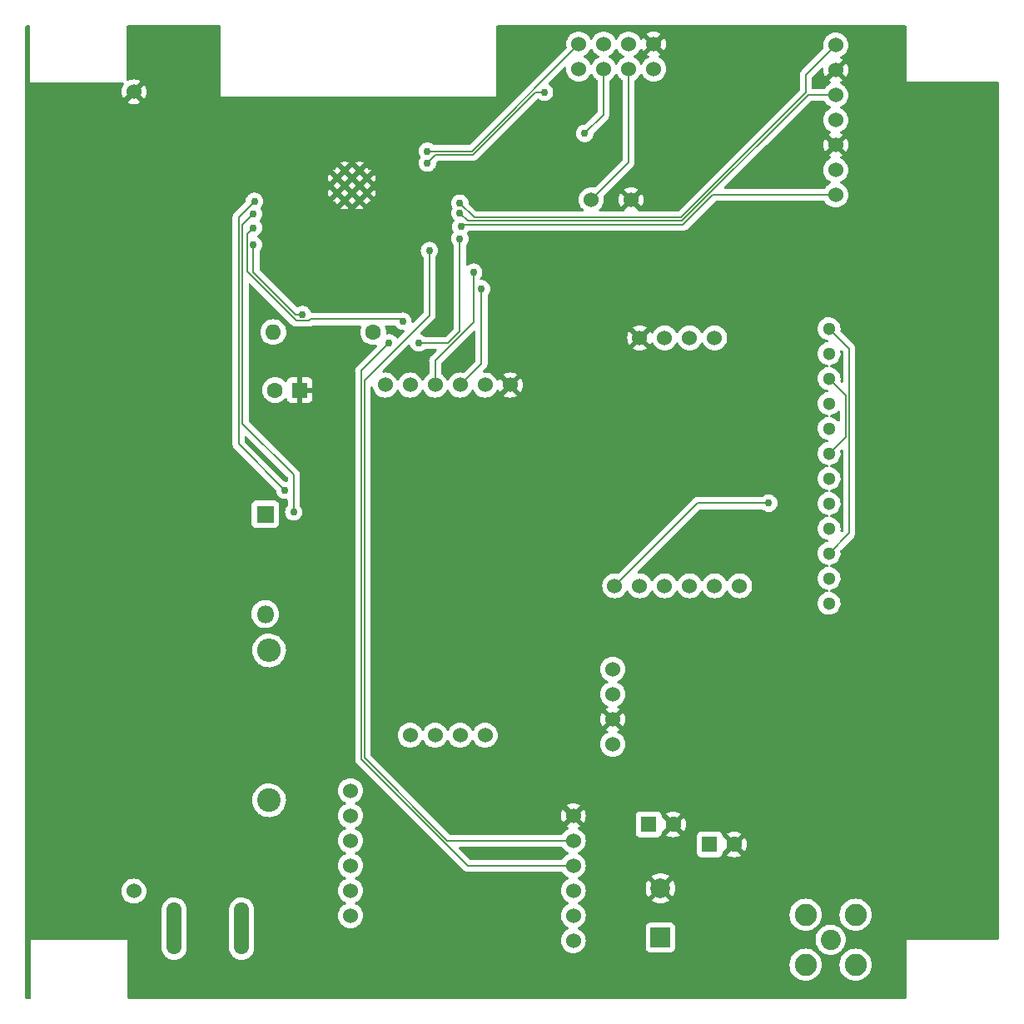
<source format=gbr>
%TF.GenerationSoftware,KiCad,Pcbnew,(6.0.9)*%
%TF.CreationDate,2023-05-03T02:02:48+02:00*%
%TF.ProjectId,esp-merged_v2,6573702d-6d65-4726-9765-645f76322e6b,rev?*%
%TF.SameCoordinates,Original*%
%TF.FileFunction,Copper,L2,Bot*%
%TF.FilePolarity,Positive*%
%FSLAX46Y46*%
G04 Gerber Fmt 4.6, Leading zero omitted, Abs format (unit mm)*
G04 Created by KiCad (PCBNEW (6.0.9)) date 2023-05-03 02:02:48*
%MOMM*%
%LPD*%
G01*
G04 APERTURE LIST*
%TA.AperFunction,ComponentPad*%
%ADD10C,1.524000*%
%TD*%
%TA.AperFunction,ComponentPad*%
%ADD11R,1.800000X1.800000*%
%TD*%
%TA.AperFunction,ComponentPad*%
%ADD12O,1.800000X1.800000*%
%TD*%
%TA.AperFunction,ComponentPad*%
%ADD13C,2.400000*%
%TD*%
%TA.AperFunction,ComponentPad*%
%ADD14O,2.400000X2.400000*%
%TD*%
%TA.AperFunction,ComponentPad*%
%ADD15C,1.600000*%
%TD*%
%TA.AperFunction,ComponentPad*%
%ADD16O,1.600000X1.600000*%
%TD*%
%TA.AperFunction,ComponentPad*%
%ADD17R,1.600000X1.600000*%
%TD*%
%TA.AperFunction,ComponentPad*%
%ADD18C,2.050000*%
%TD*%
%TA.AperFunction,ComponentPad*%
%ADD19C,2.250000*%
%TD*%
%TA.AperFunction,ComponentPad*%
%ADD20O,1.524000X5.332000*%
%TD*%
%TA.AperFunction,ComponentPad*%
%ADD21R,2.000000X2.000000*%
%TD*%
%TA.AperFunction,ComponentPad*%
%ADD22C,2.000000*%
%TD*%
%TA.AperFunction,ComponentPad*%
%ADD23C,1.300000*%
%TD*%
%TA.AperFunction,ComponentPad*%
%ADD24C,0.762000*%
%TD*%
%TA.AperFunction,ViaPad*%
%ADD25C,0.750000*%
%TD*%
%TA.AperFunction,Conductor*%
%ADD26C,0.200000*%
%TD*%
G04 APERTURE END LIST*
D10*
%TO.P,BT1,1,+*%
%TO.N,Net-(BT1-Pad1)*%
X170535000Y-121754000D03*
%TO.P,BT1,2,-*%
%TO.N,GND*%
X170535000Y-40474000D03*
%TD*%
%TO.P,U2,0,GND*%
%TO.N,GND*%
X215235000Y-114085000D03*
%TO.P,U2,1,TXD*%
%TO.N,/RX1*%
X215235000Y-116625000D03*
%TO.P,U2,2,RXD*%
%TO.N,/TX1*%
X215235000Y-119165000D03*
%TO.P,U2,3,RST*%
%TO.N,unconnected-(U2-Pad3)*%
X215235000Y-121705000D03*
%TO.P,U2,4,VCC*%
%TO.N,/Battery VCC*%
X215235000Y-124245000D03*
%TO.P,U2,5,NET*%
%TO.N,Net-(AE1-Pad1)*%
X215235000Y-126785000D03*
%TO.P,U2,6,RING*%
%TO.N,unconnected-(U2-Pad6)*%
X192575000Y-124245000D03*
%TO.P,U2,7,DTR*%
%TO.N,unconnected-(U2-Pad7)*%
X192575000Y-121705000D03*
%TO.P,U2,8,MICP*%
%TO.N,unconnected-(U2-Pad8)*%
X192575000Y-119165000D03*
%TO.P,U2,9,MICN*%
%TO.N,unconnected-(U2-Pad9)*%
X192575000Y-116625000D03*
%TO.P,U2,10,SPKP*%
%TO.N,unconnected-(U2-Pad10)*%
X192575000Y-114085000D03*
%TO.P,U2,11,SPKN*%
%TO.N,unconnected-(U2-Pad11)*%
X192575000Y-111545000D03*
%TD*%
D11*
%TO.P,D1,1,A*%
%TO.N,/3.3 VCC*%
X183900000Y-83420000D03*
D12*
%TO.P,D1,2,K*%
%TO.N,/Battery VCC*%
X183900000Y-93580000D03*
%TD*%
D10*
%TO.P,J2,1,CD/DAT3*%
%TO.N,/CS*%
X241915000Y-50955000D03*
%TO.P,J2,2,CMD*%
%TO.N,/MOSI*%
X241915000Y-48415000D03*
%TO.P,J2,3,VSS*%
%TO.N,GND*%
X241915000Y-45875000D03*
%TO.P,J2,4,VDD*%
%TO.N,/3.3 VCC*%
X241915000Y-43335000D03*
%TO.P,J2,5,CLK*%
%TO.N,/CLK*%
X241915000Y-40795000D03*
%TO.P,J2,6,VSS*%
%TO.N,GND*%
X241915000Y-38255000D03*
%TO.P,J2,7,DAT0*%
%TO.N,/MISO*%
X241915000Y-35715000D03*
%TD*%
D13*
%TO.P,F1,1*%
%TO.N,Net-(F1-Pad1)*%
X184300000Y-112520000D03*
D14*
%TO.P,F1,2*%
%TO.N,/Battery VCC*%
X184300000Y-97280000D03*
%TD*%
D15*
%TO.P,R1,1*%
%TO.N,/3.3 VCC*%
X194880000Y-64900000D03*
D16*
%TO.P,R1,2*%
%TO.N,/PROG_EN*%
X184720000Y-64900000D03*
%TD*%
D17*
%TO.P,C3,1*%
%TO.N,/Battery VCC*%
X229094888Y-117000000D03*
D15*
%TO.P,C3,2*%
%TO.N,GND*%
X231594888Y-117000000D03*
%TD*%
D18*
%TO.P,AE1,1,A*%
%TO.N,Net-(AE1-Pad1)*%
X241400000Y-126700000D03*
D19*
%TO.P,AE1,2*%
%TO.N,N/C*%
X238860000Y-124160000D03*
X243940000Y-129240000D03*
X238860000Y-129240000D03*
X243940000Y-124160000D03*
%TD*%
D17*
%TO.P,C4,1*%
%TO.N,/Battery VCC*%
X222894888Y-114967677D03*
D15*
%TO.P,C4,2*%
%TO.N,GND*%
X225394888Y-114967677D03*
%TD*%
D20*
%TO.P,SW1,1,1*%
%TO.N,Net-(BT1-Pad1)*%
X174639000Y-125568000D03*
%TO.P,SW1,2,2*%
%TO.N,Net-(F1-Pad1)*%
X181497000Y-125568000D03*
%TD*%
D21*
%TO.P,C2,1*%
%TO.N,/Battery VCC*%
X224100000Y-126467677D03*
D22*
%TO.P,C2,2*%
%TO.N,GND*%
X224100000Y-121467677D03*
%TD*%
D23*
%TO.P,J3,1,Pin_1*%
%TO.N,Net-(J3-Pad1)*%
X241245000Y-92495000D03*
%TO.P,J3,2,Pin_2*%
%TO.N,/A- R*%
X241245000Y-89955000D03*
%TO.P,J3,3,Pin_3*%
%TO.N,Net-(J3-Pad12)*%
X241245000Y-87415000D03*
%TO.P,J3,4,Pin_4*%
%TO.N,Net-(J3-Pad1)*%
X241245000Y-84875000D03*
%TO.P,J3,5,Pin_5*%
%TO.N,/E+ R*%
X241245000Y-82335000D03*
%TO.P,J3,6,Pin_6*%
%TO.N,Net-(J3-Pad6)*%
X241245000Y-79795000D03*
%TO.P,J3,7,Pin_7*%
%TO.N,Net-(J3-Pad10)*%
X241245000Y-77255000D03*
%TO.P,J3,8,Pin_8*%
%TO.N,/A+ R*%
X241245000Y-74715000D03*
%TO.P,J3,9,Pin_9*%
%TO.N,Net-(J3-Pad6)*%
X241245000Y-72175000D03*
%TO.P,J3,10,Pin_10*%
%TO.N,Net-(J3-Pad10)*%
X241245000Y-69635000D03*
%TO.P,J3,11,Pin_11*%
%TO.N,/E- R*%
X241245000Y-67095000D03*
%TO.P,J3,12,Pin_12*%
%TO.N,Net-(J3-Pad12)*%
X241245000Y-64555000D03*
%TD*%
D10*
%TO.P,S1,0,Vcc*%
%TO.N,/3.3 VCC*%
X219245000Y-106815000D03*
%TO.P,S1,1,GND*%
%TO.N,GND*%
X219245000Y-104275000D03*
%TO.P,S1,2,DO*%
%TO.N,/wstrzas D*%
X219245000Y-101735000D03*
%TO.P,S1,3,AO*%
%TO.N,/wstrzas A*%
X219245000Y-99195000D03*
%TD*%
%TO.P,M1,0,E+*%
%TO.N,/E+ R*%
X219445000Y-90705000D03*
%TO.P,M1,1,E-*%
%TO.N,/E- R*%
X221985000Y-90705000D03*
%TO.P,M1,2,A-*%
%TO.N,/A- R*%
X224525000Y-90705000D03*
%TO.P,M1,3,A+*%
%TO.N,/A+ R*%
X227065000Y-90705000D03*
%TO.P,M1,4,B-*%
%TO.N,unconnected-(M1-Pad4)*%
X229605000Y-90705000D03*
%TO.P,M1,5,B+*%
%TO.N,unconnected-(M1-Pad5)*%
X232145000Y-90705000D03*
%TO.P,M1,6,GND*%
%TO.N,GND*%
X221985000Y-65495000D03*
%TO.P,M1,7,DT*%
%TO.N,/HX Data*%
X224525000Y-65495000D03*
%TO.P,M1,8,SCK*%
%TO.N,/HX clk*%
X227065000Y-65495000D03*
%TO.P,M1,9,VCC*%
%TO.N,/3.3 VCC*%
X229605000Y-65495000D03*
%TD*%
D24*
%TO.P,U1,39,GND*%
%TO.N,GND*%
X194245000Y-49227500D03*
X191957500Y-51515000D03*
X191195000Y-50752500D03*
X191957500Y-49990000D03*
X194245000Y-50752500D03*
X193482500Y-51515000D03*
X191957500Y-48465000D03*
X192720000Y-49227500D03*
X191195000Y-49227500D03*
X193482500Y-48465000D03*
X193482500Y-49990000D03*
X192720000Y-50752500D03*
%TD*%
D10*
%TO.P,SW2,1,1*%
%TO.N,GND*%
X221125000Y-51448000D03*
%TO.P,SW2,2,2*%
%TO.N,/PROG_EN*%
X217061000Y-51448000D03*
%TD*%
%TO.P,U3,1,32KHZ*%
%TO.N,unconnected-(U3-Pad1)*%
X196105000Y-70290000D03*
%TO.P,U3,2,VCC*%
%TO.N,/3.3 VCC*%
X206265000Y-70290000D03*
%TO.P,U3,2'*%
%TO.N,N/C*%
X203725000Y-105900000D03*
%TO.P,U3,3,~{INT}/SQW*%
%TO.N,unconnected-(U3-Pad3)*%
X198645000Y-70290000D03*
%TO.P,U3,13,GND*%
%TO.N,GND*%
X208805000Y-70290000D03*
%TO.P,U3,13'*%
%TO.N,N/C*%
X206265000Y-105900000D03*
%TO.P,U3,15,SDA*%
%TO.N,/SDA*%
X203725000Y-70290000D03*
%TO.P,U3,15'*%
%TO.N,N/C*%
X201185000Y-105900000D03*
%TO.P,U3,16,SCL*%
%TO.N,/SCL*%
X201185000Y-70290000D03*
%TO.P,U3,16'*%
%TO.N,N/C*%
X198645000Y-105900000D03*
%TD*%
D17*
%TO.P,C1,1*%
%TO.N,GND*%
X187405112Y-70800000D03*
D15*
%TO.P,C1,2*%
%TO.N,/PROG_EN*%
X184905112Y-70800000D03*
%TD*%
D10*
%TO.P,J1,1,Pin_1*%
%TO.N,/3.3 VCC*%
X215785000Y-38151000D03*
%TO.P,J1,2,Pin_2*%
%TO.N,/PROG_I0*%
X218325000Y-38151000D03*
%TO.P,J1,3,Pin_3*%
%TO.N,/PROG_EN*%
X220865000Y-38151000D03*
%TO.P,J1,4,Pin_4*%
%TO.N,/PROG_TX*%
X223405000Y-38151000D03*
%TO.P,J1,5,Pin_5*%
%TO.N,/PROG_RX*%
X215785000Y-35611000D03*
%TO.P,J1,6,Pin_6*%
%TO.N,unconnected-(J1-Pad6)*%
X218325000Y-35611000D03*
%TO.P,J1,7,Pin_7*%
%TO.N,unconnected-(J1-Pad7)*%
X220865000Y-35611000D03*
%TO.P,J1,8,Pin_8*%
%TO.N,GND*%
X223405000Y-35611000D03*
%TD*%
D25*
%TO.N,GND*%
X187700000Y-58700000D03*
X200300000Y-42700000D03*
%TO.N,/PROG_I0*%
X216400000Y-44700000D03*
%TO.N,/PROG_TX*%
X200400000Y-47700000D03*
X212300000Y-40500000D03*
%TO.N,/PROG_RX*%
X200400000Y-46500000D03*
%TO.N,/CS*%
X203800000Y-54200000D03*
%TO.N,/CLK*%
X203700000Y-52800000D03*
%TO.N,/MISO*%
X203700000Y-51800000D03*
%TO.N,/E+ R*%
X235100000Y-82300000D03*
%TO.N,/HX Data*%
X182700000Y-56000000D03*
X187700000Y-63124500D03*
%TO.N,/HX clk*%
X197900000Y-63800000D03*
X182700000Y-54300000D03*
%TO.N,/wstrzas D*%
X182700000Y-52900000D03*
X186800000Y-83200000D03*
%TO.N,/wstrzas A*%
X182800000Y-51600000D03*
X185900000Y-81000000D03*
%TO.N,/RX1*%
X200600000Y-56600000D03*
%TO.N,/TX1*%
X203700000Y-55400000D03*
X199500000Y-66000000D03*
X196500000Y-66000000D03*
%TO.N,/SDA*%
X205900000Y-60500000D03*
%TO.N,/SCL*%
X205100000Y-58800000D03*
%TD*%
D26*
%TO.N,/PROG_EN*%
X220865000Y-38151000D02*
X220865000Y-47644000D01*
X220865000Y-47644000D02*
X217061000Y-51448000D01*
%TO.N,/PROG_I0*%
X216400000Y-44700000D02*
X218325000Y-42775000D01*
X218325000Y-42775000D02*
X218325000Y-38151000D01*
%TO.N,/PROG_TX*%
X211390974Y-40500000D02*
X212300000Y-40500000D01*
X201250000Y-46850000D02*
X205040974Y-46850000D01*
X205040974Y-46850000D02*
X211390974Y-40500000D01*
X200400000Y-47700000D02*
X201250000Y-46850000D01*
%TO.N,/PROG_RX*%
X200400000Y-46500000D02*
X204896000Y-46500000D01*
X204896000Y-46500000D02*
X215785000Y-35611000D01*
%TO.N,/CS*%
X241915000Y-50955000D02*
X229439974Y-50955000D01*
X226394974Y-54000000D02*
X204000000Y-54000000D01*
X204000000Y-54000000D02*
X203800000Y-54200000D01*
X229439974Y-50955000D02*
X226394974Y-54000000D01*
%TO.N,/CLK*%
X226300000Y-53600000D02*
X204500000Y-53600000D01*
X239105000Y-40795000D02*
X226300000Y-53600000D01*
X241915000Y-40795000D02*
X239105000Y-40795000D01*
X204500000Y-53600000D02*
X203700000Y-52800000D01*
%TO.N,/MISO*%
X238900000Y-38730000D02*
X238900000Y-40505026D01*
X238900000Y-40505026D02*
X226155026Y-53250000D01*
X205150000Y-53250000D02*
X203700000Y-51800000D01*
X241915000Y-35715000D02*
X238900000Y-38730000D01*
X226155026Y-53250000D02*
X205150000Y-53250000D01*
%TO.N,Net-(J3-Pad12)*%
X243300000Y-85360000D02*
X243300000Y-66610000D01*
X241245000Y-87415000D02*
X243300000Y-85360000D01*
X243300000Y-66610000D02*
X241245000Y-64555000D01*
%TO.N,/E+ R*%
X227850000Y-82300000D02*
X219445000Y-90705000D01*
X235100000Y-82300000D02*
X227850000Y-82300000D01*
%TO.N,Net-(J3-Pad10)*%
X242950000Y-71340000D02*
X241245000Y-69635000D01*
X242950000Y-75550000D02*
X242950000Y-71340000D01*
X241245000Y-77255000D02*
X242950000Y-75550000D01*
%TO.N,/HX Data*%
X187024500Y-63124500D02*
X182700000Y-58800000D01*
X182700000Y-58800000D02*
X182700000Y-56000000D01*
X187700000Y-63124500D02*
X187024500Y-63124500D01*
%TO.N,/HX clk*%
X187049500Y-63749500D02*
X182075000Y-58775000D01*
X188500000Y-63600000D02*
X188350500Y-63749500D01*
X197700000Y-63600000D02*
X188500000Y-63600000D01*
X188350500Y-63749500D02*
X187049500Y-63749500D01*
X197900000Y-63800000D02*
X197700000Y-63600000D01*
X182075000Y-58775000D02*
X182075000Y-54925000D01*
X182075000Y-54925000D02*
X182700000Y-54300000D01*
%TO.N,/wstrzas D*%
X181600000Y-74200000D02*
X181600000Y-54000000D01*
X186800000Y-79400000D02*
X181600000Y-74200000D01*
X186800000Y-83200000D02*
X186800000Y-79400000D01*
X181600000Y-54000000D02*
X182700000Y-52900000D01*
%TO.N,/wstrzas A*%
X185900000Y-81000000D02*
X181200000Y-76300000D01*
X181200000Y-76300000D02*
X181200000Y-72000000D01*
X181200000Y-72000000D02*
X181200000Y-53200000D01*
X181200000Y-53200000D02*
X182800000Y-51600000D01*
%TO.N,/RX1*%
X194000000Y-108200000D02*
X202425000Y-116625000D01*
X202425000Y-116625000D02*
X215235000Y-116625000D01*
X200600000Y-56600000D02*
X200600000Y-63200000D01*
X200600000Y-63200000D02*
X194000000Y-69800000D01*
X194000000Y-69800000D02*
X194000000Y-108200000D01*
%TO.N,/TX1*%
X202500000Y-66000000D02*
X199500000Y-66000000D01*
X203700000Y-64800000D02*
X202500000Y-66000000D01*
X196500000Y-66000000D02*
X193650000Y-68850000D01*
X193650000Y-108344974D02*
X204470026Y-119165000D01*
X193650000Y-68850000D02*
X193650000Y-108344974D01*
X203700000Y-55400000D02*
X203700000Y-64800000D01*
X204470026Y-119165000D02*
X215235000Y-119165000D01*
%TO.N,/SDA*%
X205900000Y-60500000D02*
X205900000Y-68115000D01*
X205900000Y-68115000D02*
X203725000Y-70290000D01*
%TO.N,/SCL*%
X201185000Y-70290000D02*
X201185000Y-67809974D01*
X201185000Y-67809974D02*
X205100000Y-63894974D01*
X205100000Y-63894974D02*
X205100000Y-58800000D01*
%TD*%
%TA.AperFunction,Conductor*%
%TO.N,GND*%
G36*
X159942121Y-33728502D02*
G01*
X159988614Y-33782158D01*
X160000000Y-33834500D01*
X160000000Y-39500000D01*
X169424576Y-39500000D01*
X169492697Y-39520002D01*
X169539190Y-39573658D01*
X169549294Y-39643932D01*
X169527789Y-39698271D01*
X169434098Y-39832075D01*
X169428624Y-39841556D01*
X169339355Y-40032993D01*
X169335609Y-40043285D01*
X169280941Y-40247309D01*
X169279038Y-40258104D01*
X169260628Y-40468525D01*
X169260628Y-40479475D01*
X169279038Y-40689896D01*
X169280941Y-40700691D01*
X169335609Y-40904715D01*
X169339355Y-40915007D01*
X169428623Y-41106441D01*
X169434103Y-41115932D01*
X169464794Y-41159765D01*
X169475271Y-41168140D01*
X169488718Y-41161072D01*
X170174658Y-40475132D01*
X170899408Y-40475132D01*
X170899539Y-40476965D01*
X170903790Y-40483580D01*
X171582003Y-41161793D01*
X171593777Y-41168223D01*
X171605793Y-41158926D01*
X171635897Y-41115932D01*
X171641377Y-41106441D01*
X171730645Y-40915007D01*
X171734391Y-40904715D01*
X171789059Y-40700691D01*
X171790962Y-40689896D01*
X171809372Y-40479475D01*
X171809372Y-40468525D01*
X171790962Y-40258104D01*
X171789059Y-40247309D01*
X171734391Y-40043285D01*
X171730645Y-40032993D01*
X171641377Y-39841559D01*
X171635897Y-39832068D01*
X171605206Y-39788235D01*
X171594729Y-39779860D01*
X171581282Y-39786928D01*
X170907022Y-40461188D01*
X170899408Y-40475132D01*
X170174658Y-40475132D01*
X171222793Y-39426997D01*
X171229223Y-39415223D01*
X171219926Y-39403207D01*
X171176931Y-39373102D01*
X171167445Y-39367624D01*
X170976007Y-39278355D01*
X170965715Y-39274609D01*
X170761691Y-39219941D01*
X170750896Y-39218038D01*
X170540475Y-39199628D01*
X170529525Y-39199628D01*
X170319104Y-39218038D01*
X170308309Y-39219941D01*
X170104285Y-39274609D01*
X170093993Y-39278355D01*
X169979250Y-39331861D01*
X169909059Y-39342522D01*
X169844246Y-39313542D01*
X169805389Y-39254123D01*
X169800000Y-39217666D01*
X169800000Y-33834500D01*
X169820002Y-33766379D01*
X169873658Y-33719886D01*
X169926000Y-33708500D01*
X179274000Y-33708500D01*
X179342121Y-33728502D01*
X179388614Y-33782158D01*
X179400000Y-33834500D01*
X179400000Y-40930000D01*
X207400000Y-40930000D01*
X207400000Y-33834500D01*
X207420002Y-33766379D01*
X207473658Y-33719886D01*
X207526000Y-33708500D01*
X248974000Y-33708500D01*
X249042121Y-33728502D01*
X249088614Y-33782158D01*
X249100000Y-33834500D01*
X249100000Y-39400000D01*
X258365500Y-39400000D01*
X258433621Y-39420002D01*
X258480114Y-39473658D01*
X258491500Y-39526000D01*
X258491500Y-126574000D01*
X258471498Y-126642121D01*
X258417842Y-126688614D01*
X258365500Y-126700000D01*
X249100000Y-126700000D01*
X249100000Y-132565500D01*
X249079998Y-132633621D01*
X249026342Y-132680114D01*
X248974000Y-132691500D01*
X170026000Y-132691500D01*
X169957879Y-132671498D01*
X169911386Y-132617842D01*
X169900000Y-132565500D01*
X169900000Y-129240000D01*
X237221449Y-129240000D01*
X237241622Y-129496326D01*
X237301645Y-129746340D01*
X237400040Y-129983887D01*
X237534384Y-130203116D01*
X237701369Y-130398631D01*
X237896884Y-130565616D01*
X238116113Y-130699960D01*
X238120683Y-130701853D01*
X238120687Y-130701855D01*
X238349087Y-130796461D01*
X238353660Y-130798355D01*
X238440502Y-130819204D01*
X238598861Y-130857223D01*
X238598867Y-130857224D01*
X238603674Y-130858378D01*
X238860000Y-130878551D01*
X239116326Y-130858378D01*
X239121133Y-130857224D01*
X239121139Y-130857223D01*
X239279498Y-130819204D01*
X239366340Y-130798355D01*
X239370913Y-130796461D01*
X239599313Y-130701855D01*
X239599317Y-130701853D01*
X239603887Y-130699960D01*
X239823116Y-130565616D01*
X240018631Y-130398631D01*
X240185616Y-130203116D01*
X240319960Y-129983887D01*
X240418355Y-129746340D01*
X240478378Y-129496326D01*
X240498551Y-129240000D01*
X242301449Y-129240000D01*
X242321622Y-129496326D01*
X242381645Y-129746340D01*
X242480040Y-129983887D01*
X242614384Y-130203116D01*
X242781369Y-130398631D01*
X242976884Y-130565616D01*
X243196113Y-130699960D01*
X243200683Y-130701853D01*
X243200687Y-130701855D01*
X243429087Y-130796461D01*
X243433660Y-130798355D01*
X243520502Y-130819204D01*
X243678861Y-130857223D01*
X243678867Y-130857224D01*
X243683674Y-130858378D01*
X243940000Y-130878551D01*
X244196326Y-130858378D01*
X244201133Y-130857224D01*
X244201139Y-130857223D01*
X244359498Y-130819204D01*
X244446340Y-130798355D01*
X244450913Y-130796461D01*
X244679313Y-130701855D01*
X244679317Y-130701853D01*
X244683887Y-130699960D01*
X244903116Y-130565616D01*
X245098631Y-130398631D01*
X245265616Y-130203116D01*
X245399960Y-129983887D01*
X245498355Y-129746340D01*
X245558378Y-129496326D01*
X245578551Y-129240000D01*
X245558378Y-128983674D01*
X245498355Y-128733660D01*
X245477088Y-128682317D01*
X245401855Y-128500687D01*
X245401853Y-128500683D01*
X245399960Y-128496113D01*
X245265616Y-128276884D01*
X245098631Y-128081369D01*
X244903116Y-127914384D01*
X244683887Y-127780040D01*
X244679317Y-127778147D01*
X244679313Y-127778145D01*
X244450913Y-127683539D01*
X244450911Y-127683538D01*
X244446340Y-127681645D01*
X244359498Y-127660796D01*
X244201139Y-127622777D01*
X244201133Y-127622776D01*
X244196326Y-127621622D01*
X243940000Y-127601449D01*
X243683674Y-127621622D01*
X243678867Y-127622776D01*
X243678861Y-127622777D01*
X243520502Y-127660796D01*
X243433660Y-127681645D01*
X243429089Y-127683538D01*
X243429087Y-127683539D01*
X243200687Y-127778145D01*
X243200683Y-127778147D01*
X243196113Y-127780040D01*
X242976884Y-127914384D01*
X242781369Y-128081369D01*
X242614384Y-128276884D01*
X242480040Y-128496113D01*
X242478147Y-128500683D01*
X242478145Y-128500687D01*
X242402912Y-128682317D01*
X242381645Y-128733660D01*
X242321622Y-128983674D01*
X242301449Y-129240000D01*
X240498551Y-129240000D01*
X240478378Y-128983674D01*
X240418355Y-128733660D01*
X240397088Y-128682317D01*
X240321855Y-128500687D01*
X240321853Y-128500683D01*
X240319960Y-128496113D01*
X240185616Y-128276884D01*
X240018631Y-128081369D01*
X239823116Y-127914384D01*
X239603887Y-127780040D01*
X239599317Y-127778147D01*
X239599313Y-127778145D01*
X239370913Y-127683539D01*
X239370911Y-127683538D01*
X239366340Y-127681645D01*
X239279498Y-127660796D01*
X239121139Y-127622777D01*
X239121133Y-127622776D01*
X239116326Y-127621622D01*
X238860000Y-127601449D01*
X238603674Y-127621622D01*
X238598867Y-127622776D01*
X238598861Y-127622777D01*
X238440502Y-127660796D01*
X238353660Y-127681645D01*
X238349089Y-127683538D01*
X238349087Y-127683539D01*
X238120687Y-127778145D01*
X238120683Y-127778147D01*
X238116113Y-127780040D01*
X237896884Y-127914384D01*
X237701369Y-128081369D01*
X237534384Y-128276884D01*
X237400040Y-128496113D01*
X237398147Y-128500683D01*
X237398145Y-128500687D01*
X237322912Y-128682317D01*
X237301645Y-128733660D01*
X237241622Y-128983674D01*
X237221449Y-129240000D01*
X169900000Y-129240000D01*
X169900000Y-127529535D01*
X173368500Y-127529535D01*
X173383526Y-127697895D01*
X173443370Y-127916651D01*
X173445782Y-127921709D01*
X173445784Y-127921713D01*
X173523731Y-128085131D01*
X173541007Y-128121351D01*
X173544284Y-128125912D01*
X173544285Y-128125913D01*
X173655800Y-128281101D01*
X173673351Y-128305526D01*
X173677381Y-128309431D01*
X173785701Y-128414401D01*
X173836217Y-128463355D01*
X173878686Y-128491893D01*
X174019805Y-128586721D01*
X174019810Y-128586724D01*
X174024458Y-128589847D01*
X174029590Y-128592100D01*
X174029594Y-128592102D01*
X174157299Y-128648161D01*
X174232124Y-128681007D01*
X174237582Y-128682317D01*
X174237581Y-128682317D01*
X174447192Y-128732640D01*
X174447198Y-128732641D01*
X174452651Y-128733950D01*
X174565860Y-128740478D01*
X174673463Y-128746683D01*
X174673466Y-128746683D01*
X174679069Y-128747006D01*
X174904219Y-128719759D01*
X174909581Y-128718109D01*
X174909583Y-128718109D01*
X175037522Y-128678750D01*
X175120987Y-128653073D01*
X175221753Y-128601064D01*
X175317536Y-128551626D01*
X175317537Y-128551626D01*
X175322519Y-128549054D01*
X175502447Y-128410991D01*
X175655081Y-128243248D01*
X175731547Y-128121351D01*
X175772616Y-128055882D01*
X175772618Y-128055878D01*
X175775599Y-128051126D01*
X175860190Y-127840699D01*
X175906181Y-127618618D01*
X175908097Y-127585392D01*
X175909395Y-127562879D01*
X175909395Y-127562875D01*
X175909500Y-127561056D01*
X175909500Y-127529535D01*
X180226500Y-127529535D01*
X180241526Y-127697895D01*
X180301370Y-127916651D01*
X180303782Y-127921709D01*
X180303784Y-127921713D01*
X180381731Y-128085131D01*
X180399007Y-128121351D01*
X180402284Y-128125912D01*
X180402285Y-128125913D01*
X180513800Y-128281101D01*
X180531351Y-128305526D01*
X180535381Y-128309431D01*
X180643701Y-128414401D01*
X180694217Y-128463355D01*
X180736686Y-128491893D01*
X180877805Y-128586721D01*
X180877810Y-128586724D01*
X180882458Y-128589847D01*
X180887590Y-128592100D01*
X180887594Y-128592102D01*
X181015299Y-128648161D01*
X181090124Y-128681007D01*
X181095582Y-128682317D01*
X181095581Y-128682317D01*
X181305192Y-128732640D01*
X181305198Y-128732641D01*
X181310651Y-128733950D01*
X181423860Y-128740478D01*
X181531463Y-128746683D01*
X181531466Y-128746683D01*
X181537069Y-128747006D01*
X181762219Y-128719759D01*
X181767581Y-128718109D01*
X181767583Y-128718109D01*
X181895522Y-128678750D01*
X181978987Y-128653073D01*
X182079753Y-128601064D01*
X182175536Y-128551626D01*
X182175537Y-128551626D01*
X182180519Y-128549054D01*
X182360447Y-128410991D01*
X182513081Y-128243248D01*
X182589547Y-128121351D01*
X182630616Y-128055882D01*
X182630618Y-128055878D01*
X182633599Y-128051126D01*
X182718190Y-127840699D01*
X182764181Y-127618618D01*
X182766097Y-127585392D01*
X182767395Y-127562879D01*
X182767395Y-127562875D01*
X182767500Y-127561056D01*
X182767500Y-124245000D01*
X191299647Y-124245000D01*
X191319022Y-124466463D01*
X191320446Y-124471776D01*
X191373805Y-124670913D01*
X191376560Y-124681196D01*
X191378882Y-124686177D01*
X191378883Y-124686178D01*
X191468186Y-124877689D01*
X191468189Y-124877694D01*
X191470512Y-124882676D01*
X191473668Y-124887183D01*
X191473669Y-124887185D01*
X191562403Y-125013910D01*
X191598023Y-125064781D01*
X191755219Y-125221977D01*
X191759727Y-125225134D01*
X191759730Y-125225136D01*
X191776738Y-125237045D01*
X191937323Y-125349488D01*
X191942305Y-125351811D01*
X191942310Y-125351814D01*
X192094884Y-125422960D01*
X192138804Y-125443440D01*
X192144112Y-125444862D01*
X192144114Y-125444863D01*
X192195930Y-125458747D01*
X192353537Y-125500978D01*
X192575000Y-125520353D01*
X192796463Y-125500978D01*
X192954070Y-125458747D01*
X193005886Y-125444863D01*
X193005888Y-125444862D01*
X193011196Y-125443440D01*
X193055116Y-125422960D01*
X193207690Y-125351814D01*
X193207695Y-125351811D01*
X193212677Y-125349488D01*
X193373262Y-125237045D01*
X193390270Y-125225136D01*
X193390273Y-125225134D01*
X193394781Y-125221977D01*
X193551977Y-125064781D01*
X193587598Y-125013910D01*
X193676331Y-124887185D01*
X193676332Y-124887183D01*
X193679488Y-124882676D01*
X193681811Y-124877694D01*
X193681814Y-124877689D01*
X193771117Y-124686178D01*
X193771118Y-124686177D01*
X193773440Y-124681196D01*
X193776196Y-124670913D01*
X193829554Y-124471776D01*
X193830978Y-124466463D01*
X193850353Y-124245000D01*
X193830978Y-124023537D01*
X193773440Y-123808804D01*
X193701095Y-123653660D01*
X193681814Y-123612311D01*
X193681811Y-123612306D01*
X193679488Y-123607324D01*
X193658093Y-123576768D01*
X193555136Y-123429730D01*
X193555134Y-123429727D01*
X193551977Y-123425219D01*
X193394781Y-123268023D01*
X193390273Y-123264866D01*
X193390270Y-123264864D01*
X193287807Y-123193119D01*
X193212677Y-123140512D01*
X193207695Y-123138189D01*
X193207690Y-123138186D01*
X193117217Y-123095998D01*
X193102627Y-123089195D01*
X193049342Y-123042278D01*
X193029881Y-122974001D01*
X193050423Y-122906041D01*
X193102627Y-122860805D01*
X193207690Y-122811814D01*
X193207695Y-122811811D01*
X193212677Y-122809488D01*
X193314505Y-122738187D01*
X193390270Y-122685136D01*
X193390273Y-122685134D01*
X193394781Y-122681977D01*
X193551977Y-122524781D01*
X193579483Y-122485499D01*
X193676331Y-122347185D01*
X193676332Y-122347183D01*
X193679488Y-122342676D01*
X193681811Y-122337694D01*
X193681814Y-122337689D01*
X193771117Y-122146178D01*
X193771118Y-122146177D01*
X193773440Y-122141196D01*
X193830978Y-121926463D01*
X193850353Y-121705000D01*
X193830978Y-121483537D01*
X193773440Y-121268804D01*
X193704663Y-121121311D01*
X193681814Y-121072311D01*
X193681811Y-121072306D01*
X193679488Y-121067324D01*
X193676331Y-121062815D01*
X193555136Y-120889730D01*
X193555134Y-120889727D01*
X193551977Y-120885219D01*
X193394781Y-120728023D01*
X193390273Y-120724866D01*
X193390270Y-120724864D01*
X193314505Y-120671813D01*
X193212677Y-120600512D01*
X193207695Y-120598189D01*
X193207690Y-120598186D01*
X193102627Y-120549195D01*
X193049342Y-120502278D01*
X193029881Y-120434001D01*
X193050423Y-120366041D01*
X193102627Y-120320805D01*
X193207690Y-120271814D01*
X193207695Y-120271811D01*
X193212677Y-120269488D01*
X193314505Y-120198187D01*
X193390270Y-120145136D01*
X193390273Y-120145134D01*
X193394781Y-120141977D01*
X193551977Y-119984781D01*
X193558972Y-119974792D01*
X193676331Y-119807185D01*
X193676332Y-119807183D01*
X193679488Y-119802676D01*
X193681811Y-119797694D01*
X193681814Y-119797689D01*
X193771117Y-119606178D01*
X193771118Y-119606177D01*
X193773440Y-119601196D01*
X193830978Y-119386463D01*
X193850353Y-119165000D01*
X193830978Y-118943537D01*
X193773440Y-118728804D01*
X193771117Y-118723822D01*
X193681814Y-118532311D01*
X193681811Y-118532306D01*
X193679488Y-118527324D01*
X193551977Y-118345219D01*
X193394781Y-118188023D01*
X193390273Y-118184866D01*
X193390270Y-118184864D01*
X193265488Y-118097491D01*
X193212677Y-118060512D01*
X193207695Y-118058189D01*
X193207690Y-118058186D01*
X193102627Y-118009195D01*
X193049342Y-117962278D01*
X193029881Y-117894001D01*
X193050423Y-117826041D01*
X193102627Y-117780805D01*
X193207690Y-117731814D01*
X193207695Y-117731811D01*
X193212677Y-117729488D01*
X193324039Y-117651511D01*
X193390270Y-117605136D01*
X193390273Y-117605134D01*
X193394781Y-117601977D01*
X193551977Y-117444781D01*
X193602924Y-117372022D01*
X193676331Y-117267185D01*
X193676332Y-117267183D01*
X193679488Y-117262676D01*
X193681811Y-117257694D01*
X193681814Y-117257689D01*
X193771117Y-117066178D01*
X193771118Y-117066177D01*
X193773440Y-117061196D01*
X193830978Y-116846463D01*
X193850353Y-116625000D01*
X193830978Y-116403537D01*
X193773440Y-116188804D01*
X193757809Y-116155283D01*
X193681814Y-115992311D01*
X193681811Y-115992306D01*
X193679488Y-115987324D01*
X193650629Y-115946109D01*
X193555136Y-115809730D01*
X193555134Y-115809727D01*
X193551977Y-115805219D01*
X193394781Y-115648023D01*
X193390273Y-115644866D01*
X193390270Y-115644864D01*
X193314505Y-115591813D01*
X193212677Y-115520512D01*
X193207695Y-115518189D01*
X193207690Y-115518186D01*
X193102627Y-115469195D01*
X193049342Y-115422278D01*
X193029881Y-115354001D01*
X193050423Y-115286041D01*
X193102627Y-115240805D01*
X193207690Y-115191814D01*
X193207695Y-115191811D01*
X193212677Y-115189488D01*
X193314505Y-115118187D01*
X193390270Y-115065136D01*
X193390273Y-115065134D01*
X193394781Y-115061977D01*
X193551977Y-114904781D01*
X193639894Y-114779223D01*
X193676331Y-114727185D01*
X193676332Y-114727183D01*
X193679488Y-114722676D01*
X193681811Y-114717694D01*
X193681814Y-114717689D01*
X193771117Y-114526178D01*
X193771118Y-114526177D01*
X193773440Y-114521196D01*
X193830978Y-114306463D01*
X193850353Y-114085000D01*
X193830978Y-113863537D01*
X193778773Y-113668706D01*
X193774863Y-113654114D01*
X193774862Y-113654112D01*
X193773440Y-113648804D01*
X193769466Y-113640282D01*
X193681814Y-113452311D01*
X193681811Y-113452306D01*
X193679488Y-113447324D01*
X193671861Y-113436431D01*
X193555136Y-113269730D01*
X193555134Y-113269727D01*
X193551977Y-113265219D01*
X193394781Y-113108023D01*
X193390273Y-113104866D01*
X193390270Y-113104864D01*
X193314505Y-113051813D01*
X193212677Y-112980512D01*
X193207695Y-112978189D01*
X193207690Y-112978186D01*
X193102627Y-112929195D01*
X193049342Y-112882278D01*
X193029881Y-112814001D01*
X193050423Y-112746041D01*
X193102627Y-112700805D01*
X193207690Y-112651814D01*
X193207695Y-112651811D01*
X193212677Y-112649488D01*
X193314505Y-112578187D01*
X193390270Y-112525136D01*
X193390273Y-112525134D01*
X193394781Y-112521977D01*
X193551977Y-112364781D01*
X193617356Y-112271411D01*
X193676331Y-112187185D01*
X193676332Y-112187183D01*
X193679488Y-112182676D01*
X193681811Y-112177694D01*
X193681814Y-112177689D01*
X193771117Y-111986178D01*
X193771118Y-111986177D01*
X193773440Y-111981196D01*
X193830978Y-111766463D01*
X193850353Y-111545000D01*
X193830978Y-111323537D01*
X193773440Y-111108804D01*
X193744358Y-111046437D01*
X193681814Y-110912311D01*
X193681811Y-110912306D01*
X193679488Y-110907324D01*
X193641658Y-110853297D01*
X193555136Y-110729730D01*
X193555134Y-110729727D01*
X193551977Y-110725219D01*
X193394781Y-110568023D01*
X193390273Y-110564866D01*
X193390270Y-110564864D01*
X193314505Y-110511813D01*
X193212677Y-110440512D01*
X193207695Y-110438189D01*
X193207690Y-110438186D01*
X193016178Y-110348883D01*
X193016177Y-110348882D01*
X193011196Y-110346560D01*
X193005888Y-110345138D01*
X193005886Y-110345137D01*
X192940051Y-110327497D01*
X192796463Y-110289022D01*
X192575000Y-110269647D01*
X192353537Y-110289022D01*
X192209949Y-110327497D01*
X192144114Y-110345137D01*
X192144112Y-110345138D01*
X192138804Y-110346560D01*
X192133823Y-110348882D01*
X192133822Y-110348883D01*
X191942311Y-110438186D01*
X191942306Y-110438189D01*
X191937324Y-110440512D01*
X191932817Y-110443668D01*
X191932815Y-110443669D01*
X191759730Y-110564864D01*
X191759727Y-110564866D01*
X191755219Y-110568023D01*
X191598023Y-110725219D01*
X191594866Y-110729727D01*
X191594864Y-110729730D01*
X191508342Y-110853297D01*
X191470512Y-110907324D01*
X191468189Y-110912306D01*
X191468186Y-110912311D01*
X191405642Y-111046437D01*
X191376560Y-111108804D01*
X191319022Y-111323537D01*
X191299647Y-111545000D01*
X191319022Y-111766463D01*
X191376560Y-111981196D01*
X191378882Y-111986177D01*
X191378883Y-111986178D01*
X191468186Y-112177689D01*
X191468189Y-112177694D01*
X191470512Y-112182676D01*
X191473668Y-112187183D01*
X191473669Y-112187185D01*
X191532645Y-112271411D01*
X191598023Y-112364781D01*
X191755219Y-112521977D01*
X191759727Y-112525134D01*
X191759730Y-112525136D01*
X191835495Y-112578187D01*
X191937323Y-112649488D01*
X191942305Y-112651811D01*
X191942310Y-112651814D01*
X192047373Y-112700805D01*
X192100658Y-112747722D01*
X192120119Y-112815999D01*
X192099577Y-112883959D01*
X192047373Y-112929195D01*
X191942311Y-112978186D01*
X191942306Y-112978189D01*
X191937324Y-112980512D01*
X191932817Y-112983668D01*
X191932815Y-112983669D01*
X191759730Y-113104864D01*
X191759727Y-113104866D01*
X191755219Y-113108023D01*
X191598023Y-113265219D01*
X191594866Y-113269727D01*
X191594864Y-113269730D01*
X191478139Y-113436431D01*
X191470512Y-113447324D01*
X191468189Y-113452306D01*
X191468186Y-113452311D01*
X191380534Y-113640282D01*
X191376560Y-113648804D01*
X191375138Y-113654112D01*
X191375137Y-113654114D01*
X191371227Y-113668706D01*
X191319022Y-113863537D01*
X191299647Y-114085000D01*
X191319022Y-114306463D01*
X191376560Y-114521196D01*
X191378882Y-114526177D01*
X191378883Y-114526178D01*
X191468186Y-114717689D01*
X191468189Y-114717694D01*
X191470512Y-114722676D01*
X191473668Y-114727183D01*
X191473669Y-114727185D01*
X191510107Y-114779223D01*
X191598023Y-114904781D01*
X191755219Y-115061977D01*
X191759727Y-115065134D01*
X191759730Y-115065136D01*
X191835495Y-115118187D01*
X191937323Y-115189488D01*
X191942305Y-115191811D01*
X191942310Y-115191814D01*
X192047373Y-115240805D01*
X192100658Y-115287722D01*
X192120119Y-115355999D01*
X192099577Y-115423959D01*
X192047373Y-115469195D01*
X191942311Y-115518186D01*
X191942306Y-115518189D01*
X191937324Y-115520512D01*
X191932817Y-115523668D01*
X191932815Y-115523669D01*
X191759730Y-115644864D01*
X191759727Y-115644866D01*
X191755219Y-115648023D01*
X191598023Y-115805219D01*
X191594866Y-115809727D01*
X191594864Y-115809730D01*
X191499371Y-115946109D01*
X191470512Y-115987324D01*
X191468189Y-115992306D01*
X191468186Y-115992311D01*
X191392191Y-116155283D01*
X191376560Y-116188804D01*
X191319022Y-116403537D01*
X191299647Y-116625000D01*
X191319022Y-116846463D01*
X191376560Y-117061196D01*
X191378882Y-117066177D01*
X191378883Y-117066178D01*
X191468186Y-117257689D01*
X191468189Y-117257694D01*
X191470512Y-117262676D01*
X191473668Y-117267183D01*
X191473669Y-117267185D01*
X191547077Y-117372022D01*
X191598023Y-117444781D01*
X191755219Y-117601977D01*
X191759727Y-117605134D01*
X191759730Y-117605136D01*
X191825961Y-117651511D01*
X191937323Y-117729488D01*
X191942305Y-117731811D01*
X191942310Y-117731814D01*
X192047373Y-117780805D01*
X192100658Y-117827722D01*
X192120119Y-117895999D01*
X192099577Y-117963959D01*
X192047373Y-118009195D01*
X191942311Y-118058186D01*
X191942306Y-118058189D01*
X191937324Y-118060512D01*
X191932817Y-118063668D01*
X191932815Y-118063669D01*
X191759730Y-118184864D01*
X191759727Y-118184866D01*
X191755219Y-118188023D01*
X191598023Y-118345219D01*
X191470512Y-118527324D01*
X191468189Y-118532306D01*
X191468186Y-118532311D01*
X191378883Y-118723822D01*
X191376560Y-118728804D01*
X191319022Y-118943537D01*
X191299647Y-119165000D01*
X191319022Y-119386463D01*
X191376560Y-119601196D01*
X191378882Y-119606177D01*
X191378883Y-119606178D01*
X191468186Y-119797689D01*
X191468189Y-119797694D01*
X191470512Y-119802676D01*
X191473668Y-119807183D01*
X191473669Y-119807185D01*
X191591029Y-119974792D01*
X191598023Y-119984781D01*
X191755219Y-120141977D01*
X191759727Y-120145134D01*
X191759730Y-120145136D01*
X191835495Y-120198187D01*
X191937323Y-120269488D01*
X191942305Y-120271811D01*
X191942310Y-120271814D01*
X192047373Y-120320805D01*
X192100658Y-120367722D01*
X192120119Y-120435999D01*
X192099577Y-120503959D01*
X192047373Y-120549195D01*
X191942311Y-120598186D01*
X191942306Y-120598189D01*
X191937324Y-120600512D01*
X191932817Y-120603668D01*
X191932815Y-120603669D01*
X191759730Y-120724864D01*
X191759727Y-120724866D01*
X191755219Y-120728023D01*
X191598023Y-120885219D01*
X191594866Y-120889727D01*
X191594864Y-120889730D01*
X191473669Y-121062815D01*
X191470512Y-121067324D01*
X191468189Y-121072306D01*
X191468186Y-121072311D01*
X191445337Y-121121311D01*
X191376560Y-121268804D01*
X191319022Y-121483537D01*
X191299647Y-121705000D01*
X191319022Y-121926463D01*
X191376560Y-122141196D01*
X191378882Y-122146177D01*
X191378883Y-122146178D01*
X191468186Y-122337689D01*
X191468189Y-122337694D01*
X191470512Y-122342676D01*
X191473668Y-122347183D01*
X191473669Y-122347185D01*
X191570518Y-122485499D01*
X191598023Y-122524781D01*
X191755219Y-122681977D01*
X191759727Y-122685134D01*
X191759730Y-122685136D01*
X191835495Y-122738187D01*
X191937323Y-122809488D01*
X191942305Y-122811811D01*
X191942310Y-122811814D01*
X192047373Y-122860805D01*
X192100658Y-122907722D01*
X192120119Y-122975999D01*
X192099577Y-123043959D01*
X192047373Y-123089195D01*
X191942311Y-123138186D01*
X191942306Y-123138189D01*
X191937324Y-123140512D01*
X191932817Y-123143668D01*
X191932815Y-123143669D01*
X191759730Y-123264864D01*
X191759727Y-123264866D01*
X191755219Y-123268023D01*
X191598023Y-123425219D01*
X191594866Y-123429727D01*
X191594864Y-123429730D01*
X191491907Y-123576768D01*
X191470512Y-123607324D01*
X191468189Y-123612306D01*
X191468186Y-123612311D01*
X191448905Y-123653660D01*
X191376560Y-123808804D01*
X191319022Y-124023537D01*
X191299647Y-124245000D01*
X182767500Y-124245000D01*
X182767500Y-123606465D01*
X182767175Y-123602815D01*
X182752973Y-123443700D01*
X182752474Y-123438105D01*
X182692630Y-123219349D01*
X182683927Y-123201101D01*
X182597410Y-123019716D01*
X182597409Y-123019715D01*
X182594993Y-123014649D01*
X182518158Y-122907722D01*
X182465926Y-122835034D01*
X182465924Y-122835032D01*
X182462649Y-122830474D01*
X182387290Y-122757446D01*
X182303811Y-122676548D01*
X182303808Y-122676546D01*
X182299783Y-122672645D01*
X182196942Y-122603539D01*
X182116195Y-122549279D01*
X182116190Y-122549276D01*
X182111542Y-122546153D01*
X182106410Y-122543900D01*
X182106406Y-122543898D01*
X181963754Y-122481278D01*
X181903876Y-122454993D01*
X181870122Y-122446890D01*
X181688808Y-122403360D01*
X181688802Y-122403359D01*
X181683349Y-122402050D01*
X181570140Y-122395522D01*
X181462537Y-122389317D01*
X181462534Y-122389317D01*
X181456931Y-122388994D01*
X181231781Y-122416241D01*
X181226419Y-122417891D01*
X181226417Y-122417891D01*
X181142583Y-122443682D01*
X181015013Y-122482927D01*
X181010029Y-122485499D01*
X181010030Y-122485499D01*
X180838988Y-122573781D01*
X180813481Y-122586946D01*
X180633553Y-122725009D01*
X180559556Y-122806331D01*
X180512097Y-122858488D01*
X180480919Y-122892752D01*
X180477938Y-122897503D01*
X180477938Y-122897504D01*
X180395530Y-123028874D01*
X180360401Y-123084874D01*
X180275810Y-123295301D01*
X180229819Y-123517382D01*
X180226500Y-123574944D01*
X180226500Y-127529535D01*
X175909500Y-127529535D01*
X175909500Y-123606465D01*
X175909175Y-123602815D01*
X175894973Y-123443700D01*
X175894474Y-123438105D01*
X175834630Y-123219349D01*
X175825927Y-123201101D01*
X175739410Y-123019716D01*
X175739409Y-123019715D01*
X175736993Y-123014649D01*
X175660158Y-122907722D01*
X175607926Y-122835034D01*
X175607924Y-122835032D01*
X175604649Y-122830474D01*
X175529290Y-122757446D01*
X175445811Y-122676548D01*
X175445808Y-122676546D01*
X175441783Y-122672645D01*
X175338942Y-122603539D01*
X175258195Y-122549279D01*
X175258190Y-122549276D01*
X175253542Y-122546153D01*
X175248410Y-122543900D01*
X175248406Y-122543898D01*
X175105754Y-122481278D01*
X175045876Y-122454993D01*
X175012122Y-122446890D01*
X174830808Y-122403360D01*
X174830802Y-122403359D01*
X174825349Y-122402050D01*
X174712140Y-122395522D01*
X174604537Y-122389317D01*
X174604534Y-122389317D01*
X174598931Y-122388994D01*
X174373781Y-122416241D01*
X174368419Y-122417891D01*
X174368417Y-122417891D01*
X174284583Y-122443682D01*
X174157013Y-122482927D01*
X174152029Y-122485499D01*
X174152030Y-122485499D01*
X173980988Y-122573781D01*
X173955481Y-122586946D01*
X173775553Y-122725009D01*
X173701556Y-122806331D01*
X173654097Y-122858488D01*
X173622919Y-122892752D01*
X173619938Y-122897503D01*
X173619938Y-122897504D01*
X173537530Y-123028874D01*
X173502401Y-123084874D01*
X173417810Y-123295301D01*
X173371819Y-123517382D01*
X173368500Y-123574944D01*
X173368500Y-127529535D01*
X169900000Y-127529535D01*
X169900000Y-126700000D01*
X160100000Y-126700000D01*
X160100000Y-132565500D01*
X160079998Y-132633621D01*
X160026342Y-132680114D01*
X159974000Y-132691500D01*
X159634500Y-132691500D01*
X159566379Y-132671498D01*
X159519886Y-132617842D01*
X159508500Y-132565500D01*
X159508500Y-121754000D01*
X169259647Y-121754000D01*
X169279022Y-121975463D01*
X169280446Y-121980776D01*
X169325747Y-122149840D01*
X169336560Y-122190196D01*
X169338882Y-122195177D01*
X169338883Y-122195178D01*
X169428186Y-122386689D01*
X169428189Y-122386694D01*
X169430512Y-122391676D01*
X169433668Y-122396183D01*
X169433669Y-122396185D01*
X169540867Y-122549279D01*
X169558023Y-122573781D01*
X169715219Y-122730977D01*
X169719727Y-122734134D01*
X169719730Y-122734136D01*
X169795495Y-122787187D01*
X169897323Y-122858488D01*
X169902305Y-122860811D01*
X169902310Y-122860814D01*
X170093822Y-122950117D01*
X170098804Y-122952440D01*
X170104112Y-122953862D01*
X170104114Y-122953863D01*
X170129115Y-122960562D01*
X170313537Y-123009978D01*
X170535000Y-123029353D01*
X170756463Y-123009978D01*
X170940885Y-122960562D01*
X170965886Y-122953863D01*
X170965888Y-122953862D01*
X170971196Y-122952440D01*
X170976178Y-122950117D01*
X171167690Y-122860814D01*
X171167695Y-122860811D01*
X171172677Y-122858488D01*
X171274505Y-122787187D01*
X171350270Y-122734136D01*
X171350273Y-122734134D01*
X171354781Y-122730977D01*
X171511977Y-122573781D01*
X171529134Y-122549279D01*
X171636331Y-122396185D01*
X171636332Y-122396183D01*
X171639488Y-122391676D01*
X171641811Y-122386694D01*
X171641814Y-122386689D01*
X171731117Y-122195178D01*
X171731118Y-122195177D01*
X171733440Y-122190196D01*
X171744254Y-122149840D01*
X171789554Y-121980776D01*
X171790978Y-121975463D01*
X171810353Y-121754000D01*
X171790978Y-121532537D01*
X171733440Y-121317804D01*
X171690739Y-121226231D01*
X171641814Y-121121311D01*
X171641811Y-121121306D01*
X171639488Y-121116324D01*
X171627279Y-121098887D01*
X171515136Y-120938730D01*
X171515134Y-120938727D01*
X171511977Y-120934219D01*
X171354781Y-120777023D01*
X171350273Y-120773866D01*
X171350270Y-120773864D01*
X171274505Y-120720813D01*
X171172677Y-120649512D01*
X171167695Y-120647189D01*
X171167690Y-120647186D01*
X170976178Y-120557883D01*
X170976177Y-120557882D01*
X170971196Y-120555560D01*
X170965888Y-120554138D01*
X170965886Y-120554137D01*
X170900051Y-120536497D01*
X170756463Y-120498022D01*
X170535000Y-120478647D01*
X170313537Y-120498022D01*
X170169949Y-120536497D01*
X170104114Y-120554137D01*
X170104112Y-120554138D01*
X170098804Y-120555560D01*
X170093823Y-120557882D01*
X170093822Y-120557883D01*
X169902311Y-120647186D01*
X169902306Y-120647189D01*
X169897324Y-120649512D01*
X169892817Y-120652668D01*
X169892815Y-120652669D01*
X169719730Y-120773864D01*
X169719727Y-120773866D01*
X169715219Y-120777023D01*
X169558023Y-120934219D01*
X169554866Y-120938727D01*
X169554864Y-120938730D01*
X169442721Y-121098887D01*
X169430512Y-121116324D01*
X169428189Y-121121306D01*
X169428186Y-121121311D01*
X169379261Y-121226231D01*
X169336560Y-121317804D01*
X169279022Y-121532537D01*
X169259647Y-121754000D01*
X159508500Y-121754000D01*
X159508500Y-112475151D01*
X182587296Y-112475151D01*
X182599480Y-112728798D01*
X182619416Y-112829022D01*
X182639342Y-112929195D01*
X182649021Y-112977857D01*
X182650600Y-112982255D01*
X182650602Y-112982262D01*
X182694621Y-113104864D01*
X182734831Y-113216858D01*
X182737048Y-113220984D01*
X182831736Y-113397207D01*
X182855025Y-113440551D01*
X182857820Y-113444294D01*
X182857822Y-113444297D01*
X183004171Y-113640282D01*
X183004176Y-113640288D01*
X183006963Y-113644020D01*
X183010272Y-113647300D01*
X183010277Y-113647306D01*
X183168765Y-113804416D01*
X183187307Y-113822797D01*
X183191069Y-113825555D01*
X183191072Y-113825558D01*
X183284567Y-113894111D01*
X183392094Y-113972953D01*
X183396229Y-113975129D01*
X183396233Y-113975131D01*
X183514289Y-114037243D01*
X183616827Y-114091191D01*
X183856568Y-114174912D01*
X184106050Y-114222278D01*
X184226532Y-114227011D01*
X184355125Y-114232064D01*
X184355130Y-114232064D01*
X184359793Y-114232247D01*
X184458774Y-114221407D01*
X184607569Y-114205112D01*
X184607575Y-114205111D01*
X184612222Y-114204602D01*
X184715451Y-114177424D01*
X184853273Y-114141138D01*
X184857793Y-114139948D01*
X184998433Y-114079525D01*
X185086807Y-114041557D01*
X185086810Y-114041555D01*
X185091110Y-114039708D01*
X185095090Y-114037245D01*
X185095094Y-114037243D01*
X185303064Y-113908547D01*
X185303066Y-113908545D01*
X185307047Y-113906082D01*
X185321188Y-113894111D01*
X185497289Y-113745031D01*
X185497291Y-113745029D01*
X185500862Y-113742006D01*
X185668295Y-113551084D01*
X185731669Y-113452559D01*
X185803141Y-113341442D01*
X185805669Y-113337512D01*
X185909967Y-113105980D01*
X185978896Y-112861575D01*
X186010943Y-112609667D01*
X186013291Y-112520000D01*
X185994472Y-112266759D01*
X185974318Y-112177689D01*
X185939459Y-112023639D01*
X185938428Y-112019082D01*
X185936735Y-112014728D01*
X185848084Y-111786762D01*
X185848083Y-111786760D01*
X185846391Y-111782409D01*
X185825866Y-111746498D01*
X185722702Y-111565997D01*
X185722700Y-111565995D01*
X185720383Y-111561940D01*
X185563171Y-111362517D01*
X185378209Y-111188523D01*
X185270949Y-111114114D01*
X185173393Y-111046437D01*
X185173390Y-111046435D01*
X185169561Y-111043779D01*
X185165384Y-111041719D01*
X185165377Y-111041715D01*
X184945996Y-110933528D01*
X184945992Y-110933527D01*
X184941810Y-110931464D01*
X184699960Y-110854047D01*
X184695355Y-110853297D01*
X184453935Y-110813980D01*
X184453934Y-110813980D01*
X184449323Y-110813229D01*
X184322365Y-110811567D01*
X184200083Y-110809966D01*
X184200080Y-110809966D01*
X184195406Y-110809905D01*
X183943787Y-110844149D01*
X183699993Y-110915208D01*
X183469380Y-111021522D01*
X183465471Y-111024085D01*
X183260928Y-111158189D01*
X183260923Y-111158193D01*
X183257015Y-111160755D01*
X183162288Y-111245302D01*
X183080586Y-111318224D01*
X183067562Y-111329848D01*
X182905183Y-111525087D01*
X182773447Y-111742182D01*
X182675246Y-111976365D01*
X182612738Y-112222490D01*
X182587296Y-112475151D01*
X159508500Y-112475151D01*
X159508500Y-97235151D01*
X182587296Y-97235151D01*
X182599480Y-97488798D01*
X182649021Y-97737857D01*
X182650600Y-97742255D01*
X182650602Y-97742262D01*
X182721758Y-97940446D01*
X182734831Y-97976858D01*
X182737048Y-97980984D01*
X182797596Y-98093669D01*
X182855025Y-98200551D01*
X182857820Y-98204294D01*
X182857822Y-98204297D01*
X183004171Y-98400282D01*
X183004176Y-98400288D01*
X183006963Y-98404020D01*
X183010272Y-98407300D01*
X183010277Y-98407306D01*
X183166641Y-98562311D01*
X183187307Y-98582797D01*
X183191069Y-98585555D01*
X183191072Y-98585558D01*
X183296764Y-98663054D01*
X183392094Y-98732953D01*
X183396229Y-98735129D01*
X183396233Y-98735131D01*
X183451321Y-98764114D01*
X183616827Y-98851191D01*
X183856568Y-98934912D01*
X184106050Y-98982278D01*
X184226532Y-98987011D01*
X184355125Y-98992064D01*
X184355130Y-98992064D01*
X184359793Y-98992247D01*
X184458774Y-98981407D01*
X184607569Y-98965112D01*
X184607575Y-98965111D01*
X184612222Y-98964602D01*
X184721680Y-98935784D01*
X184853273Y-98901138D01*
X184857793Y-98899948D01*
X184976353Y-98849011D01*
X185086807Y-98801557D01*
X185086810Y-98801555D01*
X185091110Y-98799708D01*
X185095090Y-98797245D01*
X185095094Y-98797243D01*
X185303064Y-98668547D01*
X185303066Y-98668545D01*
X185307047Y-98666082D01*
X185405428Y-98582797D01*
X185497289Y-98505031D01*
X185497291Y-98505029D01*
X185500862Y-98502006D01*
X185668295Y-98311084D01*
X185805669Y-98097512D01*
X185909967Y-97865980D01*
X185978896Y-97621575D01*
X186010943Y-97369667D01*
X186013291Y-97280000D01*
X185994472Y-97026759D01*
X185938428Y-96779082D01*
X185846391Y-96542409D01*
X185825866Y-96506498D01*
X185722702Y-96325997D01*
X185722700Y-96325995D01*
X185720383Y-96321940D01*
X185563171Y-96122517D01*
X185378209Y-95948523D01*
X185334483Y-95918189D01*
X185173393Y-95806437D01*
X185173390Y-95806435D01*
X185169561Y-95803779D01*
X185165384Y-95801719D01*
X185165377Y-95801715D01*
X184945996Y-95693528D01*
X184945992Y-95693527D01*
X184941810Y-95691464D01*
X184699960Y-95614047D01*
X184695355Y-95613297D01*
X184453935Y-95573980D01*
X184453934Y-95573980D01*
X184449323Y-95573229D01*
X184322364Y-95571567D01*
X184200083Y-95569966D01*
X184200080Y-95569966D01*
X184195406Y-95569905D01*
X183943787Y-95604149D01*
X183699993Y-95675208D01*
X183469380Y-95781522D01*
X183465471Y-95784085D01*
X183260928Y-95918189D01*
X183260923Y-95918193D01*
X183257015Y-95920755D01*
X183067562Y-96089848D01*
X182905183Y-96285087D01*
X182773447Y-96502182D01*
X182675246Y-96736365D01*
X182612738Y-96982490D01*
X182587296Y-97235151D01*
X159508500Y-97235151D01*
X159508500Y-93545469D01*
X182487095Y-93545469D01*
X182487392Y-93550622D01*
X182487392Y-93550625D01*
X182493036Y-93648509D01*
X182500427Y-93776697D01*
X182501564Y-93781743D01*
X182501565Y-93781749D01*
X182533741Y-93924523D01*
X182551346Y-94002642D01*
X182553288Y-94007424D01*
X182553289Y-94007428D01*
X182636540Y-94212450D01*
X182638484Y-94217237D01*
X182759501Y-94414719D01*
X182911147Y-94589784D01*
X183089349Y-94737730D01*
X183289322Y-94854584D01*
X183505694Y-94937209D01*
X183510760Y-94938240D01*
X183510761Y-94938240D01*
X183563846Y-94949040D01*
X183732656Y-94983385D01*
X183863324Y-94988176D01*
X183958949Y-94991683D01*
X183958953Y-94991683D01*
X183964113Y-94991872D01*
X183969233Y-94991216D01*
X183969235Y-94991216D01*
X184042270Y-94981860D01*
X184193847Y-94962442D01*
X184198795Y-94960957D01*
X184198802Y-94960956D01*
X184410747Y-94897369D01*
X184415690Y-94895886D01*
X184496236Y-94856427D01*
X184619049Y-94796262D01*
X184619052Y-94796260D01*
X184623684Y-94793991D01*
X184812243Y-94659494D01*
X184976303Y-94496005D01*
X185111458Y-94307917D01*
X185158641Y-94212450D01*
X185211784Y-94104922D01*
X185211785Y-94104920D01*
X185214078Y-94100280D01*
X185281408Y-93878671D01*
X185311640Y-93649041D01*
X185313327Y-93580000D01*
X185307032Y-93503434D01*
X185294773Y-93354318D01*
X185294772Y-93354312D01*
X185294349Y-93349167D01*
X185245325Y-93153993D01*
X185239184Y-93129544D01*
X185239183Y-93129540D01*
X185237925Y-93124533D01*
X185235866Y-93119797D01*
X185147630Y-92916868D01*
X185147628Y-92916865D01*
X185145570Y-92912131D01*
X185019764Y-92717665D01*
X184863887Y-92546358D01*
X184859836Y-92543159D01*
X184859832Y-92543155D01*
X184686177Y-92406011D01*
X184686172Y-92406008D01*
X184682123Y-92402810D01*
X184677607Y-92400317D01*
X184677604Y-92400315D01*
X184483879Y-92293373D01*
X184483875Y-92293371D01*
X184479355Y-92290876D01*
X184474486Y-92289152D01*
X184474482Y-92289150D01*
X184265903Y-92215288D01*
X184265899Y-92215287D01*
X184261028Y-92213562D01*
X184255935Y-92212655D01*
X184255932Y-92212654D01*
X184038095Y-92173851D01*
X184038089Y-92173850D01*
X184033006Y-92172945D01*
X183960096Y-92172054D01*
X183806581Y-92170179D01*
X183806579Y-92170179D01*
X183801411Y-92170116D01*
X183572464Y-92205150D01*
X183352314Y-92277106D01*
X183347726Y-92279494D01*
X183347722Y-92279496D01*
X183321065Y-92293373D01*
X183146872Y-92384052D01*
X183142739Y-92387155D01*
X183142736Y-92387157D01*
X182999103Y-92495000D01*
X182961655Y-92523117D01*
X182801639Y-92690564D01*
X182798725Y-92694836D01*
X182798724Y-92694837D01*
X182783152Y-92717665D01*
X182671119Y-92881899D01*
X182573602Y-93091981D01*
X182511707Y-93315169D01*
X182487095Y-93545469D01*
X159508500Y-93545469D01*
X159508500Y-84368134D01*
X182491500Y-84368134D01*
X182498255Y-84430316D01*
X182549385Y-84566705D01*
X182636739Y-84683261D01*
X182753295Y-84770615D01*
X182889684Y-84821745D01*
X182951866Y-84828500D01*
X184848134Y-84828500D01*
X184910316Y-84821745D01*
X185046705Y-84770615D01*
X185163261Y-84683261D01*
X185250615Y-84566705D01*
X185301745Y-84430316D01*
X185308500Y-84368134D01*
X185308500Y-82471866D01*
X185301745Y-82409684D01*
X185250615Y-82273295D01*
X185163261Y-82156739D01*
X185046705Y-82069385D01*
X184910316Y-82018255D01*
X184848134Y-82011500D01*
X182951866Y-82011500D01*
X182889684Y-82018255D01*
X182753295Y-82069385D01*
X182636739Y-82156739D01*
X182549385Y-82273295D01*
X182498255Y-82409684D01*
X182491500Y-82471866D01*
X182491500Y-84368134D01*
X159508500Y-84368134D01*
X159508500Y-76300000D01*
X180586250Y-76300000D01*
X180591500Y-76339880D01*
X180591500Y-76339885D01*
X180604609Y-76439457D01*
X180607162Y-76458851D01*
X180668476Y-76606876D01*
X180673503Y-76613427D01*
X180673504Y-76613429D01*
X180741520Y-76702069D01*
X180741526Y-76702075D01*
X180766013Y-76733987D01*
X180772568Y-76739017D01*
X180791379Y-76753452D01*
X180803770Y-76764319D01*
X184976815Y-80937364D01*
X185010841Y-80999676D01*
X185013029Y-81013284D01*
X185031046Y-81184702D01*
X185033086Y-81190980D01*
X185033086Y-81190981D01*
X185040299Y-81213180D01*
X185088436Y-81361331D01*
X185091739Y-81367053D01*
X185091740Y-81367054D01*
X185115888Y-81408880D01*
X185181296Y-81522169D01*
X185185714Y-81527076D01*
X185185715Y-81527077D01*
X185301144Y-81655274D01*
X185305566Y-81660185D01*
X185310908Y-81664066D01*
X185310910Y-81664068D01*
X185450266Y-81765316D01*
X185455816Y-81769348D01*
X185461844Y-81772032D01*
X185461846Y-81772033D01*
X185608499Y-81837327D01*
X185625479Y-81844887D01*
X185701215Y-81860985D01*
X185800683Y-81882128D01*
X185800687Y-81882128D01*
X185807140Y-81883500D01*
X185992860Y-81883500D01*
X185999313Y-81882128D01*
X185999326Y-81882127D01*
X186039303Y-81873629D01*
X186110093Y-81879030D01*
X186166726Y-81921847D01*
X186191220Y-81988484D01*
X186191500Y-81996875D01*
X186191500Y-82507071D01*
X186171498Y-82575192D01*
X186159136Y-82591381D01*
X186091000Y-82667054D01*
X186081296Y-82677831D01*
X186077995Y-82683549D01*
X185995129Y-82827077D01*
X185988436Y-82838669D01*
X185986394Y-82844954D01*
X185947692Y-82964068D01*
X185931046Y-83015298D01*
X185911633Y-83200000D01*
X185912323Y-83206565D01*
X185928424Y-83359751D01*
X185931046Y-83384702D01*
X185933086Y-83390980D01*
X185933086Y-83390981D01*
X185963124Y-83483429D01*
X185988436Y-83561331D01*
X186081296Y-83722169D01*
X186205566Y-83860185D01*
X186210908Y-83864066D01*
X186210910Y-83864068D01*
X186337290Y-83955888D01*
X186355816Y-83969348D01*
X186361844Y-83972032D01*
X186361846Y-83972033D01*
X186519448Y-84042202D01*
X186525479Y-84044887D01*
X186616310Y-84064194D01*
X186700683Y-84082128D01*
X186700687Y-84082128D01*
X186707140Y-84083500D01*
X186892860Y-84083500D01*
X186899313Y-84082128D01*
X186899317Y-84082128D01*
X186983690Y-84064194D01*
X187074521Y-84044887D01*
X187080552Y-84042202D01*
X187238154Y-83972033D01*
X187238156Y-83972032D01*
X187244184Y-83969348D01*
X187262710Y-83955888D01*
X187389090Y-83864068D01*
X187389092Y-83864066D01*
X187394434Y-83860185D01*
X187518704Y-83722169D01*
X187611564Y-83561331D01*
X187636876Y-83483429D01*
X187666914Y-83390981D01*
X187666914Y-83390980D01*
X187668954Y-83384702D01*
X187671577Y-83359751D01*
X187687677Y-83206565D01*
X187688367Y-83200000D01*
X187668954Y-83015298D01*
X187652309Y-82964068D01*
X187613606Y-82844954D01*
X187611564Y-82838669D01*
X187604872Y-82827077D01*
X187522005Y-82683549D01*
X187518704Y-82677831D01*
X187509001Y-82667054D01*
X187440864Y-82591381D01*
X187410147Y-82527374D01*
X187408500Y-82507071D01*
X187408500Y-79448144D01*
X187409578Y-79431698D01*
X187412673Y-79408188D01*
X187413751Y-79400000D01*
X187392838Y-79241150D01*
X187331524Y-79093124D01*
X187258478Y-78997929D01*
X187258474Y-78997925D01*
X187255558Y-78994125D01*
X187239016Y-78972566D01*
X187239013Y-78972563D01*
X187233987Y-78966013D01*
X187227432Y-78960983D01*
X187208621Y-78946548D01*
X187196230Y-78935681D01*
X182245405Y-73984856D01*
X182211379Y-73922544D01*
X182208500Y-73895761D01*
X182208500Y-70800000D01*
X183591614Y-70800000D01*
X183611569Y-71028087D01*
X183612993Y-71033400D01*
X183612993Y-71033402D01*
X183667695Y-71237549D01*
X183670828Y-71249243D01*
X183673151Y-71254224D01*
X183673151Y-71254225D01*
X183765263Y-71451762D01*
X183765266Y-71451767D01*
X183767589Y-71456749D01*
X183790776Y-71489863D01*
X183886137Y-71626052D01*
X183898914Y-71644300D01*
X184060812Y-71806198D01*
X184065320Y-71809355D01*
X184065323Y-71809357D01*
X184106307Y-71838054D01*
X184248363Y-71937523D01*
X184253345Y-71939846D01*
X184253350Y-71939849D01*
X184450887Y-72031961D01*
X184455869Y-72034284D01*
X184461177Y-72035706D01*
X184461179Y-72035707D01*
X184671710Y-72092119D01*
X184671712Y-72092119D01*
X184677025Y-72093543D01*
X184905112Y-72113498D01*
X185133199Y-72093543D01*
X185138512Y-72092119D01*
X185138514Y-72092119D01*
X185349045Y-72035707D01*
X185349047Y-72035706D01*
X185354355Y-72034284D01*
X185359337Y-72031961D01*
X185556874Y-71939849D01*
X185556879Y-71939846D01*
X185561861Y-71937523D01*
X185703917Y-71838054D01*
X185744901Y-71809357D01*
X185744904Y-71809355D01*
X185749412Y-71806198D01*
X185895532Y-71660078D01*
X185957844Y-71626052D01*
X186028659Y-71631117D01*
X186085495Y-71673664D01*
X186102795Y-71710606D01*
X186103860Y-71710207D01*
X186151788Y-71838054D01*
X186160326Y-71853649D01*
X186236827Y-71955724D01*
X186249388Y-71968285D01*
X186351463Y-72044786D01*
X186367058Y-72053324D01*
X186487506Y-72098478D01*
X186502761Y-72102105D01*
X186553626Y-72107631D01*
X186560440Y-72108000D01*
X187132997Y-72108000D01*
X187148236Y-72103525D01*
X187149441Y-72102135D01*
X187151112Y-72094452D01*
X187151112Y-72089884D01*
X187659112Y-72089884D01*
X187663587Y-72105123D01*
X187664977Y-72106328D01*
X187672660Y-72107999D01*
X188249781Y-72107999D01*
X188256602Y-72107629D01*
X188307464Y-72102105D01*
X188322716Y-72098479D01*
X188443166Y-72053324D01*
X188458761Y-72044786D01*
X188560836Y-71968285D01*
X188573397Y-71955724D01*
X188649898Y-71853649D01*
X188658436Y-71838054D01*
X188703590Y-71717606D01*
X188707217Y-71702351D01*
X188712743Y-71651486D01*
X188713112Y-71644672D01*
X188713112Y-71072115D01*
X188708637Y-71056876D01*
X188707247Y-71055671D01*
X188699564Y-71054000D01*
X187677227Y-71054000D01*
X187661988Y-71058475D01*
X187660783Y-71059865D01*
X187659112Y-71067548D01*
X187659112Y-72089884D01*
X187151112Y-72089884D01*
X187151112Y-70527885D01*
X187659112Y-70527885D01*
X187663587Y-70543124D01*
X187664977Y-70544329D01*
X187672660Y-70546000D01*
X188694996Y-70546000D01*
X188710235Y-70541525D01*
X188711440Y-70540135D01*
X188713111Y-70532452D01*
X188713111Y-69955331D01*
X188712741Y-69948510D01*
X188707217Y-69897648D01*
X188703591Y-69882396D01*
X188658436Y-69761946D01*
X188649898Y-69746351D01*
X188573397Y-69644276D01*
X188560836Y-69631715D01*
X188458761Y-69555214D01*
X188443166Y-69546676D01*
X188322718Y-69501522D01*
X188307463Y-69497895D01*
X188256598Y-69492369D01*
X188249784Y-69492000D01*
X187677227Y-69492000D01*
X187661988Y-69496475D01*
X187660783Y-69497865D01*
X187659112Y-69505548D01*
X187659112Y-70527885D01*
X187151112Y-70527885D01*
X187151112Y-69510116D01*
X187146637Y-69494877D01*
X187145247Y-69493672D01*
X187137564Y-69492001D01*
X186560443Y-69492001D01*
X186553622Y-69492371D01*
X186502760Y-69497895D01*
X186487508Y-69501521D01*
X186367058Y-69546676D01*
X186351463Y-69555214D01*
X186249388Y-69631715D01*
X186236827Y-69644276D01*
X186160326Y-69746351D01*
X186151788Y-69761946D01*
X186103860Y-69889793D01*
X186102000Y-69889096D01*
X186071981Y-69941628D01*
X186009022Y-69974442D01*
X185938318Y-69968008D01*
X185895531Y-69939921D01*
X185749412Y-69793802D01*
X185744904Y-69790645D01*
X185744901Y-69790643D01*
X185609581Y-69695891D01*
X185561861Y-69662477D01*
X185556879Y-69660154D01*
X185556874Y-69660151D01*
X185359337Y-69568039D01*
X185359336Y-69568039D01*
X185354355Y-69565716D01*
X185349047Y-69564294D01*
X185349045Y-69564293D01*
X185138514Y-69507881D01*
X185138512Y-69507881D01*
X185133199Y-69506457D01*
X184905112Y-69486502D01*
X184677025Y-69506457D01*
X184671712Y-69507881D01*
X184671710Y-69507881D01*
X184461179Y-69564293D01*
X184461177Y-69564294D01*
X184455869Y-69565716D01*
X184450888Y-69568039D01*
X184450887Y-69568039D01*
X184253350Y-69660151D01*
X184253345Y-69660154D01*
X184248363Y-69662477D01*
X184200643Y-69695891D01*
X184065323Y-69790643D01*
X184065320Y-69790645D01*
X184060812Y-69793802D01*
X183898914Y-69955700D01*
X183895757Y-69960208D01*
X183895755Y-69960211D01*
X183878480Y-69984882D01*
X183767589Y-70143251D01*
X183765266Y-70148233D01*
X183765263Y-70148238D01*
X183696606Y-70295475D01*
X183670828Y-70350757D01*
X183669406Y-70356065D01*
X183669405Y-70356067D01*
X183620084Y-70540135D01*
X183611569Y-70571913D01*
X183591614Y-70800000D01*
X182208500Y-70800000D01*
X182208500Y-64900000D01*
X183406502Y-64900000D01*
X183426457Y-65128087D01*
X183427881Y-65133400D01*
X183427881Y-65133402D01*
X183474101Y-65305894D01*
X183485716Y-65349243D01*
X183488039Y-65354224D01*
X183488039Y-65354225D01*
X183580151Y-65551762D01*
X183580154Y-65551767D01*
X183582477Y-65556749D01*
X183635052Y-65631833D01*
X183694595Y-65716869D01*
X183713802Y-65744300D01*
X183875700Y-65906198D01*
X183880208Y-65909355D01*
X183880211Y-65909357D01*
X183938972Y-65950502D01*
X184063251Y-66037523D01*
X184068233Y-66039846D01*
X184068238Y-66039849D01*
X184256082Y-66127441D01*
X184270757Y-66134284D01*
X184276065Y-66135706D01*
X184276067Y-66135707D01*
X184486598Y-66192119D01*
X184486600Y-66192119D01*
X184491913Y-66193543D01*
X184720000Y-66213498D01*
X184948087Y-66193543D01*
X184953400Y-66192119D01*
X184953402Y-66192119D01*
X185163933Y-66135707D01*
X185163935Y-66135706D01*
X185169243Y-66134284D01*
X185183918Y-66127441D01*
X185371762Y-66039849D01*
X185371767Y-66039846D01*
X185376749Y-66037523D01*
X185501028Y-65950502D01*
X185559789Y-65909357D01*
X185559792Y-65909355D01*
X185564300Y-65906198D01*
X185726198Y-65744300D01*
X185745406Y-65716869D01*
X185804948Y-65631833D01*
X185857523Y-65556749D01*
X185859846Y-65551767D01*
X185859849Y-65551762D01*
X185951961Y-65354225D01*
X185951961Y-65354224D01*
X185954284Y-65349243D01*
X185965900Y-65305894D01*
X186012119Y-65133402D01*
X186012119Y-65133400D01*
X186013543Y-65128087D01*
X186033498Y-64900000D01*
X186013543Y-64671913D01*
X186006669Y-64646259D01*
X185955707Y-64456067D01*
X185955706Y-64456065D01*
X185954284Y-64450757D01*
X185947063Y-64435271D01*
X185859849Y-64248238D01*
X185859846Y-64248233D01*
X185857523Y-64243251D01*
X185726198Y-64055700D01*
X185564300Y-63893802D01*
X185559792Y-63890645D01*
X185559789Y-63890643D01*
X185403365Y-63781114D01*
X185376749Y-63762477D01*
X185371767Y-63760154D01*
X185371762Y-63760151D01*
X185174225Y-63668039D01*
X185174224Y-63668039D01*
X185169243Y-63665716D01*
X185163935Y-63664294D01*
X185163933Y-63664293D01*
X184953402Y-63607881D01*
X184953400Y-63607881D01*
X184948087Y-63606457D01*
X184720000Y-63586502D01*
X184491913Y-63606457D01*
X184486600Y-63607881D01*
X184486598Y-63607881D01*
X184276067Y-63664293D01*
X184276065Y-63664294D01*
X184270757Y-63665716D01*
X184265776Y-63668039D01*
X184265775Y-63668039D01*
X184068238Y-63760151D01*
X184068233Y-63760154D01*
X184063251Y-63762477D01*
X184036635Y-63781114D01*
X183880211Y-63890643D01*
X183880208Y-63890645D01*
X183875700Y-63893802D01*
X183713802Y-64055700D01*
X183582477Y-64243251D01*
X183580154Y-64248233D01*
X183580151Y-64248238D01*
X183492937Y-64435271D01*
X183485716Y-64450757D01*
X183484294Y-64456065D01*
X183484293Y-64456067D01*
X183433331Y-64646259D01*
X183426457Y-64671913D01*
X183406502Y-64900000D01*
X182208500Y-64900000D01*
X182208500Y-60073239D01*
X182228502Y-60005118D01*
X182282158Y-59958625D01*
X182352432Y-59948521D01*
X182417012Y-59978015D01*
X182423595Y-59984144D01*
X186585185Y-64145734D01*
X186596052Y-64158125D01*
X186615513Y-64183487D01*
X186647425Y-64207974D01*
X186647428Y-64207977D01*
X186699749Y-64248124D01*
X186742625Y-64281024D01*
X186890650Y-64342338D01*
X187009615Y-64358000D01*
X187009620Y-64358000D01*
X187009629Y-64358001D01*
X187041312Y-64362172D01*
X187049500Y-64363250D01*
X187081193Y-64359078D01*
X187097636Y-64358000D01*
X188302364Y-64358000D01*
X188318807Y-64359078D01*
X188350500Y-64363250D01*
X188358689Y-64362172D01*
X188390374Y-64358001D01*
X188390384Y-64358000D01*
X188390385Y-64358000D01*
X188390401Y-64357998D01*
X188489957Y-64344891D01*
X188501164Y-64343416D01*
X188501166Y-64343415D01*
X188509351Y-64342338D01*
X188622165Y-64295609D01*
X188649748Y-64284184D01*
X188649750Y-64284183D01*
X188657376Y-64281024D01*
X188717957Y-64234538D01*
X188784178Y-64208937D01*
X188794662Y-64208500D01*
X193560901Y-64208500D01*
X193629022Y-64228502D01*
X193675515Y-64282158D01*
X193685619Y-64352432D01*
X193675096Y-64387749D01*
X193652937Y-64435271D01*
X193645716Y-64450757D01*
X193644294Y-64456065D01*
X193644293Y-64456067D01*
X193593331Y-64646259D01*
X193586457Y-64671913D01*
X193566502Y-64900000D01*
X193586457Y-65128087D01*
X193587881Y-65133400D01*
X193587881Y-65133402D01*
X193634101Y-65305894D01*
X193645716Y-65349243D01*
X193648039Y-65354224D01*
X193648039Y-65354225D01*
X193740151Y-65551762D01*
X193740154Y-65551767D01*
X193742477Y-65556749D01*
X193795052Y-65631833D01*
X193854595Y-65716869D01*
X193873802Y-65744300D01*
X194035700Y-65906198D01*
X194040208Y-65909355D01*
X194040211Y-65909357D01*
X194098972Y-65950502D01*
X194223251Y-66037523D01*
X194228233Y-66039846D01*
X194228238Y-66039849D01*
X194416082Y-66127441D01*
X194430757Y-66134284D01*
X194436065Y-66135706D01*
X194436067Y-66135707D01*
X194646598Y-66192119D01*
X194646600Y-66192119D01*
X194651913Y-66193543D01*
X194880000Y-66213498D01*
X195108087Y-66193543D01*
X195115342Y-66191599D01*
X195116230Y-66191620D01*
X195118817Y-66191164D01*
X195118909Y-66191684D01*
X195186318Y-66193287D01*
X195245115Y-66233079D01*
X195273064Y-66298343D01*
X195261293Y-66368357D01*
X195237051Y-66402400D01*
X193253766Y-68385685D01*
X193241375Y-68396552D01*
X193216013Y-68416013D01*
X193191526Y-68447925D01*
X193191523Y-68447928D01*
X193176263Y-68467815D01*
X193135001Y-68521589D01*
X193118476Y-68543124D01*
X193057162Y-68691149D01*
X193057162Y-68691150D01*
X193055414Y-68704426D01*
X193041500Y-68810115D01*
X193041500Y-68810120D01*
X193037744Y-68838655D01*
X193036250Y-68850000D01*
X193037328Y-68858188D01*
X193040422Y-68881690D01*
X193041500Y-68898136D01*
X193041500Y-108296838D01*
X193040422Y-108313281D01*
X193036250Y-108344974D01*
X193041500Y-108384854D01*
X193041500Y-108384859D01*
X193054609Y-108484431D01*
X193057162Y-108503825D01*
X193118476Y-108651850D01*
X193123503Y-108658401D01*
X193123504Y-108658403D01*
X193191520Y-108747043D01*
X193191526Y-108747049D01*
X193216013Y-108778961D01*
X193222568Y-108783991D01*
X193241379Y-108798426D01*
X193253770Y-108809293D01*
X204005711Y-119561234D01*
X204016578Y-119573625D01*
X204036039Y-119598987D01*
X204042589Y-119604013D01*
X204067947Y-119623471D01*
X204067963Y-119623485D01*
X204117331Y-119661366D01*
X204163150Y-119696524D01*
X204237163Y-119727181D01*
X204303546Y-119754678D01*
X204303549Y-119754679D01*
X204311176Y-119757838D01*
X204470026Y-119778751D01*
X204501725Y-119774578D01*
X204518170Y-119773500D01*
X214044491Y-119773500D01*
X214112612Y-119793502D01*
X214147704Y-119827229D01*
X214251029Y-119974792D01*
X214258023Y-119984781D01*
X214415219Y-120141977D01*
X214419727Y-120145134D01*
X214419730Y-120145136D01*
X214495495Y-120198187D01*
X214597323Y-120269488D01*
X214602305Y-120271811D01*
X214602310Y-120271814D01*
X214707373Y-120320805D01*
X214760658Y-120367722D01*
X214780119Y-120435999D01*
X214759577Y-120503959D01*
X214707373Y-120549195D01*
X214602311Y-120598186D01*
X214602306Y-120598189D01*
X214597324Y-120600512D01*
X214592817Y-120603668D01*
X214592815Y-120603669D01*
X214419730Y-120724864D01*
X214419727Y-120724866D01*
X214415219Y-120728023D01*
X214258023Y-120885219D01*
X214254866Y-120889727D01*
X214254864Y-120889730D01*
X214133669Y-121062815D01*
X214130512Y-121067324D01*
X214128189Y-121072306D01*
X214128186Y-121072311D01*
X214105337Y-121121311D01*
X214036560Y-121268804D01*
X213979022Y-121483537D01*
X213959647Y-121705000D01*
X213979022Y-121926463D01*
X214036560Y-122141196D01*
X214038882Y-122146177D01*
X214038883Y-122146178D01*
X214128186Y-122337689D01*
X214128189Y-122337694D01*
X214130512Y-122342676D01*
X214133668Y-122347183D01*
X214133669Y-122347185D01*
X214230518Y-122485499D01*
X214258023Y-122524781D01*
X214415219Y-122681977D01*
X214419727Y-122685134D01*
X214419730Y-122685136D01*
X214495495Y-122738187D01*
X214597323Y-122809488D01*
X214602305Y-122811811D01*
X214602310Y-122811814D01*
X214707373Y-122860805D01*
X214760658Y-122907722D01*
X214780119Y-122975999D01*
X214759577Y-123043959D01*
X214707373Y-123089195D01*
X214602311Y-123138186D01*
X214602306Y-123138189D01*
X214597324Y-123140512D01*
X214592817Y-123143668D01*
X214592815Y-123143669D01*
X214419730Y-123264864D01*
X214419727Y-123264866D01*
X214415219Y-123268023D01*
X214258023Y-123425219D01*
X214254866Y-123429727D01*
X214254864Y-123429730D01*
X214151907Y-123576768D01*
X214130512Y-123607324D01*
X214128189Y-123612306D01*
X214128186Y-123612311D01*
X214108905Y-123653660D01*
X214036560Y-123808804D01*
X213979022Y-124023537D01*
X213959647Y-124245000D01*
X213979022Y-124466463D01*
X213980446Y-124471776D01*
X214033805Y-124670913D01*
X214036560Y-124681196D01*
X214038882Y-124686177D01*
X214038883Y-124686178D01*
X214128186Y-124877689D01*
X214128189Y-124877694D01*
X214130512Y-124882676D01*
X214133668Y-124887183D01*
X214133669Y-124887185D01*
X214222403Y-125013910D01*
X214258023Y-125064781D01*
X214415219Y-125221977D01*
X214419727Y-125225134D01*
X214419730Y-125225136D01*
X214436738Y-125237045D01*
X214597323Y-125349488D01*
X214602305Y-125351811D01*
X214602310Y-125351814D01*
X214707373Y-125400805D01*
X214760658Y-125447722D01*
X214780119Y-125515999D01*
X214759577Y-125583959D01*
X214707373Y-125629195D01*
X214602311Y-125678186D01*
X214602306Y-125678189D01*
X214597324Y-125680512D01*
X214592817Y-125683668D01*
X214592815Y-125683669D01*
X214419730Y-125804864D01*
X214419727Y-125804866D01*
X214415219Y-125808023D01*
X214258023Y-125965219D01*
X214254866Y-125969727D01*
X214254864Y-125969730D01*
X214229309Y-126006227D01*
X214130512Y-126147324D01*
X214128189Y-126152306D01*
X214128186Y-126152311D01*
X214096583Y-126220084D01*
X214036560Y-126348804D01*
X213979022Y-126563537D01*
X213959647Y-126785000D01*
X213979022Y-127006463D01*
X214036560Y-127221196D01*
X214038882Y-127226177D01*
X214038883Y-127226178D01*
X214128186Y-127417689D01*
X214128189Y-127417694D01*
X214130512Y-127422676D01*
X214133668Y-127427183D01*
X214133669Y-127427185D01*
X214254635Y-127599942D01*
X214258023Y-127604781D01*
X214415219Y-127761977D01*
X214419727Y-127765134D01*
X214419730Y-127765136D01*
X214456538Y-127790909D01*
X214597323Y-127889488D01*
X214602305Y-127891811D01*
X214602310Y-127891814D01*
X214782437Y-127975808D01*
X214798804Y-127983440D01*
X214804112Y-127984862D01*
X214804114Y-127984863D01*
X214869949Y-128002503D01*
X215013537Y-128040978D01*
X215235000Y-128060353D01*
X215456463Y-128040978D01*
X215600051Y-128002503D01*
X215665886Y-127984863D01*
X215665888Y-127984862D01*
X215671196Y-127983440D01*
X215687563Y-127975808D01*
X215867690Y-127891814D01*
X215867695Y-127891811D01*
X215872677Y-127889488D01*
X216013462Y-127790909D01*
X216050270Y-127765136D01*
X216050273Y-127765134D01*
X216054781Y-127761977D01*
X216211977Y-127604781D01*
X216215366Y-127599942D01*
X216274275Y-127515811D01*
X222591500Y-127515811D01*
X222598255Y-127577993D01*
X222649385Y-127714382D01*
X222736739Y-127830938D01*
X222853295Y-127918292D01*
X222989684Y-127969422D01*
X223051866Y-127976177D01*
X225148134Y-127976177D01*
X225210316Y-127969422D01*
X225346705Y-127918292D01*
X225463261Y-127830938D01*
X225550615Y-127714382D01*
X225601745Y-127577993D01*
X225608500Y-127515811D01*
X225608500Y-126700000D01*
X239861758Y-126700000D01*
X239880696Y-126940634D01*
X239881850Y-126945441D01*
X239881851Y-126945447D01*
X239895185Y-127000984D01*
X239937045Y-127175343D01*
X240029416Y-127398347D01*
X240155536Y-127604156D01*
X240255816Y-127721568D01*
X240307965Y-127782626D01*
X240312299Y-127787701D01*
X240495844Y-127944464D01*
X240701653Y-128070584D01*
X240706223Y-128072477D01*
X240706227Y-128072479D01*
X240835229Y-128125913D01*
X240924657Y-128162955D01*
X241007039Y-128182733D01*
X241154553Y-128218149D01*
X241154559Y-128218150D01*
X241159366Y-128219304D01*
X241400000Y-128238242D01*
X241640634Y-128219304D01*
X241645441Y-128218150D01*
X241645447Y-128218149D01*
X241792961Y-128182733D01*
X241875343Y-128162955D01*
X241964771Y-128125913D01*
X242093773Y-128072479D01*
X242093777Y-128072477D01*
X242098347Y-128070584D01*
X242304156Y-127944464D01*
X242487701Y-127787701D01*
X242492036Y-127782626D01*
X242544184Y-127721568D01*
X242644464Y-127604156D01*
X242770584Y-127398347D01*
X242862955Y-127175343D01*
X242904815Y-127000984D01*
X242918149Y-126945447D01*
X242918150Y-126945441D01*
X242919304Y-126940634D01*
X242938242Y-126700000D01*
X242919304Y-126459366D01*
X242918150Y-126454559D01*
X242918149Y-126454553D01*
X242864110Y-126229469D01*
X242862955Y-126224657D01*
X242861061Y-126220084D01*
X242772479Y-126006227D01*
X242772477Y-126006223D01*
X242770584Y-126001653D01*
X242644464Y-125795844D01*
X242494244Y-125619960D01*
X242490909Y-125616055D01*
X242487701Y-125612299D01*
X242304156Y-125455536D01*
X242098347Y-125329416D01*
X242093777Y-125327523D01*
X242093773Y-125327521D01*
X241879916Y-125238939D01*
X241879914Y-125238938D01*
X241875343Y-125237045D01*
X241778463Y-125213786D01*
X241645447Y-125181851D01*
X241645441Y-125181850D01*
X241640634Y-125180696D01*
X241400000Y-125161758D01*
X241159366Y-125180696D01*
X241154559Y-125181850D01*
X241154553Y-125181851D01*
X241021537Y-125213786D01*
X240924657Y-125237045D01*
X240920086Y-125238938D01*
X240920084Y-125238939D01*
X240706227Y-125327521D01*
X240706223Y-125327523D01*
X240701653Y-125329416D01*
X240495844Y-125455536D01*
X240312299Y-125612299D01*
X240309091Y-125616055D01*
X240305756Y-125619960D01*
X240155536Y-125795844D01*
X240029416Y-126001653D01*
X240027523Y-126006223D01*
X240027521Y-126006227D01*
X239938939Y-126220084D01*
X239937045Y-126224657D01*
X239935890Y-126229469D01*
X239881851Y-126454553D01*
X239881850Y-126454559D01*
X239880696Y-126459366D01*
X239861758Y-126700000D01*
X225608500Y-126700000D01*
X225608500Y-125419543D01*
X225601745Y-125357361D01*
X225550615Y-125220972D01*
X225463261Y-125104416D01*
X225346705Y-125017062D01*
X225210316Y-124965932D01*
X225148134Y-124959177D01*
X223051866Y-124959177D01*
X222989684Y-124965932D01*
X222853295Y-125017062D01*
X222736739Y-125104416D01*
X222649385Y-125220972D01*
X222598255Y-125357361D01*
X222591500Y-125419543D01*
X222591500Y-127515811D01*
X216274275Y-127515811D01*
X216336331Y-127427185D01*
X216336332Y-127427183D01*
X216339488Y-127422676D01*
X216341811Y-127417694D01*
X216341814Y-127417689D01*
X216431117Y-127226178D01*
X216431118Y-127226177D01*
X216433440Y-127221196D01*
X216490978Y-127006463D01*
X216510353Y-126785000D01*
X216490978Y-126563537D01*
X216433440Y-126348804D01*
X216373417Y-126220084D01*
X216341814Y-126152311D01*
X216341811Y-126152306D01*
X216339488Y-126147324D01*
X216240691Y-126006227D01*
X216215136Y-125969730D01*
X216215134Y-125969727D01*
X216211977Y-125965219D01*
X216054781Y-125808023D01*
X216050273Y-125804866D01*
X216050270Y-125804864D01*
X215974505Y-125751813D01*
X215872677Y-125680512D01*
X215867695Y-125678189D01*
X215867690Y-125678186D01*
X215762627Y-125629195D01*
X215709342Y-125582278D01*
X215689881Y-125514001D01*
X215710423Y-125446041D01*
X215762627Y-125400805D01*
X215867690Y-125351814D01*
X215867695Y-125351811D01*
X215872677Y-125349488D01*
X216033262Y-125237045D01*
X216050270Y-125225136D01*
X216050273Y-125225134D01*
X216054781Y-125221977D01*
X216211977Y-125064781D01*
X216247598Y-125013910D01*
X216336331Y-124887185D01*
X216336332Y-124887183D01*
X216339488Y-124882676D01*
X216341811Y-124877694D01*
X216341814Y-124877689D01*
X216431117Y-124686178D01*
X216431118Y-124686177D01*
X216433440Y-124681196D01*
X216436196Y-124670913D01*
X216489554Y-124471776D01*
X216490978Y-124466463D01*
X216510353Y-124245000D01*
X216502917Y-124160000D01*
X237221449Y-124160000D01*
X237241622Y-124416326D01*
X237242776Y-124421133D01*
X237242777Y-124421139D01*
X237254934Y-124471776D01*
X237301645Y-124666340D01*
X237303538Y-124670911D01*
X237303539Y-124670913D01*
X237393122Y-124887185D01*
X237400040Y-124903887D01*
X237534384Y-125123116D01*
X237701369Y-125318631D01*
X237896884Y-125485616D01*
X238116113Y-125619960D01*
X238120683Y-125621853D01*
X238120687Y-125621855D01*
X238269920Y-125683669D01*
X238353660Y-125718355D01*
X238440502Y-125739204D01*
X238598861Y-125777223D01*
X238598867Y-125777224D01*
X238603674Y-125778378D01*
X238860000Y-125798551D01*
X239116326Y-125778378D01*
X239121133Y-125777224D01*
X239121139Y-125777223D01*
X239279498Y-125739204D01*
X239366340Y-125718355D01*
X239450080Y-125683669D01*
X239599313Y-125621855D01*
X239599317Y-125621853D01*
X239603887Y-125619960D01*
X239823116Y-125485616D01*
X240018631Y-125318631D01*
X240185616Y-125123116D01*
X240319960Y-124903887D01*
X240326879Y-124887185D01*
X240416461Y-124670913D01*
X240416462Y-124670911D01*
X240418355Y-124666340D01*
X240465066Y-124471776D01*
X240477223Y-124421139D01*
X240477224Y-124421133D01*
X240478378Y-124416326D01*
X240498551Y-124160000D01*
X242301449Y-124160000D01*
X242321622Y-124416326D01*
X242322776Y-124421133D01*
X242322777Y-124421139D01*
X242334934Y-124471776D01*
X242381645Y-124666340D01*
X242383538Y-124670911D01*
X242383539Y-124670913D01*
X242473122Y-124887185D01*
X242480040Y-124903887D01*
X242614384Y-125123116D01*
X242781369Y-125318631D01*
X242976884Y-125485616D01*
X243196113Y-125619960D01*
X243200683Y-125621853D01*
X243200687Y-125621855D01*
X243349920Y-125683669D01*
X243433660Y-125718355D01*
X243520502Y-125739204D01*
X243678861Y-125777223D01*
X243678867Y-125777224D01*
X243683674Y-125778378D01*
X243940000Y-125798551D01*
X244196326Y-125778378D01*
X244201133Y-125777224D01*
X244201139Y-125777223D01*
X244359498Y-125739204D01*
X244446340Y-125718355D01*
X244530080Y-125683669D01*
X244679313Y-125621855D01*
X244679317Y-125621853D01*
X244683887Y-125619960D01*
X244903116Y-125485616D01*
X245098631Y-125318631D01*
X245265616Y-125123116D01*
X245399960Y-124903887D01*
X245406879Y-124887185D01*
X245496461Y-124670913D01*
X245496462Y-124670911D01*
X245498355Y-124666340D01*
X245545066Y-124471776D01*
X245557223Y-124421139D01*
X245557224Y-124421133D01*
X245558378Y-124416326D01*
X245578551Y-124160000D01*
X245558378Y-123903674D01*
X245498355Y-123653660D01*
X245478806Y-123606465D01*
X245401855Y-123420687D01*
X245401853Y-123420683D01*
X245399960Y-123416113D01*
X245265616Y-123196884D01*
X245098631Y-123001369D01*
X244903116Y-122834384D01*
X244683887Y-122700040D01*
X244679317Y-122698147D01*
X244679313Y-122698145D01*
X244450913Y-122603539D01*
X244450911Y-122603538D01*
X244446340Y-122601645D01*
X244330278Y-122573781D01*
X244201139Y-122542777D01*
X244201133Y-122542776D01*
X244196326Y-122541622D01*
X243940000Y-122521449D01*
X243683674Y-122541622D01*
X243678867Y-122542776D01*
X243678861Y-122542777D01*
X243549722Y-122573781D01*
X243433660Y-122601645D01*
X243429089Y-122603538D01*
X243429087Y-122603539D01*
X243200687Y-122698145D01*
X243200683Y-122698147D01*
X243196113Y-122700040D01*
X242976884Y-122834384D01*
X242781369Y-123001369D01*
X242614384Y-123196884D01*
X242480040Y-123416113D01*
X242478147Y-123420683D01*
X242478145Y-123420687D01*
X242401194Y-123606465D01*
X242381645Y-123653660D01*
X242321622Y-123903674D01*
X242301449Y-124160000D01*
X240498551Y-124160000D01*
X240478378Y-123903674D01*
X240418355Y-123653660D01*
X240398806Y-123606465D01*
X240321855Y-123420687D01*
X240321853Y-123420683D01*
X240319960Y-123416113D01*
X240185616Y-123196884D01*
X240018631Y-123001369D01*
X239823116Y-122834384D01*
X239603887Y-122700040D01*
X239599317Y-122698147D01*
X239599313Y-122698145D01*
X239370913Y-122603539D01*
X239370911Y-122603538D01*
X239366340Y-122601645D01*
X239250278Y-122573781D01*
X239121139Y-122542777D01*
X239121133Y-122542776D01*
X239116326Y-122541622D01*
X238860000Y-122521449D01*
X238603674Y-122541622D01*
X238598867Y-122542776D01*
X238598861Y-122542777D01*
X238469722Y-122573781D01*
X238353660Y-122601645D01*
X238349089Y-122603538D01*
X238349087Y-122603539D01*
X238120687Y-122698145D01*
X238120683Y-122698147D01*
X238116113Y-122700040D01*
X237896884Y-122834384D01*
X237701369Y-123001369D01*
X237534384Y-123196884D01*
X237400040Y-123416113D01*
X237398147Y-123420683D01*
X237398145Y-123420687D01*
X237321194Y-123606465D01*
X237301645Y-123653660D01*
X237241622Y-123903674D01*
X237221449Y-124160000D01*
X216502917Y-124160000D01*
X216490978Y-124023537D01*
X216433440Y-123808804D01*
X216361095Y-123653660D01*
X216341814Y-123612311D01*
X216341811Y-123612306D01*
X216339488Y-123607324D01*
X216318093Y-123576768D01*
X216215136Y-123429730D01*
X216215134Y-123429727D01*
X216211977Y-123425219D01*
X216054781Y-123268023D01*
X216050273Y-123264866D01*
X216050270Y-123264864D01*
X215947807Y-123193119D01*
X215872677Y-123140512D01*
X215867695Y-123138189D01*
X215867690Y-123138186D01*
X215777217Y-123095998D01*
X215762627Y-123089195D01*
X215709342Y-123042278D01*
X215689881Y-122974001D01*
X215710423Y-122906041D01*
X215762627Y-122860805D01*
X215867690Y-122811814D01*
X215867695Y-122811811D01*
X215872677Y-122809488D01*
X215974505Y-122738187D01*
X216028546Y-122700347D01*
X223232160Y-122700347D01*
X223237887Y-122707997D01*
X223409042Y-122812882D01*
X223417837Y-122817364D01*
X223627988Y-122904411D01*
X223637373Y-122907460D01*
X223858554Y-122960562D01*
X223868301Y-122962105D01*
X224095070Y-122979952D01*
X224104930Y-122979952D01*
X224331699Y-122962105D01*
X224341446Y-122960562D01*
X224562627Y-122907460D01*
X224572012Y-122904411D01*
X224782163Y-122817364D01*
X224790958Y-122812882D01*
X224958445Y-122710245D01*
X224967907Y-122699787D01*
X224964124Y-122691011D01*
X224112812Y-121839699D01*
X224098868Y-121832085D01*
X224097035Y-121832216D01*
X224090420Y-121836467D01*
X223238920Y-122687967D01*
X223232160Y-122700347D01*
X216028546Y-122700347D01*
X216050270Y-122685136D01*
X216050273Y-122685134D01*
X216054781Y-122681977D01*
X216211977Y-122524781D01*
X216239483Y-122485499D01*
X216336331Y-122347185D01*
X216336332Y-122347183D01*
X216339488Y-122342676D01*
X216341811Y-122337694D01*
X216341814Y-122337689D01*
X216431117Y-122146178D01*
X216431118Y-122146177D01*
X216433440Y-122141196D01*
X216490978Y-121926463D01*
X216510353Y-121705000D01*
X216490978Y-121483537D01*
X216488049Y-121472607D01*
X222587725Y-121472607D01*
X222605572Y-121699376D01*
X222607115Y-121709123D01*
X222660217Y-121930304D01*
X222663266Y-121939689D01*
X222750313Y-122149840D01*
X222754795Y-122158635D01*
X222857432Y-122326122D01*
X222867890Y-122335584D01*
X222876666Y-122331801D01*
X223727978Y-121480489D01*
X223734356Y-121468809D01*
X224464408Y-121468809D01*
X224464539Y-121470642D01*
X224468790Y-121477257D01*
X225320290Y-122328757D01*
X225332670Y-122335517D01*
X225340320Y-122329790D01*
X225445205Y-122158635D01*
X225449687Y-122149840D01*
X225536734Y-121939689D01*
X225539783Y-121930304D01*
X225592885Y-121709123D01*
X225594428Y-121699376D01*
X225612275Y-121472607D01*
X225612275Y-121462747D01*
X225594428Y-121235978D01*
X225592885Y-121226231D01*
X225539783Y-121005050D01*
X225536734Y-120995665D01*
X225449687Y-120785514D01*
X225445205Y-120776719D01*
X225342568Y-120609232D01*
X225332110Y-120599770D01*
X225323334Y-120603553D01*
X224472022Y-121454865D01*
X224464408Y-121468809D01*
X223734356Y-121468809D01*
X223735592Y-121466545D01*
X223735461Y-121464712D01*
X223731210Y-121458097D01*
X222879710Y-120606597D01*
X222867330Y-120599837D01*
X222859680Y-120605564D01*
X222754795Y-120776719D01*
X222750313Y-120785514D01*
X222663266Y-120995665D01*
X222660217Y-121005050D01*
X222607115Y-121226231D01*
X222605572Y-121235978D01*
X222587725Y-121462747D01*
X222587725Y-121472607D01*
X216488049Y-121472607D01*
X216433440Y-121268804D01*
X216364663Y-121121311D01*
X216341814Y-121072311D01*
X216341811Y-121072306D01*
X216339488Y-121067324D01*
X216336331Y-121062815D01*
X216215136Y-120889730D01*
X216215134Y-120889727D01*
X216211977Y-120885219D01*
X216054781Y-120728023D01*
X216050273Y-120724866D01*
X216050270Y-120724864D01*
X215974505Y-120671813D01*
X215872677Y-120600512D01*
X215867695Y-120598189D01*
X215867690Y-120598186D01*
X215762627Y-120549195D01*
X215709342Y-120502278D01*
X215689881Y-120434001D01*
X215710423Y-120366041D01*
X215762627Y-120320805D01*
X215867690Y-120271814D01*
X215867695Y-120271811D01*
X215872677Y-120269488D01*
X215921121Y-120235567D01*
X223232093Y-120235567D01*
X223235876Y-120244343D01*
X224087188Y-121095655D01*
X224101132Y-121103269D01*
X224102965Y-121103138D01*
X224109580Y-121098887D01*
X224961080Y-120247387D01*
X224967840Y-120235007D01*
X224962113Y-120227357D01*
X224790958Y-120122472D01*
X224782163Y-120117990D01*
X224572012Y-120030943D01*
X224562627Y-120027894D01*
X224341446Y-119974792D01*
X224331699Y-119973249D01*
X224104930Y-119955402D01*
X224095070Y-119955402D01*
X223868301Y-119973249D01*
X223858554Y-119974792D01*
X223637373Y-120027894D01*
X223627988Y-120030943D01*
X223417837Y-120117990D01*
X223409042Y-120122472D01*
X223241555Y-120225109D01*
X223232093Y-120235567D01*
X215921121Y-120235567D01*
X215974505Y-120198187D01*
X216050270Y-120145136D01*
X216050273Y-120145134D01*
X216054781Y-120141977D01*
X216211977Y-119984781D01*
X216218972Y-119974792D01*
X216336331Y-119807185D01*
X216336332Y-119807183D01*
X216339488Y-119802676D01*
X216341811Y-119797694D01*
X216341814Y-119797689D01*
X216431117Y-119606178D01*
X216431118Y-119606177D01*
X216433440Y-119601196D01*
X216490978Y-119386463D01*
X216510353Y-119165000D01*
X216490978Y-118943537D01*
X216433440Y-118728804D01*
X216431117Y-118723822D01*
X216341814Y-118532311D01*
X216341811Y-118532306D01*
X216339488Y-118527324D01*
X216211977Y-118345219D01*
X216054781Y-118188023D01*
X216050273Y-118184866D01*
X216050270Y-118184864D01*
X215925488Y-118097491D01*
X215872677Y-118060512D01*
X215867695Y-118058189D01*
X215867690Y-118058186D01*
X215762627Y-118009195D01*
X215709342Y-117962278D01*
X215689881Y-117894001D01*
X215703745Y-117848134D01*
X227786388Y-117848134D01*
X227793143Y-117910316D01*
X227844273Y-118046705D01*
X227931627Y-118163261D01*
X228048183Y-118250615D01*
X228184572Y-118301745D01*
X228246754Y-118308500D01*
X229943022Y-118308500D01*
X230005204Y-118301745D01*
X230141593Y-118250615D01*
X230258149Y-118163261D01*
X230316007Y-118086062D01*
X230873381Y-118086062D01*
X230882677Y-118098077D01*
X230933882Y-118133931D01*
X230943377Y-118139414D01*
X231140835Y-118231490D01*
X231151127Y-118235236D01*
X231361576Y-118291625D01*
X231372369Y-118293528D01*
X231589413Y-118312517D01*
X231600363Y-118312517D01*
X231817407Y-118293528D01*
X231828200Y-118291625D01*
X232038649Y-118235236D01*
X232048941Y-118231490D01*
X232246399Y-118139414D01*
X232255894Y-118133931D01*
X232307936Y-118097491D01*
X232316312Y-118087012D01*
X232309244Y-118073566D01*
X231607700Y-117372022D01*
X231593756Y-117364408D01*
X231591923Y-117364539D01*
X231585308Y-117368790D01*
X230879811Y-118074287D01*
X230873381Y-118086062D01*
X230316007Y-118086062D01*
X230345503Y-118046705D01*
X230396633Y-117910316D01*
X230403388Y-117848134D01*
X230403388Y-117844815D01*
X230427041Y-117777890D01*
X230473044Y-117742196D01*
X230472029Y-117740266D01*
X230482888Y-117734558D01*
X230483133Y-117734368D01*
X230483291Y-117734347D01*
X230521322Y-117714356D01*
X231222866Y-117012812D01*
X231229244Y-117001132D01*
X231959296Y-117001132D01*
X231959427Y-117002965D01*
X231963678Y-117009580D01*
X232669175Y-117715077D01*
X232680950Y-117721507D01*
X232692965Y-117712211D01*
X232728819Y-117661006D01*
X232734302Y-117651511D01*
X232826378Y-117454053D01*
X232830124Y-117443761D01*
X232886513Y-117233312D01*
X232888416Y-117222519D01*
X232907405Y-117005475D01*
X232907405Y-116994525D01*
X232888416Y-116777481D01*
X232886513Y-116766688D01*
X232830124Y-116556239D01*
X232826378Y-116545947D01*
X232734302Y-116348489D01*
X232728819Y-116338994D01*
X232692379Y-116286952D01*
X232681900Y-116278576D01*
X232668454Y-116285644D01*
X231966910Y-116987188D01*
X231959296Y-117001132D01*
X231229244Y-117001132D01*
X231230480Y-116998868D01*
X231230349Y-116997035D01*
X231226098Y-116990420D01*
X230520601Y-116284923D01*
X230478859Y-116262129D01*
X230468859Y-116259953D01*
X230418661Y-116209747D01*
X230403437Y-116156186D01*
X230403388Y-116155281D01*
X230403388Y-116151866D01*
X230396633Y-116089684D01*
X230345503Y-115953295D01*
X230315295Y-115912988D01*
X230873464Y-115912988D01*
X230880532Y-115926434D01*
X231582076Y-116627978D01*
X231596020Y-116635592D01*
X231597853Y-116635461D01*
X231604468Y-116631210D01*
X232309965Y-115925713D01*
X232316395Y-115913938D01*
X232307099Y-115901923D01*
X232255894Y-115866069D01*
X232246399Y-115860586D01*
X232048941Y-115768510D01*
X232038649Y-115764764D01*
X231828200Y-115708375D01*
X231817407Y-115706472D01*
X231600363Y-115687483D01*
X231589413Y-115687483D01*
X231372369Y-115706472D01*
X231361576Y-115708375D01*
X231151127Y-115764764D01*
X231140835Y-115768510D01*
X230943377Y-115860586D01*
X230933882Y-115866069D01*
X230881840Y-115902509D01*
X230873464Y-115912988D01*
X230315295Y-115912988D01*
X230258149Y-115836739D01*
X230141593Y-115749385D01*
X230005204Y-115698255D01*
X229943022Y-115691500D01*
X228246754Y-115691500D01*
X228184572Y-115698255D01*
X228048183Y-115749385D01*
X227931627Y-115836739D01*
X227844273Y-115953295D01*
X227793143Y-116089684D01*
X227786388Y-116151866D01*
X227786388Y-117848134D01*
X215703745Y-117848134D01*
X215710423Y-117826041D01*
X215762627Y-117780805D01*
X215867690Y-117731814D01*
X215867695Y-117731811D01*
X215872677Y-117729488D01*
X215984039Y-117651511D01*
X216050270Y-117605136D01*
X216050273Y-117605134D01*
X216054781Y-117601977D01*
X216211977Y-117444781D01*
X216262924Y-117372022D01*
X216336331Y-117267185D01*
X216336332Y-117267183D01*
X216339488Y-117262676D01*
X216341811Y-117257694D01*
X216341814Y-117257689D01*
X216431117Y-117066178D01*
X216431118Y-117066177D01*
X216433440Y-117061196D01*
X216490978Y-116846463D01*
X216510353Y-116625000D01*
X216490978Y-116403537D01*
X216433440Y-116188804D01*
X216417809Y-116155283D01*
X216341814Y-115992311D01*
X216341811Y-115992306D01*
X216339488Y-115987324D01*
X216310629Y-115946109D01*
X216219394Y-115815811D01*
X221586388Y-115815811D01*
X221593143Y-115877993D01*
X221644273Y-116014382D01*
X221731627Y-116130938D01*
X221848183Y-116218292D01*
X221984572Y-116269422D01*
X222046754Y-116276177D01*
X223743022Y-116276177D01*
X223805204Y-116269422D01*
X223941593Y-116218292D01*
X224058149Y-116130938D01*
X224116007Y-116053739D01*
X224673381Y-116053739D01*
X224682677Y-116065754D01*
X224733882Y-116101608D01*
X224743377Y-116107091D01*
X224940835Y-116199167D01*
X224951127Y-116202913D01*
X225161576Y-116259302D01*
X225172369Y-116261205D01*
X225389413Y-116280194D01*
X225400363Y-116280194D01*
X225617407Y-116261205D01*
X225628200Y-116259302D01*
X225838649Y-116202913D01*
X225848941Y-116199167D01*
X226046399Y-116107091D01*
X226055894Y-116101608D01*
X226107936Y-116065168D01*
X226116312Y-116054689D01*
X226109244Y-116041243D01*
X225407700Y-115339699D01*
X225393756Y-115332085D01*
X225391923Y-115332216D01*
X225385308Y-115336467D01*
X224679811Y-116041964D01*
X224673381Y-116053739D01*
X224116007Y-116053739D01*
X224145503Y-116014382D01*
X224196633Y-115877993D01*
X224203388Y-115815811D01*
X224203388Y-115812492D01*
X224227041Y-115745567D01*
X224273044Y-115709873D01*
X224272029Y-115707943D01*
X224282888Y-115702235D01*
X224283133Y-115702045D01*
X224283291Y-115702024D01*
X224321322Y-115682033D01*
X225022866Y-114980489D01*
X225029244Y-114968809D01*
X225759296Y-114968809D01*
X225759427Y-114970642D01*
X225763678Y-114977257D01*
X226469175Y-115682754D01*
X226480950Y-115689184D01*
X226492965Y-115679888D01*
X226528819Y-115628683D01*
X226534302Y-115619188D01*
X226626378Y-115421730D01*
X226630124Y-115411438D01*
X226686513Y-115200989D01*
X226688416Y-115190196D01*
X226707405Y-114973152D01*
X226707405Y-114962202D01*
X226688416Y-114745158D01*
X226686513Y-114734365D01*
X226630124Y-114523916D01*
X226626378Y-114513624D01*
X226534302Y-114316166D01*
X226528819Y-114306671D01*
X226492379Y-114254629D01*
X226481900Y-114246253D01*
X226468454Y-114253321D01*
X225766910Y-114954865D01*
X225759296Y-114968809D01*
X225029244Y-114968809D01*
X225030480Y-114966545D01*
X225030349Y-114964712D01*
X225026098Y-114958097D01*
X224320601Y-114252600D01*
X224278859Y-114229806D01*
X224268859Y-114227630D01*
X224218661Y-114177424D01*
X224203437Y-114123863D01*
X224203388Y-114122958D01*
X224203388Y-114119543D01*
X224196633Y-114057361D01*
X224145503Y-113920972D01*
X224115295Y-113880665D01*
X224673464Y-113880665D01*
X224680532Y-113894111D01*
X225382076Y-114595655D01*
X225396020Y-114603269D01*
X225397853Y-114603138D01*
X225404468Y-114598887D01*
X226109965Y-113893390D01*
X226116395Y-113881615D01*
X226107099Y-113869600D01*
X226055894Y-113833746D01*
X226046399Y-113828263D01*
X225848941Y-113736187D01*
X225838649Y-113732441D01*
X225628200Y-113676052D01*
X225617407Y-113674149D01*
X225400363Y-113655160D01*
X225389413Y-113655160D01*
X225172369Y-113674149D01*
X225161576Y-113676052D01*
X224951127Y-113732441D01*
X224940835Y-113736187D01*
X224743377Y-113828263D01*
X224733882Y-113833746D01*
X224681840Y-113870186D01*
X224673464Y-113880665D01*
X224115295Y-113880665D01*
X224058149Y-113804416D01*
X223941593Y-113717062D01*
X223805204Y-113665932D01*
X223743022Y-113659177D01*
X222046754Y-113659177D01*
X221984572Y-113665932D01*
X221848183Y-113717062D01*
X221731627Y-113804416D01*
X221644273Y-113920972D01*
X221593143Y-114057361D01*
X221586388Y-114119543D01*
X221586388Y-115815811D01*
X216219394Y-115815811D01*
X216215136Y-115809730D01*
X216215134Y-115809727D01*
X216211977Y-115805219D01*
X216054781Y-115648023D01*
X216050273Y-115644866D01*
X216050270Y-115644864D01*
X215974505Y-115591813D01*
X215872677Y-115520512D01*
X215867695Y-115518189D01*
X215867690Y-115518186D01*
X215762035Y-115468919D01*
X215708750Y-115422002D01*
X215689289Y-115353725D01*
X215709831Y-115285765D01*
X215762035Y-115240529D01*
X215867445Y-115191376D01*
X215876931Y-115185898D01*
X215920764Y-115155207D01*
X215929139Y-115144729D01*
X215922071Y-115131281D01*
X215247812Y-114457022D01*
X215233868Y-114449408D01*
X215232035Y-114449539D01*
X215225420Y-114453790D01*
X214547207Y-115132003D01*
X214540777Y-115143777D01*
X214550074Y-115155793D01*
X214593069Y-115185898D01*
X214602555Y-115191376D01*
X214707965Y-115240529D01*
X214761250Y-115287446D01*
X214780711Y-115355723D01*
X214760169Y-115423683D01*
X214707965Y-115468919D01*
X214602311Y-115518186D01*
X214602306Y-115518189D01*
X214597324Y-115520512D01*
X214592817Y-115523668D01*
X214592815Y-115523669D01*
X214419730Y-115644864D01*
X214419727Y-115644866D01*
X214415219Y-115648023D01*
X214258023Y-115805219D01*
X214254866Y-115809727D01*
X214254864Y-115809730D01*
X214147704Y-115962771D01*
X214092247Y-116007099D01*
X214044491Y-116016500D01*
X202729239Y-116016500D01*
X202661118Y-115996498D01*
X202640144Y-115979595D01*
X200751024Y-114090475D01*
X213960628Y-114090475D01*
X213979038Y-114300896D01*
X213980941Y-114311691D01*
X214035609Y-114515715D01*
X214039355Y-114526007D01*
X214128623Y-114717441D01*
X214134103Y-114726932D01*
X214164794Y-114770765D01*
X214175271Y-114779140D01*
X214188718Y-114772072D01*
X214862978Y-114097812D01*
X214869356Y-114086132D01*
X215599408Y-114086132D01*
X215599539Y-114087965D01*
X215603790Y-114094580D01*
X216282003Y-114772793D01*
X216293777Y-114779223D01*
X216305793Y-114769926D01*
X216335897Y-114726932D01*
X216341377Y-114717441D01*
X216430645Y-114526007D01*
X216434391Y-114515715D01*
X216489059Y-114311691D01*
X216490962Y-114300896D01*
X216509372Y-114090475D01*
X216509372Y-114079525D01*
X216490962Y-113869104D01*
X216489059Y-113858309D01*
X216434391Y-113654285D01*
X216430645Y-113643993D01*
X216341377Y-113452559D01*
X216335897Y-113443068D01*
X216305206Y-113399235D01*
X216294729Y-113390860D01*
X216281282Y-113397928D01*
X215607022Y-114072188D01*
X215599408Y-114086132D01*
X214869356Y-114086132D01*
X214870592Y-114083868D01*
X214870461Y-114082035D01*
X214866210Y-114075420D01*
X214187997Y-113397207D01*
X214176223Y-113390777D01*
X214164207Y-113400074D01*
X214134103Y-113443068D01*
X214128623Y-113452559D01*
X214039355Y-113643993D01*
X214035609Y-113654285D01*
X213980941Y-113858309D01*
X213979038Y-113869104D01*
X213960628Y-114079525D01*
X213960628Y-114090475D01*
X200751024Y-114090475D01*
X199685820Y-113025271D01*
X214540860Y-113025271D01*
X214547928Y-113038718D01*
X215222188Y-113712978D01*
X215236132Y-113720592D01*
X215237965Y-113720461D01*
X215244580Y-113716210D01*
X215922793Y-113037997D01*
X215929223Y-113026223D01*
X215919926Y-113014207D01*
X215876931Y-112984102D01*
X215867445Y-112978624D01*
X215676007Y-112889355D01*
X215665715Y-112885609D01*
X215461691Y-112830941D01*
X215450896Y-112829038D01*
X215240475Y-112810628D01*
X215229525Y-112810628D01*
X215019104Y-112829038D01*
X215008309Y-112830941D01*
X214804285Y-112885609D01*
X214793993Y-112889355D01*
X214602559Y-112978623D01*
X214593068Y-112984103D01*
X214549235Y-113014794D01*
X214540860Y-113025271D01*
X199685820Y-113025271D01*
X194645405Y-107984856D01*
X194611379Y-107922544D01*
X194608500Y-107895761D01*
X194608500Y-105900000D01*
X197369647Y-105900000D01*
X197389022Y-106121463D01*
X197446560Y-106336196D01*
X197448882Y-106341177D01*
X197448883Y-106341178D01*
X197538186Y-106532689D01*
X197538189Y-106532694D01*
X197540512Y-106537676D01*
X197543668Y-106542183D01*
X197543669Y-106542185D01*
X197583463Y-106599016D01*
X197668023Y-106719781D01*
X197825219Y-106876977D01*
X197829727Y-106880134D01*
X197829730Y-106880136D01*
X197905495Y-106933187D01*
X198007323Y-107004488D01*
X198012305Y-107006811D01*
X198012310Y-107006814D01*
X198087287Y-107041776D01*
X198208804Y-107098440D01*
X198214112Y-107099862D01*
X198214114Y-107099863D01*
X198279949Y-107117503D01*
X198423537Y-107155978D01*
X198645000Y-107175353D01*
X198866463Y-107155978D01*
X199010051Y-107117503D01*
X199075886Y-107099863D01*
X199075888Y-107099862D01*
X199081196Y-107098440D01*
X199202713Y-107041776D01*
X199277690Y-107006814D01*
X199277695Y-107006811D01*
X199282677Y-107004488D01*
X199384505Y-106933187D01*
X199460270Y-106880136D01*
X199460273Y-106880134D01*
X199464781Y-106876977D01*
X199621977Y-106719781D01*
X199706538Y-106599016D01*
X199746331Y-106542185D01*
X199746332Y-106542183D01*
X199749488Y-106537676D01*
X199751811Y-106532694D01*
X199751814Y-106532689D01*
X199800805Y-106427627D01*
X199847723Y-106374342D01*
X199916000Y-106354881D01*
X199983960Y-106375423D01*
X200029195Y-106427627D01*
X200078186Y-106532689D01*
X200078189Y-106532694D01*
X200080512Y-106537676D01*
X200083668Y-106542183D01*
X200083669Y-106542185D01*
X200123463Y-106599016D01*
X200208023Y-106719781D01*
X200365219Y-106876977D01*
X200369727Y-106880134D01*
X200369730Y-106880136D01*
X200445495Y-106933187D01*
X200547323Y-107004488D01*
X200552305Y-107006811D01*
X200552310Y-107006814D01*
X200627287Y-107041776D01*
X200748804Y-107098440D01*
X200754112Y-107099862D01*
X200754114Y-107099863D01*
X200819949Y-107117503D01*
X200963537Y-107155978D01*
X201185000Y-107175353D01*
X201406463Y-107155978D01*
X201550051Y-107117503D01*
X201615886Y-107099863D01*
X201615888Y-107099862D01*
X201621196Y-107098440D01*
X201742713Y-107041776D01*
X201817690Y-107006814D01*
X201817695Y-107006811D01*
X201822677Y-107004488D01*
X201924505Y-106933187D01*
X202000270Y-106880136D01*
X202000273Y-106880134D01*
X202004781Y-106876977D01*
X202161977Y-106719781D01*
X202246538Y-106599016D01*
X202286331Y-106542185D01*
X202286332Y-106542183D01*
X202289488Y-106537676D01*
X202291811Y-106532694D01*
X202291814Y-106532689D01*
X202340805Y-106427627D01*
X202387723Y-106374342D01*
X202456000Y-106354881D01*
X202523960Y-106375423D01*
X202569195Y-106427627D01*
X202618186Y-106532689D01*
X202618189Y-106532694D01*
X202620512Y-106537676D01*
X202623668Y-106542183D01*
X202623669Y-106542185D01*
X202663463Y-106599016D01*
X202748023Y-106719781D01*
X202905219Y-106876977D01*
X202909727Y-106880134D01*
X202909730Y-106880136D01*
X202985495Y-106933187D01*
X203087323Y-107004488D01*
X203092305Y-107006811D01*
X203092310Y-107006814D01*
X203167287Y-107041776D01*
X203288804Y-107098440D01*
X203294112Y-107099862D01*
X203294114Y-107099863D01*
X203359949Y-107117503D01*
X203503537Y-107155978D01*
X203725000Y-107175353D01*
X203946463Y-107155978D01*
X204090051Y-107117503D01*
X204155886Y-107099863D01*
X204155888Y-107099862D01*
X204161196Y-107098440D01*
X204282713Y-107041776D01*
X204357690Y-107006814D01*
X204357695Y-107006811D01*
X204362677Y-107004488D01*
X204464505Y-106933187D01*
X204540270Y-106880136D01*
X204540273Y-106880134D01*
X204544781Y-106876977D01*
X204701977Y-106719781D01*
X204786538Y-106599016D01*
X204826331Y-106542185D01*
X204826332Y-106542183D01*
X204829488Y-106537676D01*
X204831811Y-106532694D01*
X204831814Y-106532689D01*
X204880805Y-106427627D01*
X204927723Y-106374342D01*
X204996000Y-106354881D01*
X205063960Y-106375423D01*
X205109195Y-106427627D01*
X205158186Y-106532689D01*
X205158189Y-106532694D01*
X205160512Y-106537676D01*
X205163668Y-106542183D01*
X205163669Y-106542185D01*
X205203463Y-106599016D01*
X205288023Y-106719781D01*
X205445219Y-106876977D01*
X205449727Y-106880134D01*
X205449730Y-106880136D01*
X205525495Y-106933187D01*
X205627323Y-107004488D01*
X205632305Y-107006811D01*
X205632310Y-107006814D01*
X205707287Y-107041776D01*
X205828804Y-107098440D01*
X205834112Y-107099862D01*
X205834114Y-107099863D01*
X205899949Y-107117503D01*
X206043537Y-107155978D01*
X206265000Y-107175353D01*
X206486463Y-107155978D01*
X206630051Y-107117503D01*
X206695886Y-107099863D01*
X206695888Y-107099862D01*
X206701196Y-107098440D01*
X206822713Y-107041776D01*
X206897690Y-107006814D01*
X206897695Y-107006811D01*
X206902677Y-107004488D01*
X207004505Y-106933187D01*
X207080270Y-106880136D01*
X207080273Y-106880134D01*
X207084781Y-106876977D01*
X207146758Y-106815000D01*
X217969647Y-106815000D01*
X217989022Y-107036463D01*
X218046560Y-107251196D01*
X218048882Y-107256177D01*
X218048883Y-107256178D01*
X218138186Y-107447689D01*
X218138189Y-107447694D01*
X218140512Y-107452676D01*
X218268023Y-107634781D01*
X218425219Y-107791977D01*
X218429727Y-107795134D01*
X218429730Y-107795136D01*
X218505495Y-107848187D01*
X218607323Y-107919488D01*
X218612305Y-107921811D01*
X218612310Y-107921814D01*
X218747505Y-107984856D01*
X218808804Y-108013440D01*
X218814112Y-108014862D01*
X218814114Y-108014863D01*
X218879949Y-108032503D01*
X219023537Y-108070978D01*
X219245000Y-108090353D01*
X219466463Y-108070978D01*
X219610051Y-108032503D01*
X219675886Y-108014863D01*
X219675888Y-108014862D01*
X219681196Y-108013440D01*
X219742495Y-107984856D01*
X219877690Y-107921814D01*
X219877695Y-107921811D01*
X219882677Y-107919488D01*
X219984505Y-107848187D01*
X220060270Y-107795136D01*
X220060273Y-107795134D01*
X220064781Y-107791977D01*
X220221977Y-107634781D01*
X220349488Y-107452676D01*
X220351811Y-107447694D01*
X220351814Y-107447689D01*
X220441117Y-107256178D01*
X220441118Y-107256177D01*
X220443440Y-107251196D01*
X220500978Y-107036463D01*
X220520353Y-106815000D01*
X220500978Y-106593537D01*
X220443440Y-106378804D01*
X220441117Y-106373822D01*
X220351814Y-106182311D01*
X220351811Y-106182306D01*
X220349488Y-106177324D01*
X220310374Y-106121463D01*
X220225136Y-105999730D01*
X220225134Y-105999727D01*
X220221977Y-105995219D01*
X220064781Y-105838023D01*
X220060273Y-105834866D01*
X220060270Y-105834864D01*
X219984505Y-105781813D01*
X219882677Y-105710512D01*
X219877695Y-105708189D01*
X219877690Y-105708186D01*
X219772035Y-105658919D01*
X219718750Y-105612002D01*
X219699289Y-105543725D01*
X219719831Y-105475765D01*
X219772035Y-105430529D01*
X219877445Y-105381376D01*
X219886931Y-105375898D01*
X219930764Y-105345207D01*
X219939139Y-105334729D01*
X219932071Y-105321281D01*
X219257812Y-104647022D01*
X219243868Y-104639408D01*
X219242035Y-104639539D01*
X219235420Y-104643790D01*
X218557207Y-105322003D01*
X218550777Y-105333777D01*
X218560074Y-105345793D01*
X218603069Y-105375898D01*
X218612555Y-105381376D01*
X218717965Y-105430529D01*
X218771250Y-105477446D01*
X218790711Y-105545723D01*
X218770169Y-105613683D01*
X218717965Y-105658919D01*
X218612311Y-105708186D01*
X218612306Y-105708189D01*
X218607324Y-105710512D01*
X218602817Y-105713668D01*
X218602815Y-105713669D01*
X218429730Y-105834864D01*
X218429727Y-105834866D01*
X218425219Y-105838023D01*
X218268023Y-105995219D01*
X218264866Y-105999727D01*
X218264864Y-105999730D01*
X218179626Y-106121463D01*
X218140512Y-106177324D01*
X218138189Y-106182306D01*
X218138186Y-106182311D01*
X218048883Y-106373822D01*
X218046560Y-106378804D01*
X217989022Y-106593537D01*
X217969647Y-106815000D01*
X207146758Y-106815000D01*
X207241977Y-106719781D01*
X207326538Y-106599016D01*
X207366331Y-106542185D01*
X207366332Y-106542183D01*
X207369488Y-106537676D01*
X207371811Y-106532694D01*
X207371814Y-106532689D01*
X207461117Y-106341178D01*
X207461118Y-106341177D01*
X207463440Y-106336196D01*
X207520978Y-106121463D01*
X207540353Y-105900000D01*
X207520978Y-105678537D01*
X207482503Y-105534949D01*
X207464863Y-105469114D01*
X207464862Y-105469112D01*
X207463440Y-105463804D01*
X207420805Y-105372373D01*
X207371814Y-105267311D01*
X207371811Y-105267306D01*
X207369488Y-105262324D01*
X207241977Y-105080219D01*
X207084781Y-104923023D01*
X207080273Y-104919866D01*
X207080270Y-104919864D01*
X207004505Y-104866813D01*
X206902677Y-104795512D01*
X206897695Y-104793189D01*
X206897690Y-104793186D01*
X206706178Y-104703883D01*
X206706177Y-104703882D01*
X206701196Y-104701560D01*
X206695888Y-104700138D01*
X206695886Y-104700137D01*
X206630051Y-104682497D01*
X206486463Y-104644022D01*
X206265000Y-104624647D01*
X206043537Y-104644022D01*
X205899949Y-104682497D01*
X205834114Y-104700137D01*
X205834112Y-104700138D01*
X205828804Y-104701560D01*
X205823823Y-104703882D01*
X205823822Y-104703883D01*
X205632311Y-104793186D01*
X205632306Y-104793189D01*
X205627324Y-104795512D01*
X205622817Y-104798668D01*
X205622815Y-104798669D01*
X205449730Y-104919864D01*
X205449727Y-104919866D01*
X205445219Y-104923023D01*
X205288023Y-105080219D01*
X205160512Y-105262324D01*
X205158189Y-105267306D01*
X205158186Y-105267311D01*
X205109195Y-105372373D01*
X205062277Y-105425658D01*
X204994000Y-105445119D01*
X204926040Y-105424577D01*
X204880805Y-105372373D01*
X204831814Y-105267311D01*
X204831811Y-105267306D01*
X204829488Y-105262324D01*
X204701977Y-105080219D01*
X204544781Y-104923023D01*
X204540273Y-104919866D01*
X204540270Y-104919864D01*
X204464505Y-104866813D01*
X204362677Y-104795512D01*
X204357695Y-104793189D01*
X204357690Y-104793186D01*
X204166178Y-104703883D01*
X204166177Y-104703882D01*
X204161196Y-104701560D01*
X204155888Y-104700138D01*
X204155886Y-104700137D01*
X204090051Y-104682497D01*
X203946463Y-104644022D01*
X203725000Y-104624647D01*
X203503537Y-104644022D01*
X203359949Y-104682497D01*
X203294114Y-104700137D01*
X203294112Y-104700138D01*
X203288804Y-104701560D01*
X203283823Y-104703882D01*
X203283822Y-104703883D01*
X203092311Y-104793186D01*
X203092306Y-104793189D01*
X203087324Y-104795512D01*
X203082817Y-104798668D01*
X203082815Y-104798669D01*
X202909730Y-104919864D01*
X202909727Y-104919866D01*
X202905219Y-104923023D01*
X202748023Y-105080219D01*
X202620512Y-105262324D01*
X202618189Y-105267306D01*
X202618186Y-105267311D01*
X202569195Y-105372373D01*
X202522277Y-105425658D01*
X202454000Y-105445119D01*
X202386040Y-105424577D01*
X202340805Y-105372373D01*
X202291814Y-105267311D01*
X202291811Y-105267306D01*
X202289488Y-105262324D01*
X202161977Y-105080219D01*
X202004781Y-104923023D01*
X202000273Y-104919866D01*
X202000270Y-104919864D01*
X201924505Y-104866813D01*
X201822677Y-104795512D01*
X201817695Y-104793189D01*
X201817690Y-104793186D01*
X201626178Y-104703883D01*
X201626177Y-104703882D01*
X201621196Y-104701560D01*
X201615888Y-104700138D01*
X201615886Y-104700137D01*
X201550051Y-104682497D01*
X201406463Y-104644022D01*
X201185000Y-104624647D01*
X200963537Y-104644022D01*
X200819949Y-104682497D01*
X200754114Y-104700137D01*
X200754112Y-104700138D01*
X200748804Y-104701560D01*
X200743823Y-104703882D01*
X200743822Y-104703883D01*
X200552311Y-104793186D01*
X200552306Y-104793189D01*
X200547324Y-104795512D01*
X200542817Y-104798668D01*
X200542815Y-104798669D01*
X200369730Y-104919864D01*
X200369727Y-104919866D01*
X200365219Y-104923023D01*
X200208023Y-105080219D01*
X200080512Y-105262324D01*
X200078189Y-105267306D01*
X200078186Y-105267311D01*
X200029195Y-105372373D01*
X199982277Y-105425658D01*
X199914000Y-105445119D01*
X199846040Y-105424577D01*
X199800805Y-105372373D01*
X199751814Y-105267311D01*
X199751811Y-105267306D01*
X199749488Y-105262324D01*
X199621977Y-105080219D01*
X199464781Y-104923023D01*
X199460273Y-104919866D01*
X199460270Y-104919864D01*
X199384505Y-104866813D01*
X199282677Y-104795512D01*
X199277695Y-104793189D01*
X199277690Y-104793186D01*
X199086178Y-104703883D01*
X199086177Y-104703882D01*
X199081196Y-104701560D01*
X199075888Y-104700138D01*
X199075886Y-104700137D01*
X199010051Y-104682497D01*
X198866463Y-104644022D01*
X198645000Y-104624647D01*
X198423537Y-104644022D01*
X198279949Y-104682497D01*
X198214114Y-104700137D01*
X198214112Y-104700138D01*
X198208804Y-104701560D01*
X198203823Y-104703882D01*
X198203822Y-104703883D01*
X198012311Y-104793186D01*
X198012306Y-104793189D01*
X198007324Y-104795512D01*
X198002817Y-104798668D01*
X198002815Y-104798669D01*
X197829730Y-104919864D01*
X197829727Y-104919866D01*
X197825219Y-104923023D01*
X197668023Y-105080219D01*
X197540512Y-105262324D01*
X197538189Y-105267306D01*
X197538186Y-105267311D01*
X197489195Y-105372373D01*
X197446560Y-105463804D01*
X197445138Y-105469112D01*
X197445137Y-105469114D01*
X197427497Y-105534949D01*
X197389022Y-105678537D01*
X197369647Y-105900000D01*
X194608500Y-105900000D01*
X194608500Y-104280475D01*
X217970628Y-104280475D01*
X217989038Y-104490896D01*
X217990941Y-104501691D01*
X218045609Y-104705715D01*
X218049355Y-104716007D01*
X218138623Y-104907441D01*
X218144103Y-104916932D01*
X218174794Y-104960765D01*
X218185271Y-104969140D01*
X218198718Y-104962072D01*
X218872978Y-104287812D01*
X218879356Y-104276132D01*
X219609408Y-104276132D01*
X219609539Y-104277965D01*
X219613790Y-104284580D01*
X220292003Y-104962793D01*
X220303777Y-104969223D01*
X220315793Y-104959926D01*
X220345897Y-104916932D01*
X220351377Y-104907441D01*
X220440645Y-104716007D01*
X220444391Y-104705715D01*
X220499059Y-104501691D01*
X220500962Y-104490896D01*
X220519372Y-104280475D01*
X220519372Y-104269525D01*
X220500962Y-104059104D01*
X220499059Y-104048309D01*
X220444391Y-103844285D01*
X220440645Y-103833993D01*
X220351377Y-103642559D01*
X220345897Y-103633068D01*
X220315206Y-103589235D01*
X220304729Y-103580860D01*
X220291282Y-103587928D01*
X219617022Y-104262188D01*
X219609408Y-104276132D01*
X218879356Y-104276132D01*
X218880592Y-104273868D01*
X218880461Y-104272035D01*
X218876210Y-104265420D01*
X218197997Y-103587207D01*
X218186223Y-103580777D01*
X218174207Y-103590074D01*
X218144103Y-103633068D01*
X218138623Y-103642559D01*
X218049355Y-103833993D01*
X218045609Y-103844285D01*
X217990941Y-104048309D01*
X217989038Y-104059104D01*
X217970628Y-104269525D01*
X217970628Y-104280475D01*
X194608500Y-104280475D01*
X194608500Y-101735000D01*
X217969647Y-101735000D01*
X217989022Y-101956463D01*
X218046560Y-102171196D01*
X218048882Y-102176177D01*
X218048883Y-102176178D01*
X218138186Y-102367689D01*
X218138189Y-102367694D01*
X218140512Y-102372676D01*
X218268023Y-102554781D01*
X218425219Y-102711977D01*
X218429727Y-102715134D01*
X218429730Y-102715136D01*
X218505495Y-102768187D01*
X218607323Y-102839488D01*
X218612305Y-102841811D01*
X218612310Y-102841814D01*
X218717965Y-102891081D01*
X218771250Y-102937998D01*
X218790711Y-103006275D01*
X218770169Y-103074235D01*
X218717965Y-103119471D01*
X218612559Y-103168623D01*
X218603068Y-103174103D01*
X218559235Y-103204794D01*
X218550860Y-103215271D01*
X218557928Y-103228718D01*
X219232188Y-103902978D01*
X219246132Y-103910592D01*
X219247965Y-103910461D01*
X219254580Y-103906210D01*
X219932793Y-103227997D01*
X219939223Y-103216223D01*
X219929926Y-103204207D01*
X219886931Y-103174102D01*
X219877445Y-103168624D01*
X219772035Y-103119471D01*
X219718750Y-103072554D01*
X219699289Y-103004277D01*
X219719831Y-102936317D01*
X219772035Y-102891081D01*
X219877690Y-102841814D01*
X219877695Y-102841811D01*
X219882677Y-102839488D01*
X219984505Y-102768187D01*
X220060270Y-102715136D01*
X220060273Y-102715134D01*
X220064781Y-102711977D01*
X220221977Y-102554781D01*
X220349488Y-102372676D01*
X220351811Y-102367694D01*
X220351814Y-102367689D01*
X220441117Y-102176178D01*
X220441118Y-102176177D01*
X220443440Y-102171196D01*
X220500978Y-101956463D01*
X220520353Y-101735000D01*
X220500978Y-101513537D01*
X220443440Y-101298804D01*
X220441117Y-101293822D01*
X220351814Y-101102311D01*
X220351811Y-101102306D01*
X220349488Y-101097324D01*
X220221977Y-100915219D01*
X220064781Y-100758023D01*
X220060273Y-100754866D01*
X220060270Y-100754864D01*
X219984505Y-100701813D01*
X219882677Y-100630512D01*
X219877695Y-100628189D01*
X219877690Y-100628186D01*
X219772627Y-100579195D01*
X219719342Y-100532278D01*
X219699881Y-100464001D01*
X219720423Y-100396041D01*
X219772627Y-100350805D01*
X219877690Y-100301814D01*
X219877695Y-100301811D01*
X219882677Y-100299488D01*
X219984505Y-100228187D01*
X220060270Y-100175136D01*
X220060273Y-100175134D01*
X220064781Y-100171977D01*
X220221977Y-100014781D01*
X220349488Y-99832676D01*
X220351811Y-99827694D01*
X220351814Y-99827689D01*
X220441117Y-99636178D01*
X220441118Y-99636177D01*
X220443440Y-99631196D01*
X220500978Y-99416463D01*
X220520353Y-99195000D01*
X220500978Y-98973537D01*
X220443440Y-98758804D01*
X220432401Y-98735131D01*
X220351814Y-98562311D01*
X220351811Y-98562306D01*
X220349488Y-98557324D01*
X220242144Y-98404020D01*
X220225136Y-98379730D01*
X220225134Y-98379727D01*
X220221977Y-98375219D01*
X220064781Y-98218023D01*
X220060273Y-98214866D01*
X220060270Y-98214864D01*
X219984505Y-98161813D01*
X219882677Y-98090512D01*
X219877695Y-98088189D01*
X219877690Y-98088186D01*
X219686178Y-97998883D01*
X219686177Y-97998882D01*
X219681196Y-97996560D01*
X219675888Y-97995138D01*
X219675886Y-97995137D01*
X219591213Y-97972449D01*
X219466463Y-97939022D01*
X219245000Y-97919647D01*
X219023537Y-97939022D01*
X218898787Y-97972449D01*
X218814114Y-97995137D01*
X218814112Y-97995138D01*
X218808804Y-97996560D01*
X218803823Y-97998882D01*
X218803822Y-97998883D01*
X218612311Y-98088186D01*
X218612306Y-98088189D01*
X218607324Y-98090512D01*
X218602817Y-98093668D01*
X218602815Y-98093669D01*
X218429730Y-98214864D01*
X218429727Y-98214866D01*
X218425219Y-98218023D01*
X218268023Y-98375219D01*
X218264866Y-98379727D01*
X218264864Y-98379730D01*
X218247856Y-98404020D01*
X218140512Y-98557324D01*
X218138189Y-98562306D01*
X218138186Y-98562311D01*
X218057599Y-98735131D01*
X218046560Y-98758804D01*
X217989022Y-98973537D01*
X217969647Y-99195000D01*
X217989022Y-99416463D01*
X218046560Y-99631196D01*
X218048882Y-99636177D01*
X218048883Y-99636178D01*
X218138186Y-99827689D01*
X218138189Y-99827694D01*
X218140512Y-99832676D01*
X218268023Y-100014781D01*
X218425219Y-100171977D01*
X218429727Y-100175134D01*
X218429730Y-100175136D01*
X218505495Y-100228187D01*
X218607323Y-100299488D01*
X218612305Y-100301811D01*
X218612310Y-100301814D01*
X218717373Y-100350805D01*
X218770658Y-100397722D01*
X218790119Y-100465999D01*
X218769577Y-100533959D01*
X218717373Y-100579195D01*
X218612311Y-100628186D01*
X218612306Y-100628189D01*
X218607324Y-100630512D01*
X218602817Y-100633668D01*
X218602815Y-100633669D01*
X218429730Y-100754864D01*
X218429727Y-100754866D01*
X218425219Y-100758023D01*
X218268023Y-100915219D01*
X218140512Y-101097324D01*
X218138189Y-101102306D01*
X218138186Y-101102311D01*
X218048883Y-101293822D01*
X218046560Y-101298804D01*
X217989022Y-101513537D01*
X217969647Y-101735000D01*
X194608500Y-101735000D01*
X194608500Y-92464544D01*
X240081936Y-92464544D01*
X240095861Y-92677006D01*
X240097282Y-92682602D01*
X240097283Y-92682607D01*
X240146812Y-92877623D01*
X240148272Y-92883372D01*
X240150689Y-92888615D01*
X240187389Y-92968223D01*
X240237411Y-93076731D01*
X240360296Y-93250609D01*
X240512809Y-93399181D01*
X240517605Y-93402386D01*
X240517608Y-93402388D01*
X240589088Y-93450149D01*
X240689843Y-93517471D01*
X240695146Y-93519749D01*
X240695149Y-93519751D01*
X240835383Y-93580000D01*
X240885470Y-93601519D01*
X240961316Y-93618681D01*
X241087501Y-93647234D01*
X241087506Y-93647235D01*
X241093138Y-93648509D01*
X241098909Y-93648736D01*
X241098911Y-93648736D01*
X241160252Y-93651146D01*
X241305891Y-93656869D01*
X241311600Y-93656041D01*
X241311604Y-93656041D01*
X241510890Y-93627145D01*
X241510894Y-93627144D01*
X241516605Y-93626316D01*
X241718223Y-93557876D01*
X241903993Y-93453840D01*
X242067693Y-93317693D01*
X242203840Y-93153993D01*
X242307876Y-92968223D01*
X242376316Y-92766605D01*
X242382783Y-92722009D01*
X242406337Y-92559561D01*
X242406337Y-92559559D01*
X242406869Y-92555891D01*
X242408463Y-92495000D01*
X242396487Y-92364669D01*
X242389510Y-92288730D01*
X242389509Y-92288727D01*
X242388981Y-92282976D01*
X242387413Y-92277416D01*
X242332754Y-92083611D01*
X242332753Y-92083609D01*
X242331186Y-92078052D01*
X242237015Y-91887092D01*
X242109622Y-91716491D01*
X241953271Y-91571963D01*
X241773201Y-91458347D01*
X241575441Y-91379449D01*
X241499972Y-91364437D01*
X241417458Y-91348024D01*
X241354549Y-91315116D01*
X241319417Y-91253421D01*
X241323217Y-91182526D01*
X241364743Y-91124940D01*
X241423959Y-91099749D01*
X241476147Y-91092182D01*
X241510889Y-91087145D01*
X241510891Y-91087145D01*
X241516605Y-91086316D01*
X241718223Y-91017876D01*
X241903993Y-90913840D01*
X242067693Y-90777693D01*
X242203840Y-90613993D01*
X242307876Y-90428223D01*
X242376316Y-90226605D01*
X242388496Y-90142607D01*
X242406337Y-90019561D01*
X242406337Y-90019559D01*
X242406869Y-90015891D01*
X242408463Y-89955000D01*
X242388981Y-89742976D01*
X242331186Y-89538052D01*
X242316802Y-89508883D01*
X242239570Y-89352273D01*
X242237015Y-89347092D01*
X242109622Y-89176491D01*
X241953271Y-89031963D01*
X241773201Y-88918347D01*
X241575441Y-88839449D01*
X241499972Y-88824437D01*
X241417458Y-88808024D01*
X241354549Y-88775116D01*
X241319417Y-88713421D01*
X241323217Y-88642526D01*
X241364743Y-88584940D01*
X241423959Y-88559749D01*
X241476147Y-88552182D01*
X241510889Y-88547145D01*
X241510891Y-88547145D01*
X241516605Y-88546316D01*
X241718223Y-88477876D01*
X241903993Y-88373840D01*
X242067693Y-88237693D01*
X242203840Y-88073993D01*
X242307876Y-87888223D01*
X242376316Y-87686605D01*
X242388496Y-87602607D01*
X242406337Y-87479561D01*
X242406337Y-87479559D01*
X242406869Y-87475891D01*
X242408463Y-87415000D01*
X242388981Y-87202976D01*
X242390004Y-87202882D01*
X242396701Y-87137731D01*
X242424238Y-87096311D01*
X243696234Y-85824315D01*
X243708625Y-85813448D01*
X243727437Y-85799013D01*
X243733987Y-85793987D01*
X243758474Y-85762075D01*
X243758478Y-85762071D01*
X243831524Y-85666876D01*
X243892838Y-85518851D01*
X243901016Y-85456731D01*
X243908500Y-85399885D01*
X243908500Y-85399880D01*
X243913750Y-85360000D01*
X243909578Y-85328307D01*
X243908500Y-85311864D01*
X243908500Y-66658136D01*
X243909578Y-66641690D01*
X243912672Y-66618188D01*
X243913750Y-66610000D01*
X243908500Y-66570120D01*
X243908500Y-66570115D01*
X243892838Y-66451150D01*
X243855634Y-66361331D01*
X243831524Y-66303124D01*
X243758478Y-66207929D01*
X243758474Y-66207925D01*
X243747806Y-66194022D01*
X243739016Y-66182566D01*
X243739013Y-66182563D01*
X243733987Y-66176013D01*
X243709925Y-66157549D01*
X243708621Y-66156548D01*
X243696230Y-66145681D01*
X242421087Y-64870538D01*
X242387061Y-64808226D01*
X242385486Y-64763362D01*
X242406337Y-64619561D01*
X242406337Y-64619559D01*
X242406869Y-64615891D01*
X242408463Y-64555000D01*
X242393349Y-64390512D01*
X242389510Y-64348730D01*
X242389509Y-64348727D01*
X242388981Y-64342976D01*
X242376679Y-64299355D01*
X242332754Y-64143611D01*
X242332753Y-64143609D01*
X242331186Y-64138052D01*
X242237015Y-63947092D01*
X242222113Y-63927135D01*
X242127177Y-63800000D01*
X242109622Y-63776491D01*
X241953271Y-63631963D01*
X241773201Y-63518347D01*
X241575441Y-63439449D01*
X241569781Y-63438323D01*
X241569777Y-63438322D01*
X241372282Y-63399038D01*
X241372280Y-63399038D01*
X241366615Y-63397911D01*
X241360840Y-63397835D01*
X241360836Y-63397835D01*
X241254161Y-63396439D01*
X241153716Y-63395124D01*
X241148019Y-63396103D01*
X241148018Y-63396103D01*
X240949564Y-63430203D01*
X240949561Y-63430204D01*
X240943874Y-63431181D01*
X240744116Y-63504875D01*
X240721472Y-63518347D01*
X240569068Y-63609019D01*
X240561134Y-63613739D01*
X240401054Y-63754125D01*
X240269238Y-63921333D01*
X240266549Y-63926444D01*
X240266547Y-63926447D01*
X240243800Y-63969682D01*
X240170100Y-64109762D01*
X240168386Y-64115283D01*
X240168384Y-64115287D01*
X240129521Y-64240446D01*
X240106961Y-64313102D01*
X240081936Y-64524544D01*
X240095861Y-64737006D01*
X240097282Y-64742602D01*
X240097283Y-64742607D01*
X240125273Y-64852815D01*
X240148272Y-64943372D01*
X240150689Y-64948615D01*
X240234521Y-65130461D01*
X240237411Y-65136731D01*
X240360296Y-65310609D01*
X240512809Y-65459181D01*
X240517605Y-65462386D01*
X240517608Y-65462388D01*
X240597429Y-65515722D01*
X240689843Y-65577471D01*
X240695146Y-65579749D01*
X240695149Y-65579751D01*
X240816374Y-65631833D01*
X240885470Y-65661519D01*
X240891105Y-65662794D01*
X240891108Y-65662795D01*
X241010009Y-65689699D01*
X241070688Y-65703429D01*
X241132715Y-65737971D01*
X241166220Y-65800565D01*
X241160566Y-65871336D01*
X241117548Y-65927815D01*
X241064219Y-65950502D01*
X240949564Y-65970203D01*
X240949561Y-65970204D01*
X240943874Y-65971181D01*
X240744116Y-66044875D01*
X240561134Y-66153739D01*
X240401054Y-66294125D01*
X240269238Y-66461333D01*
X240266549Y-66466444D01*
X240266547Y-66466447D01*
X240220100Y-66554729D01*
X240170100Y-66649762D01*
X240168387Y-66655279D01*
X240168384Y-66655287D01*
X240134172Y-66765467D01*
X240106961Y-66853102D01*
X240081936Y-67064544D01*
X240095861Y-67277006D01*
X240097282Y-67282602D01*
X240097283Y-67282607D01*
X240120999Y-67375987D01*
X240148272Y-67483372D01*
X240150689Y-67488615D01*
X240187389Y-67568223D01*
X240237411Y-67676731D01*
X240360296Y-67850609D01*
X240512809Y-67999181D01*
X240517605Y-68002386D01*
X240517608Y-68002388D01*
X240583016Y-68046092D01*
X240689843Y-68117471D01*
X240695146Y-68119749D01*
X240695149Y-68119751D01*
X240776910Y-68154878D01*
X240885470Y-68201519D01*
X240891105Y-68202794D01*
X240891108Y-68202795D01*
X240986851Y-68224459D01*
X241070688Y-68243429D01*
X241132715Y-68277971D01*
X241166220Y-68340565D01*
X241160566Y-68411336D01*
X241117548Y-68467815D01*
X241064219Y-68490502D01*
X240949564Y-68510203D01*
X240949561Y-68510204D01*
X240943874Y-68511181D01*
X240744116Y-68584875D01*
X240561134Y-68693739D01*
X240401054Y-68834125D01*
X240269238Y-69001333D01*
X240266549Y-69006444D01*
X240266547Y-69006447D01*
X240241859Y-69053372D01*
X240170100Y-69189762D01*
X240168386Y-69195283D01*
X240168384Y-69195287D01*
X240157226Y-69231223D01*
X240106961Y-69393102D01*
X240081936Y-69604544D01*
X240095861Y-69817006D01*
X240097282Y-69822602D01*
X240097283Y-69822607D01*
X240131085Y-69955700D01*
X240148272Y-70023372D01*
X240150689Y-70028615D01*
X240203537Y-70143251D01*
X240237411Y-70216731D01*
X240360296Y-70390609D01*
X240364430Y-70394636D01*
X240505902Y-70532452D01*
X240512809Y-70539181D01*
X240517605Y-70542386D01*
X240517608Y-70542388D01*
X240561796Y-70571913D01*
X240689843Y-70657471D01*
X240695146Y-70659749D01*
X240695149Y-70659751D01*
X240880163Y-70739239D01*
X240885470Y-70741519D01*
X240891105Y-70742794D01*
X240891108Y-70742795D01*
X241010009Y-70769699D01*
X241070688Y-70783429D01*
X241132715Y-70817971D01*
X241166220Y-70880565D01*
X241160566Y-70951336D01*
X241117548Y-71007815D01*
X241064219Y-71030502D01*
X240949564Y-71050203D01*
X240949561Y-71050204D01*
X240943874Y-71051181D01*
X240744116Y-71124875D01*
X240561134Y-71233739D01*
X240401054Y-71374125D01*
X240269238Y-71541333D01*
X240266549Y-71546444D01*
X240266547Y-71546447D01*
X240256852Y-71564874D01*
X240170100Y-71729762D01*
X240168386Y-71735283D01*
X240168384Y-71735287D01*
X240149960Y-71794622D01*
X240106961Y-71933102D01*
X240081936Y-72144544D01*
X240095861Y-72357006D01*
X240148272Y-72563372D01*
X240150689Y-72568615D01*
X240187389Y-72648223D01*
X240237411Y-72756731D01*
X240360296Y-72930609D01*
X240512809Y-73079181D01*
X240517605Y-73082386D01*
X240517608Y-73082388D01*
X240589088Y-73130149D01*
X240689843Y-73197471D01*
X240695146Y-73199749D01*
X240695149Y-73199751D01*
X240777324Y-73235056D01*
X240885470Y-73281519D01*
X240891105Y-73282794D01*
X240891108Y-73282795D01*
X240986851Y-73304459D01*
X241070688Y-73323429D01*
X241132715Y-73357971D01*
X241166220Y-73420565D01*
X241160566Y-73491336D01*
X241117548Y-73547815D01*
X241064219Y-73570502D01*
X240949564Y-73590203D01*
X240949561Y-73590204D01*
X240943874Y-73591181D01*
X240744116Y-73664875D01*
X240561134Y-73773739D01*
X240401054Y-73914125D01*
X240269238Y-74081333D01*
X240170100Y-74269762D01*
X240168386Y-74275283D01*
X240168384Y-74275287D01*
X240149960Y-74334622D01*
X240106961Y-74473102D01*
X240081936Y-74684544D01*
X240095861Y-74897006D01*
X240148272Y-75103372D01*
X240150689Y-75108615D01*
X240224650Y-75269049D01*
X240237411Y-75296731D01*
X240360296Y-75470609D01*
X240512809Y-75619181D01*
X240517605Y-75622386D01*
X240517608Y-75622388D01*
X240594612Y-75673840D01*
X240689843Y-75737471D01*
X240695146Y-75739749D01*
X240695149Y-75739751D01*
X240783888Y-75777876D01*
X240885470Y-75821519D01*
X240891105Y-75822794D01*
X240891108Y-75822795D01*
X240995058Y-75846316D01*
X241070688Y-75863429D01*
X241132715Y-75897971D01*
X241166220Y-75960565D01*
X241160566Y-76031336D01*
X241117548Y-76087815D01*
X241064219Y-76110502D01*
X240949564Y-76130203D01*
X240949561Y-76130204D01*
X240943874Y-76131181D01*
X240744116Y-76204875D01*
X240611375Y-76283849D01*
X240570463Y-76308189D01*
X240561134Y-76313739D01*
X240401054Y-76454125D01*
X240269238Y-76621333D01*
X240170100Y-76809762D01*
X240168386Y-76815283D01*
X240168384Y-76815287D01*
X240142785Y-76897730D01*
X240106961Y-77013102D01*
X240081936Y-77224544D01*
X240095861Y-77437006D01*
X240097282Y-77442602D01*
X240097283Y-77442607D01*
X240146851Y-77637777D01*
X240148272Y-77643372D01*
X240150689Y-77648615D01*
X240187389Y-77728223D01*
X240237411Y-77836731D01*
X240360296Y-78010609D01*
X240512809Y-78159181D01*
X240517605Y-78162386D01*
X240517608Y-78162388D01*
X240589088Y-78210149D01*
X240689843Y-78277471D01*
X240695146Y-78279749D01*
X240695149Y-78279751D01*
X240777324Y-78315056D01*
X240885470Y-78361519D01*
X240891105Y-78362794D01*
X240891108Y-78362795D01*
X240986851Y-78384459D01*
X241070688Y-78403429D01*
X241132715Y-78437971D01*
X241166220Y-78500565D01*
X241160566Y-78571336D01*
X241117548Y-78627815D01*
X241064219Y-78650502D01*
X240949564Y-78670203D01*
X240949561Y-78670204D01*
X240943874Y-78671181D01*
X240744116Y-78744875D01*
X240561134Y-78853739D01*
X240401054Y-78994125D01*
X240269238Y-79161333D01*
X240266549Y-79166444D01*
X240266547Y-79166447D01*
X240231258Y-79233520D01*
X240170100Y-79349762D01*
X240168386Y-79355283D01*
X240168384Y-79355287D01*
X240139551Y-79448144D01*
X240106961Y-79553102D01*
X240081936Y-79764544D01*
X240095861Y-79977006D01*
X240097282Y-79982602D01*
X240097283Y-79982607D01*
X240131288Y-80116500D01*
X240148272Y-80183372D01*
X240150689Y-80188615D01*
X240187389Y-80268223D01*
X240237411Y-80376731D01*
X240360296Y-80550609D01*
X240512809Y-80699181D01*
X240517605Y-80702386D01*
X240517608Y-80702388D01*
X240589088Y-80750149D01*
X240689843Y-80817471D01*
X240695146Y-80819749D01*
X240695149Y-80819751D01*
X240777324Y-80855056D01*
X240885470Y-80901519D01*
X240891105Y-80902794D01*
X240891108Y-80902795D01*
X240986851Y-80924459D01*
X241070688Y-80943429D01*
X241132715Y-80977971D01*
X241166220Y-81040565D01*
X241160566Y-81111336D01*
X241117548Y-81167815D01*
X241064219Y-81190502D01*
X240949564Y-81210203D01*
X240949561Y-81210204D01*
X240943874Y-81211181D01*
X240744116Y-81284875D01*
X240561134Y-81393739D01*
X240401054Y-81534125D01*
X240269238Y-81701333D01*
X240266549Y-81706444D01*
X240266547Y-81706447D01*
X240235575Y-81765316D01*
X240170100Y-81889762D01*
X240168386Y-81895283D01*
X240168384Y-81895287D01*
X240130202Y-82018255D01*
X240106961Y-82093102D01*
X240081936Y-82304544D01*
X240095861Y-82517006D01*
X240097282Y-82522602D01*
X240097283Y-82522607D01*
X240130919Y-82655046D01*
X240148272Y-82723372D01*
X240150689Y-82728615D01*
X240187389Y-82808223D01*
X240237411Y-82916731D01*
X240360296Y-83090609D01*
X240364430Y-83094636D01*
X240465850Y-83193435D01*
X240512809Y-83239181D01*
X240517605Y-83242386D01*
X240517608Y-83242388D01*
X240589088Y-83290149D01*
X240689843Y-83357471D01*
X240695146Y-83359749D01*
X240695149Y-83359751D01*
X240777324Y-83395056D01*
X240885470Y-83441519D01*
X240891105Y-83442794D01*
X240891108Y-83442795D01*
X240986851Y-83464459D01*
X241070688Y-83483429D01*
X241132715Y-83517971D01*
X241166220Y-83580565D01*
X241160566Y-83651336D01*
X241117548Y-83707815D01*
X241064219Y-83730502D01*
X240949564Y-83750203D01*
X240949561Y-83750204D01*
X240943874Y-83751181D01*
X240744116Y-83824875D01*
X240561134Y-83933739D01*
X240401054Y-84074125D01*
X240269238Y-84241333D01*
X240266549Y-84246444D01*
X240266547Y-84246447D01*
X240212085Y-84349961D01*
X240170100Y-84429762D01*
X240168386Y-84435283D01*
X240168384Y-84435287D01*
X240115494Y-84605623D01*
X240106961Y-84633102D01*
X240081936Y-84844544D01*
X240095861Y-85057006D01*
X240097282Y-85062602D01*
X240097283Y-85062607D01*
X240139992Y-85230769D01*
X240148272Y-85263372D01*
X240150689Y-85268615D01*
X240187389Y-85348223D01*
X240237411Y-85456731D01*
X240360296Y-85630609D01*
X240512809Y-85779181D01*
X240517605Y-85782386D01*
X240517608Y-85782388D01*
X240564093Y-85813448D01*
X240689843Y-85897471D01*
X240695146Y-85899749D01*
X240695149Y-85899751D01*
X240783888Y-85937876D01*
X240885470Y-85981519D01*
X240891105Y-85982794D01*
X240891108Y-85982795D01*
X240995058Y-86006316D01*
X241070688Y-86023429D01*
X241132715Y-86057971D01*
X241166220Y-86120565D01*
X241160566Y-86191336D01*
X241117548Y-86247815D01*
X241064219Y-86270502D01*
X240949564Y-86290203D01*
X240949561Y-86290204D01*
X240943874Y-86291181D01*
X240744116Y-86364875D01*
X240561134Y-86473739D01*
X240401054Y-86614125D01*
X240269238Y-86781333D01*
X240170100Y-86969762D01*
X240106961Y-87173102D01*
X240081936Y-87384544D01*
X240095861Y-87597006D01*
X240097282Y-87602602D01*
X240097283Y-87602607D01*
X240146851Y-87797777D01*
X240148272Y-87803372D01*
X240150689Y-87808615D01*
X240187389Y-87888223D01*
X240237411Y-87996731D01*
X240360296Y-88170609D01*
X240512809Y-88319181D01*
X240517605Y-88322386D01*
X240517608Y-88322388D01*
X240589088Y-88370149D01*
X240689843Y-88437471D01*
X240695146Y-88439749D01*
X240695149Y-88439751D01*
X240777324Y-88475056D01*
X240885470Y-88521519D01*
X240891105Y-88522794D01*
X240891108Y-88522795D01*
X240986851Y-88544459D01*
X241070688Y-88563429D01*
X241132715Y-88597971D01*
X241166220Y-88660565D01*
X241160566Y-88731336D01*
X241117548Y-88787815D01*
X241064219Y-88810502D01*
X240949564Y-88830203D01*
X240949561Y-88830204D01*
X240943874Y-88831181D01*
X240744116Y-88904875D01*
X240561134Y-89013739D01*
X240401054Y-89154125D01*
X240269238Y-89321333D01*
X240266549Y-89326444D01*
X240266547Y-89326447D01*
X240215101Y-89424230D01*
X240170100Y-89509762D01*
X240168386Y-89515283D01*
X240168384Y-89515287D01*
X240141921Y-89600512D01*
X240106961Y-89713102D01*
X240081936Y-89924544D01*
X240095861Y-90137006D01*
X240097282Y-90142602D01*
X240097283Y-90142607D01*
X240129334Y-90268804D01*
X240148272Y-90343372D01*
X240150689Y-90348615D01*
X240187389Y-90428223D01*
X240237411Y-90536731D01*
X240360296Y-90710609D01*
X240512809Y-90859181D01*
X240517605Y-90862386D01*
X240517608Y-90862388D01*
X240589088Y-90910149D01*
X240689843Y-90977471D01*
X240695146Y-90979749D01*
X240695149Y-90979751D01*
X240777324Y-91015056D01*
X240885470Y-91061519D01*
X240891105Y-91062794D01*
X240891108Y-91062795D01*
X240986851Y-91084459D01*
X241070688Y-91103429D01*
X241132715Y-91137971D01*
X241166220Y-91200565D01*
X241160566Y-91271336D01*
X241117548Y-91327815D01*
X241064219Y-91350502D01*
X240949564Y-91370203D01*
X240949561Y-91370204D01*
X240943874Y-91371181D01*
X240744116Y-91444875D01*
X240561134Y-91553739D01*
X240401054Y-91694125D01*
X240269238Y-91861333D01*
X240266549Y-91866444D01*
X240266547Y-91866447D01*
X240217561Y-91959554D01*
X240170100Y-92049762D01*
X240168386Y-92055283D01*
X240168384Y-92055287D01*
X240121352Y-92206757D01*
X240106961Y-92253102D01*
X240081936Y-92464544D01*
X194608500Y-92464544D01*
X194608500Y-90705000D01*
X218169647Y-90705000D01*
X218189022Y-90926463D01*
X218190446Y-90931776D01*
X218240042Y-91116869D01*
X218246560Y-91141196D01*
X218248882Y-91146177D01*
X218248883Y-91146178D01*
X218338186Y-91337689D01*
X218338189Y-91337694D01*
X218340512Y-91342676D01*
X218343668Y-91347183D01*
X218343669Y-91347185D01*
X218421506Y-91458347D01*
X218468023Y-91524781D01*
X218625219Y-91681977D01*
X218629727Y-91685134D01*
X218629730Y-91685136D01*
X218668914Y-91712573D01*
X218807323Y-91809488D01*
X218812305Y-91811811D01*
X218812310Y-91811814D01*
X218984856Y-91892273D01*
X219008804Y-91903440D01*
X219014112Y-91904862D01*
X219014114Y-91904863D01*
X219079949Y-91922503D01*
X219223537Y-91960978D01*
X219445000Y-91980353D01*
X219666463Y-91960978D01*
X219810051Y-91922503D01*
X219875886Y-91904863D01*
X219875888Y-91904862D01*
X219881196Y-91903440D01*
X219905144Y-91892273D01*
X220077690Y-91811814D01*
X220077695Y-91811811D01*
X220082677Y-91809488D01*
X220221086Y-91712573D01*
X220260270Y-91685136D01*
X220260273Y-91685134D01*
X220264781Y-91681977D01*
X220421977Y-91524781D01*
X220468495Y-91458347D01*
X220546331Y-91347185D01*
X220546332Y-91347183D01*
X220549488Y-91342676D01*
X220551811Y-91337694D01*
X220551814Y-91337689D01*
X220600805Y-91232627D01*
X220647723Y-91179342D01*
X220716000Y-91159881D01*
X220783960Y-91180423D01*
X220829195Y-91232627D01*
X220878186Y-91337689D01*
X220878189Y-91337694D01*
X220880512Y-91342676D01*
X220883668Y-91347183D01*
X220883669Y-91347185D01*
X220961506Y-91458347D01*
X221008023Y-91524781D01*
X221165219Y-91681977D01*
X221169727Y-91685134D01*
X221169730Y-91685136D01*
X221208914Y-91712573D01*
X221347323Y-91809488D01*
X221352305Y-91811811D01*
X221352310Y-91811814D01*
X221524856Y-91892273D01*
X221548804Y-91903440D01*
X221554112Y-91904862D01*
X221554114Y-91904863D01*
X221619949Y-91922503D01*
X221763537Y-91960978D01*
X221985000Y-91980353D01*
X222206463Y-91960978D01*
X222350051Y-91922503D01*
X222415886Y-91904863D01*
X222415888Y-91904862D01*
X222421196Y-91903440D01*
X222445144Y-91892273D01*
X222617690Y-91811814D01*
X222617695Y-91811811D01*
X222622677Y-91809488D01*
X222761086Y-91712573D01*
X222800270Y-91685136D01*
X222800273Y-91685134D01*
X222804781Y-91681977D01*
X222961977Y-91524781D01*
X223008495Y-91458347D01*
X223086331Y-91347185D01*
X223086332Y-91347183D01*
X223089488Y-91342676D01*
X223091811Y-91337694D01*
X223091814Y-91337689D01*
X223140805Y-91232627D01*
X223187723Y-91179342D01*
X223256000Y-91159881D01*
X223323960Y-91180423D01*
X223369195Y-91232627D01*
X223418186Y-91337689D01*
X223418189Y-91337694D01*
X223420512Y-91342676D01*
X223423668Y-91347183D01*
X223423669Y-91347185D01*
X223501506Y-91458347D01*
X223548023Y-91524781D01*
X223705219Y-91681977D01*
X223709727Y-91685134D01*
X223709730Y-91685136D01*
X223748914Y-91712573D01*
X223887323Y-91809488D01*
X223892305Y-91811811D01*
X223892310Y-91811814D01*
X224064856Y-91892273D01*
X224088804Y-91903440D01*
X224094112Y-91904862D01*
X224094114Y-91904863D01*
X224159949Y-91922503D01*
X224303537Y-91960978D01*
X224525000Y-91980353D01*
X224746463Y-91960978D01*
X224890051Y-91922503D01*
X224955886Y-91904863D01*
X224955888Y-91904862D01*
X224961196Y-91903440D01*
X224985144Y-91892273D01*
X225157690Y-91811814D01*
X225157695Y-91811811D01*
X225162677Y-91809488D01*
X225301086Y-91712573D01*
X225340270Y-91685136D01*
X225340273Y-91685134D01*
X225344781Y-91681977D01*
X225501977Y-91524781D01*
X225548495Y-91458347D01*
X225626331Y-91347185D01*
X225626332Y-91347183D01*
X225629488Y-91342676D01*
X225631811Y-91337694D01*
X225631814Y-91337689D01*
X225680805Y-91232627D01*
X225727723Y-91179342D01*
X225796000Y-91159881D01*
X225863960Y-91180423D01*
X225909195Y-91232627D01*
X225958186Y-91337689D01*
X225958189Y-91337694D01*
X225960512Y-91342676D01*
X225963668Y-91347183D01*
X225963669Y-91347185D01*
X226041506Y-91458347D01*
X226088023Y-91524781D01*
X226245219Y-91681977D01*
X226249727Y-91685134D01*
X226249730Y-91685136D01*
X226288914Y-91712573D01*
X226427323Y-91809488D01*
X226432305Y-91811811D01*
X226432310Y-91811814D01*
X226604856Y-91892273D01*
X226628804Y-91903440D01*
X226634112Y-91904862D01*
X226634114Y-91904863D01*
X226699949Y-91922503D01*
X226843537Y-91960978D01*
X227065000Y-91980353D01*
X227286463Y-91960978D01*
X227430051Y-91922503D01*
X227495886Y-91904863D01*
X227495888Y-91904862D01*
X227501196Y-91903440D01*
X227525144Y-91892273D01*
X227697690Y-91811814D01*
X227697695Y-91811811D01*
X227702677Y-91809488D01*
X227841086Y-91712573D01*
X227880270Y-91685136D01*
X227880273Y-91685134D01*
X227884781Y-91681977D01*
X228041977Y-91524781D01*
X228088495Y-91458347D01*
X228166331Y-91347185D01*
X228166332Y-91347183D01*
X228169488Y-91342676D01*
X228171811Y-91337694D01*
X228171814Y-91337689D01*
X228220805Y-91232627D01*
X228267723Y-91179342D01*
X228336000Y-91159881D01*
X228403960Y-91180423D01*
X228449195Y-91232627D01*
X228498186Y-91337689D01*
X228498189Y-91337694D01*
X228500512Y-91342676D01*
X228503668Y-91347183D01*
X228503669Y-91347185D01*
X228581506Y-91458347D01*
X228628023Y-91524781D01*
X228785219Y-91681977D01*
X228789727Y-91685134D01*
X228789730Y-91685136D01*
X228828914Y-91712573D01*
X228967323Y-91809488D01*
X228972305Y-91811811D01*
X228972310Y-91811814D01*
X229144856Y-91892273D01*
X229168804Y-91903440D01*
X229174112Y-91904862D01*
X229174114Y-91904863D01*
X229239949Y-91922503D01*
X229383537Y-91960978D01*
X229605000Y-91980353D01*
X229826463Y-91960978D01*
X229970051Y-91922503D01*
X230035886Y-91904863D01*
X230035888Y-91904862D01*
X230041196Y-91903440D01*
X230065144Y-91892273D01*
X230237690Y-91811814D01*
X230237695Y-91811811D01*
X230242677Y-91809488D01*
X230381086Y-91712573D01*
X230420270Y-91685136D01*
X230420273Y-91685134D01*
X230424781Y-91681977D01*
X230581977Y-91524781D01*
X230628495Y-91458347D01*
X230706331Y-91347185D01*
X230706332Y-91347183D01*
X230709488Y-91342676D01*
X230711811Y-91337694D01*
X230711814Y-91337689D01*
X230760805Y-91232627D01*
X230807723Y-91179342D01*
X230876000Y-91159881D01*
X230943960Y-91180423D01*
X230989195Y-91232627D01*
X231038186Y-91337689D01*
X231038189Y-91337694D01*
X231040512Y-91342676D01*
X231043668Y-91347183D01*
X231043669Y-91347185D01*
X231121506Y-91458347D01*
X231168023Y-91524781D01*
X231325219Y-91681977D01*
X231329727Y-91685134D01*
X231329730Y-91685136D01*
X231368914Y-91712573D01*
X231507323Y-91809488D01*
X231512305Y-91811811D01*
X231512310Y-91811814D01*
X231684856Y-91892273D01*
X231708804Y-91903440D01*
X231714112Y-91904862D01*
X231714114Y-91904863D01*
X231779949Y-91922503D01*
X231923537Y-91960978D01*
X232145000Y-91980353D01*
X232366463Y-91960978D01*
X232510051Y-91922503D01*
X232575886Y-91904863D01*
X232575888Y-91904862D01*
X232581196Y-91903440D01*
X232605144Y-91892273D01*
X232777690Y-91811814D01*
X232777695Y-91811811D01*
X232782677Y-91809488D01*
X232921086Y-91712573D01*
X232960270Y-91685136D01*
X232960273Y-91685134D01*
X232964781Y-91681977D01*
X233121977Y-91524781D01*
X233168495Y-91458347D01*
X233246331Y-91347185D01*
X233246332Y-91347183D01*
X233249488Y-91342676D01*
X233251811Y-91337694D01*
X233251814Y-91337689D01*
X233341117Y-91146178D01*
X233341118Y-91146177D01*
X233343440Y-91141196D01*
X233349959Y-91116869D01*
X233399554Y-90931776D01*
X233400978Y-90926463D01*
X233420353Y-90705000D01*
X233400978Y-90483537D01*
X233343440Y-90268804D01*
X233300805Y-90177373D01*
X233251814Y-90072311D01*
X233251811Y-90072306D01*
X233249488Y-90067324D01*
X233216044Y-90019561D01*
X233125136Y-89889730D01*
X233125134Y-89889727D01*
X233121977Y-89885219D01*
X232964781Y-89728023D01*
X232960273Y-89724866D01*
X232960270Y-89724864D01*
X232884505Y-89671813D01*
X232782677Y-89600512D01*
X232777695Y-89598189D01*
X232777690Y-89598186D01*
X232586178Y-89508883D01*
X232586177Y-89508882D01*
X232581196Y-89506560D01*
X232575888Y-89505138D01*
X232575886Y-89505137D01*
X232503667Y-89485786D01*
X232366463Y-89449022D01*
X232145000Y-89429647D01*
X231923537Y-89449022D01*
X231786333Y-89485786D01*
X231714114Y-89505137D01*
X231714112Y-89505138D01*
X231708804Y-89506560D01*
X231703823Y-89508882D01*
X231703822Y-89508883D01*
X231512311Y-89598186D01*
X231512306Y-89598189D01*
X231507324Y-89600512D01*
X231502817Y-89603668D01*
X231502815Y-89603669D01*
X231329730Y-89724864D01*
X231329727Y-89724866D01*
X231325219Y-89728023D01*
X231168023Y-89885219D01*
X231164866Y-89889727D01*
X231164864Y-89889730D01*
X231073956Y-90019561D01*
X231040512Y-90067324D01*
X231038189Y-90072306D01*
X231038186Y-90072311D01*
X230989195Y-90177373D01*
X230942277Y-90230658D01*
X230874000Y-90250119D01*
X230806040Y-90229577D01*
X230760805Y-90177373D01*
X230711814Y-90072311D01*
X230711811Y-90072306D01*
X230709488Y-90067324D01*
X230676044Y-90019561D01*
X230585136Y-89889730D01*
X230585134Y-89889727D01*
X230581977Y-89885219D01*
X230424781Y-89728023D01*
X230420273Y-89724866D01*
X230420270Y-89724864D01*
X230344505Y-89671813D01*
X230242677Y-89600512D01*
X230237695Y-89598189D01*
X230237690Y-89598186D01*
X230046178Y-89508883D01*
X230046177Y-89508882D01*
X230041196Y-89506560D01*
X230035888Y-89505138D01*
X230035886Y-89505137D01*
X229963667Y-89485786D01*
X229826463Y-89449022D01*
X229605000Y-89429647D01*
X229383537Y-89449022D01*
X229246333Y-89485786D01*
X229174114Y-89505137D01*
X229174112Y-89505138D01*
X229168804Y-89506560D01*
X229163823Y-89508882D01*
X229163822Y-89508883D01*
X228972311Y-89598186D01*
X228972306Y-89598189D01*
X228967324Y-89600512D01*
X228962817Y-89603668D01*
X228962815Y-89603669D01*
X228789730Y-89724864D01*
X228789727Y-89724866D01*
X228785219Y-89728023D01*
X228628023Y-89885219D01*
X228624866Y-89889727D01*
X228624864Y-89889730D01*
X228533956Y-90019561D01*
X228500512Y-90067324D01*
X228498189Y-90072306D01*
X228498186Y-90072311D01*
X228449195Y-90177373D01*
X228402277Y-90230658D01*
X228334000Y-90250119D01*
X228266040Y-90229577D01*
X228220805Y-90177373D01*
X228171814Y-90072311D01*
X228171811Y-90072306D01*
X228169488Y-90067324D01*
X228136044Y-90019561D01*
X228045136Y-89889730D01*
X228045134Y-89889727D01*
X228041977Y-89885219D01*
X227884781Y-89728023D01*
X227880273Y-89724866D01*
X227880270Y-89724864D01*
X227804505Y-89671813D01*
X227702677Y-89600512D01*
X227697695Y-89598189D01*
X227697690Y-89598186D01*
X227506178Y-89508883D01*
X227506177Y-89508882D01*
X227501196Y-89506560D01*
X227495888Y-89505138D01*
X227495886Y-89505137D01*
X227423667Y-89485786D01*
X227286463Y-89449022D01*
X227065000Y-89429647D01*
X226843537Y-89449022D01*
X226706333Y-89485786D01*
X226634114Y-89505137D01*
X226634112Y-89505138D01*
X226628804Y-89506560D01*
X226623823Y-89508882D01*
X226623822Y-89508883D01*
X226432311Y-89598186D01*
X226432306Y-89598189D01*
X226427324Y-89600512D01*
X226422817Y-89603668D01*
X226422815Y-89603669D01*
X226249730Y-89724864D01*
X226249727Y-89724866D01*
X226245219Y-89728023D01*
X226088023Y-89885219D01*
X226084866Y-89889727D01*
X226084864Y-89889730D01*
X225993956Y-90019561D01*
X225960512Y-90067324D01*
X225958189Y-90072306D01*
X225958186Y-90072311D01*
X225909195Y-90177373D01*
X225862277Y-90230658D01*
X225794000Y-90250119D01*
X225726040Y-90229577D01*
X225680805Y-90177373D01*
X225631814Y-90072311D01*
X225631811Y-90072306D01*
X225629488Y-90067324D01*
X225596044Y-90019561D01*
X225505136Y-89889730D01*
X225505134Y-89889727D01*
X225501977Y-89885219D01*
X225344781Y-89728023D01*
X225340273Y-89724866D01*
X225340270Y-89724864D01*
X225264505Y-89671813D01*
X225162677Y-89600512D01*
X225157695Y-89598189D01*
X225157690Y-89598186D01*
X224966178Y-89508883D01*
X224966177Y-89508882D01*
X224961196Y-89506560D01*
X224955888Y-89505138D01*
X224955886Y-89505137D01*
X224883667Y-89485786D01*
X224746463Y-89449022D01*
X224525000Y-89429647D01*
X224303537Y-89449022D01*
X224166333Y-89485786D01*
X224094114Y-89505137D01*
X224094112Y-89505138D01*
X224088804Y-89506560D01*
X224083823Y-89508882D01*
X224083822Y-89508883D01*
X223892311Y-89598186D01*
X223892306Y-89598189D01*
X223887324Y-89600512D01*
X223882817Y-89603668D01*
X223882815Y-89603669D01*
X223709730Y-89724864D01*
X223709727Y-89724866D01*
X223705219Y-89728023D01*
X223548023Y-89885219D01*
X223544866Y-89889727D01*
X223544864Y-89889730D01*
X223453956Y-90019561D01*
X223420512Y-90067324D01*
X223418189Y-90072306D01*
X223418186Y-90072311D01*
X223369195Y-90177373D01*
X223322277Y-90230658D01*
X223254000Y-90250119D01*
X223186040Y-90229577D01*
X223140805Y-90177373D01*
X223091814Y-90072311D01*
X223091811Y-90072306D01*
X223089488Y-90067324D01*
X223056044Y-90019561D01*
X222965136Y-89889730D01*
X222965134Y-89889727D01*
X222961977Y-89885219D01*
X222804781Y-89728023D01*
X222800273Y-89724866D01*
X222800270Y-89724864D01*
X222724505Y-89671813D01*
X222622677Y-89600512D01*
X222617695Y-89598189D01*
X222617690Y-89598186D01*
X222426178Y-89508883D01*
X222426177Y-89508882D01*
X222421196Y-89506560D01*
X222415888Y-89505138D01*
X222415886Y-89505137D01*
X222343667Y-89485786D01*
X222206463Y-89449022D01*
X221985000Y-89429647D01*
X221887022Y-89438219D01*
X221817418Y-89424230D01*
X221766425Y-89374830D01*
X221750235Y-89305704D01*
X221773987Y-89238799D01*
X221786946Y-89223603D01*
X228065144Y-82945405D01*
X228127456Y-82911379D01*
X228154239Y-82908500D01*
X234402930Y-82908500D01*
X234471051Y-82928502D01*
X234496566Y-82950190D01*
X234505566Y-82960185D01*
X234510908Y-82964066D01*
X234510910Y-82964068D01*
X234590457Y-83021862D01*
X234655816Y-83069348D01*
X234661844Y-83072032D01*
X234661846Y-83072033D01*
X234819448Y-83142202D01*
X234825479Y-83144887D01*
X234903092Y-83161384D01*
X235000683Y-83182128D01*
X235000687Y-83182128D01*
X235007140Y-83183500D01*
X235192860Y-83183500D01*
X235199313Y-83182128D01*
X235199317Y-83182128D01*
X235296908Y-83161384D01*
X235374521Y-83144887D01*
X235380552Y-83142202D01*
X235538154Y-83072033D01*
X235538156Y-83072032D01*
X235544184Y-83069348D01*
X235609543Y-83021862D01*
X235689090Y-82964068D01*
X235689092Y-82964066D01*
X235694434Y-82960185D01*
X235707742Y-82945405D01*
X235814285Y-82827077D01*
X235814286Y-82827076D01*
X235818704Y-82822169D01*
X235878975Y-82717777D01*
X235908260Y-82667054D01*
X235908261Y-82667053D01*
X235911564Y-82661331D01*
X235968954Y-82484702D01*
X235988367Y-82300000D01*
X235968954Y-82115298D01*
X235911564Y-81938669D01*
X235883328Y-81889762D01*
X235822005Y-81783549D01*
X235818704Y-81777831D01*
X235813484Y-81772033D01*
X235698856Y-81644726D01*
X235698855Y-81644725D01*
X235694434Y-81639815D01*
X235586112Y-81561114D01*
X235549526Y-81534533D01*
X235549525Y-81534532D01*
X235544184Y-81530652D01*
X235538156Y-81527968D01*
X235538154Y-81527967D01*
X235380552Y-81457798D01*
X235380551Y-81457798D01*
X235374521Y-81455113D01*
X235283691Y-81435807D01*
X235199317Y-81417872D01*
X235199313Y-81417872D01*
X235192860Y-81416500D01*
X235007140Y-81416500D01*
X235000687Y-81417872D01*
X235000683Y-81417872D01*
X234916309Y-81435807D01*
X234825479Y-81455113D01*
X234819450Y-81457797D01*
X234819448Y-81457798D01*
X234661847Y-81527967D01*
X234661845Y-81527968D01*
X234655817Y-81530652D01*
X234650476Y-81534532D01*
X234650475Y-81534533D01*
X234510910Y-81635932D01*
X234510908Y-81635934D01*
X234505566Y-81639815D01*
X234496568Y-81649809D01*
X234436124Y-81687049D01*
X234402930Y-81691500D01*
X227898136Y-81691500D01*
X227881693Y-81690422D01*
X227850000Y-81686250D01*
X227841811Y-81687328D01*
X227810126Y-81691499D01*
X227810117Y-81691500D01*
X227810115Y-81691500D01*
X227810109Y-81691501D01*
X227810107Y-81691501D01*
X227718966Y-81703500D01*
X227699337Y-81706084D01*
X227699336Y-81706084D01*
X227691149Y-81707162D01*
X227543124Y-81768476D01*
X227536573Y-81773503D01*
X227536571Y-81773504D01*
X227453396Y-81837327D01*
X227447928Y-81841523D01*
X227447925Y-81841526D01*
X227416013Y-81866013D01*
X227410983Y-81872568D01*
X227396548Y-81891379D01*
X227385681Y-81903770D01*
X219855105Y-89434346D01*
X219792793Y-89468372D01*
X219733400Y-89466958D01*
X219666463Y-89449022D01*
X219445000Y-89429647D01*
X219223537Y-89449022D01*
X219086333Y-89485786D01*
X219014114Y-89505137D01*
X219014112Y-89505138D01*
X219008804Y-89506560D01*
X219003823Y-89508882D01*
X219003822Y-89508883D01*
X218812311Y-89598186D01*
X218812306Y-89598189D01*
X218807324Y-89600512D01*
X218802817Y-89603668D01*
X218802815Y-89603669D01*
X218629730Y-89724864D01*
X218629727Y-89724866D01*
X218625219Y-89728023D01*
X218468023Y-89885219D01*
X218464866Y-89889727D01*
X218464864Y-89889730D01*
X218373956Y-90019561D01*
X218340512Y-90067324D01*
X218338189Y-90072306D01*
X218338186Y-90072311D01*
X218289195Y-90177373D01*
X218246560Y-90268804D01*
X218189022Y-90483537D01*
X218169647Y-90705000D01*
X194608500Y-90705000D01*
X194608500Y-70570889D01*
X194628502Y-70502768D01*
X194682158Y-70456275D01*
X194752432Y-70446171D01*
X194817012Y-70475665D01*
X194856207Y-70538277D01*
X194906560Y-70726196D01*
X194908882Y-70731177D01*
X194908883Y-70731178D01*
X194998186Y-70922689D01*
X194998189Y-70922694D01*
X195000512Y-70927676D01*
X195003668Y-70932183D01*
X195003669Y-70932185D01*
X195093072Y-71059865D01*
X195128023Y-71109781D01*
X195285219Y-71266977D01*
X195289727Y-71270134D01*
X195289730Y-71270136D01*
X195365495Y-71323187D01*
X195467323Y-71394488D01*
X195472305Y-71396811D01*
X195472310Y-71396814D01*
X195662810Y-71485645D01*
X195668804Y-71488440D01*
X195674112Y-71489862D01*
X195674114Y-71489863D01*
X195739949Y-71507503D01*
X195883537Y-71545978D01*
X196105000Y-71565353D01*
X196326463Y-71545978D01*
X196470051Y-71507503D01*
X196535886Y-71489863D01*
X196535888Y-71489862D01*
X196541196Y-71488440D01*
X196547190Y-71485645D01*
X196737690Y-71396814D01*
X196737695Y-71396811D01*
X196742677Y-71394488D01*
X196844505Y-71323187D01*
X196920270Y-71270136D01*
X196920273Y-71270134D01*
X196924781Y-71266977D01*
X197081977Y-71109781D01*
X197116929Y-71059865D01*
X197206331Y-70932185D01*
X197206332Y-70932183D01*
X197209488Y-70927676D01*
X197211811Y-70922694D01*
X197211814Y-70922689D01*
X197260805Y-70817627D01*
X197307723Y-70764342D01*
X197376000Y-70744881D01*
X197443960Y-70765423D01*
X197489195Y-70817627D01*
X197538186Y-70922689D01*
X197538189Y-70922694D01*
X197540512Y-70927676D01*
X197543668Y-70932183D01*
X197543669Y-70932185D01*
X197633072Y-71059865D01*
X197668023Y-71109781D01*
X197825219Y-71266977D01*
X197829727Y-71270134D01*
X197829730Y-71270136D01*
X197905495Y-71323187D01*
X198007323Y-71394488D01*
X198012305Y-71396811D01*
X198012310Y-71396814D01*
X198202810Y-71485645D01*
X198208804Y-71488440D01*
X198214112Y-71489862D01*
X198214114Y-71489863D01*
X198279949Y-71507503D01*
X198423537Y-71545978D01*
X198645000Y-71565353D01*
X198866463Y-71545978D01*
X199010051Y-71507503D01*
X199075886Y-71489863D01*
X199075888Y-71489862D01*
X199081196Y-71488440D01*
X199087190Y-71485645D01*
X199277690Y-71396814D01*
X199277695Y-71396811D01*
X199282677Y-71394488D01*
X199384505Y-71323187D01*
X199460270Y-71270136D01*
X199460273Y-71270134D01*
X199464781Y-71266977D01*
X199621977Y-71109781D01*
X199656929Y-71059865D01*
X199746331Y-70932185D01*
X199746332Y-70932183D01*
X199749488Y-70927676D01*
X199751811Y-70922694D01*
X199751814Y-70922689D01*
X199800805Y-70817627D01*
X199847723Y-70764342D01*
X199916000Y-70744881D01*
X199983960Y-70765423D01*
X200029195Y-70817627D01*
X200078186Y-70922689D01*
X200078189Y-70922694D01*
X200080512Y-70927676D01*
X200083668Y-70932183D01*
X200083669Y-70932185D01*
X200173072Y-71059865D01*
X200208023Y-71109781D01*
X200365219Y-71266977D01*
X200369727Y-71270134D01*
X200369730Y-71270136D01*
X200445495Y-71323187D01*
X200547323Y-71394488D01*
X200552305Y-71396811D01*
X200552310Y-71396814D01*
X200742810Y-71485645D01*
X200748804Y-71488440D01*
X200754112Y-71489862D01*
X200754114Y-71489863D01*
X200819949Y-71507503D01*
X200963537Y-71545978D01*
X201185000Y-71565353D01*
X201406463Y-71545978D01*
X201550051Y-71507503D01*
X201615886Y-71489863D01*
X201615888Y-71489862D01*
X201621196Y-71488440D01*
X201627190Y-71485645D01*
X201817690Y-71396814D01*
X201817695Y-71396811D01*
X201822677Y-71394488D01*
X201924505Y-71323187D01*
X202000270Y-71270136D01*
X202000273Y-71270134D01*
X202004781Y-71266977D01*
X202161977Y-71109781D01*
X202196929Y-71059865D01*
X202286331Y-70932185D01*
X202286332Y-70932183D01*
X202289488Y-70927676D01*
X202291811Y-70922694D01*
X202291814Y-70922689D01*
X202340805Y-70817627D01*
X202387723Y-70764342D01*
X202456000Y-70744881D01*
X202523960Y-70765423D01*
X202569195Y-70817627D01*
X202618186Y-70922689D01*
X202618189Y-70922694D01*
X202620512Y-70927676D01*
X202623668Y-70932183D01*
X202623669Y-70932185D01*
X202713072Y-71059865D01*
X202748023Y-71109781D01*
X202905219Y-71266977D01*
X202909727Y-71270134D01*
X202909730Y-71270136D01*
X202985495Y-71323187D01*
X203087323Y-71394488D01*
X203092305Y-71396811D01*
X203092310Y-71396814D01*
X203282810Y-71485645D01*
X203288804Y-71488440D01*
X203294112Y-71489862D01*
X203294114Y-71489863D01*
X203359949Y-71507503D01*
X203503537Y-71545978D01*
X203725000Y-71565353D01*
X203946463Y-71545978D01*
X204090051Y-71507503D01*
X204155886Y-71489863D01*
X204155888Y-71489862D01*
X204161196Y-71488440D01*
X204167190Y-71485645D01*
X204357690Y-71396814D01*
X204357695Y-71396811D01*
X204362677Y-71394488D01*
X204464505Y-71323187D01*
X204540270Y-71270136D01*
X204540273Y-71270134D01*
X204544781Y-71266977D01*
X204701977Y-71109781D01*
X204736929Y-71059865D01*
X204826331Y-70932185D01*
X204826332Y-70932183D01*
X204829488Y-70927676D01*
X204831811Y-70922694D01*
X204831814Y-70922689D01*
X204880805Y-70817627D01*
X204927723Y-70764342D01*
X204996000Y-70744881D01*
X205063960Y-70765423D01*
X205109195Y-70817627D01*
X205158186Y-70922689D01*
X205158189Y-70922694D01*
X205160512Y-70927676D01*
X205163668Y-70932183D01*
X205163669Y-70932185D01*
X205253072Y-71059865D01*
X205288023Y-71109781D01*
X205445219Y-71266977D01*
X205449727Y-71270134D01*
X205449730Y-71270136D01*
X205525495Y-71323187D01*
X205627323Y-71394488D01*
X205632305Y-71396811D01*
X205632310Y-71396814D01*
X205822810Y-71485645D01*
X205828804Y-71488440D01*
X205834112Y-71489862D01*
X205834114Y-71489863D01*
X205899949Y-71507503D01*
X206043537Y-71545978D01*
X206265000Y-71565353D01*
X206486463Y-71545978D01*
X206630051Y-71507503D01*
X206695886Y-71489863D01*
X206695888Y-71489862D01*
X206701196Y-71488440D01*
X206707190Y-71485645D01*
X206897690Y-71396814D01*
X206897695Y-71396811D01*
X206902677Y-71394488D01*
X206967959Y-71348777D01*
X208110777Y-71348777D01*
X208120074Y-71360793D01*
X208163069Y-71390898D01*
X208172555Y-71396376D01*
X208363993Y-71485645D01*
X208374285Y-71489391D01*
X208578309Y-71544059D01*
X208589104Y-71545962D01*
X208799525Y-71564372D01*
X208810475Y-71564372D01*
X209020896Y-71545962D01*
X209031691Y-71544059D01*
X209235715Y-71489391D01*
X209246007Y-71485645D01*
X209437445Y-71396376D01*
X209446931Y-71390898D01*
X209490764Y-71360207D01*
X209499139Y-71349729D01*
X209492071Y-71336281D01*
X208817812Y-70662022D01*
X208803868Y-70654408D01*
X208802035Y-70654539D01*
X208795420Y-70658790D01*
X208117207Y-71337003D01*
X208110777Y-71348777D01*
X206967959Y-71348777D01*
X207004505Y-71323187D01*
X207080270Y-71270136D01*
X207080273Y-71270134D01*
X207084781Y-71266977D01*
X207241977Y-71109781D01*
X207276929Y-71059865D01*
X207366331Y-70932185D01*
X207366332Y-70932183D01*
X207369488Y-70927676D01*
X207371811Y-70922694D01*
X207371814Y-70922689D01*
X207421081Y-70817035D01*
X207467999Y-70763750D01*
X207536276Y-70744289D01*
X207604236Y-70764831D01*
X207649471Y-70817035D01*
X207698623Y-70922441D01*
X207704103Y-70931932D01*
X207734794Y-70975765D01*
X207745271Y-70984140D01*
X207758718Y-70977072D01*
X208432978Y-70302812D01*
X208439356Y-70291132D01*
X209169408Y-70291132D01*
X209169539Y-70292965D01*
X209173790Y-70299580D01*
X209852003Y-70977793D01*
X209863777Y-70984223D01*
X209875793Y-70974926D01*
X209905897Y-70931932D01*
X209911377Y-70922441D01*
X210000645Y-70731007D01*
X210004391Y-70720715D01*
X210059059Y-70516691D01*
X210060962Y-70505896D01*
X210079372Y-70295475D01*
X210079372Y-70284525D01*
X210060962Y-70074104D01*
X210059059Y-70063309D01*
X210004391Y-69859285D01*
X210000645Y-69848993D01*
X209911377Y-69657559D01*
X209905897Y-69648068D01*
X209875206Y-69604235D01*
X209864729Y-69595860D01*
X209851282Y-69602928D01*
X209177022Y-70277188D01*
X209169408Y-70291132D01*
X208439356Y-70291132D01*
X208440592Y-70288868D01*
X208440461Y-70287035D01*
X208436210Y-70280420D01*
X207757997Y-69602207D01*
X207746223Y-69595777D01*
X207734207Y-69605074D01*
X207704103Y-69648068D01*
X207698623Y-69657559D01*
X207649471Y-69762965D01*
X207602553Y-69816250D01*
X207534276Y-69835711D01*
X207466316Y-69815169D01*
X207421081Y-69762965D01*
X207371814Y-69657311D01*
X207371811Y-69657306D01*
X207369488Y-69652324D01*
X207357358Y-69635000D01*
X207245136Y-69474730D01*
X207245134Y-69474727D01*
X207241977Y-69470219D01*
X207084781Y-69313023D01*
X207080273Y-69309866D01*
X207080270Y-69309864D01*
X207004505Y-69256813D01*
X206966599Y-69230271D01*
X208110860Y-69230271D01*
X208117928Y-69243718D01*
X208792188Y-69917978D01*
X208806132Y-69925592D01*
X208807965Y-69925461D01*
X208814580Y-69921210D01*
X209492793Y-69242997D01*
X209499223Y-69231223D01*
X209489926Y-69219207D01*
X209446931Y-69189102D01*
X209437445Y-69183624D01*
X209246007Y-69094355D01*
X209235715Y-69090609D01*
X209031691Y-69035941D01*
X209020896Y-69034038D01*
X208810475Y-69015628D01*
X208799525Y-69015628D01*
X208589104Y-69034038D01*
X208578309Y-69035941D01*
X208374285Y-69090609D01*
X208363993Y-69094355D01*
X208172559Y-69183623D01*
X208163068Y-69189103D01*
X208119235Y-69219794D01*
X208110860Y-69230271D01*
X206966599Y-69230271D01*
X206902677Y-69185512D01*
X206897695Y-69183189D01*
X206897690Y-69183186D01*
X206706178Y-69093883D01*
X206706177Y-69093882D01*
X206701196Y-69091560D01*
X206695888Y-69090138D01*
X206695886Y-69090137D01*
X206623667Y-69070786D01*
X206486463Y-69034022D01*
X206265000Y-69014647D01*
X206167022Y-69023219D01*
X206097418Y-69009230D01*
X206046425Y-68959830D01*
X206030235Y-68890704D01*
X206053987Y-68823799D01*
X206066946Y-68808603D01*
X206296234Y-68579315D01*
X206308625Y-68568448D01*
X206327437Y-68554013D01*
X206333987Y-68548987D01*
X206358474Y-68517075D01*
X206358477Y-68517072D01*
X206431523Y-68421876D01*
X206431524Y-68421875D01*
X206446515Y-68385685D01*
X206489678Y-68281479D01*
X206492838Y-68273850D01*
X206508500Y-68154885D01*
X206508500Y-68154878D01*
X206513750Y-68115000D01*
X206509578Y-68083307D01*
X206508500Y-68066864D01*
X206508500Y-66553777D01*
X221290777Y-66553777D01*
X221300074Y-66565793D01*
X221343069Y-66595898D01*
X221352555Y-66601376D01*
X221543993Y-66690645D01*
X221554285Y-66694391D01*
X221758309Y-66749059D01*
X221769104Y-66750962D01*
X221979525Y-66769372D01*
X221990475Y-66769372D01*
X222200896Y-66750962D01*
X222211691Y-66749059D01*
X222415715Y-66694391D01*
X222426007Y-66690645D01*
X222617445Y-66601376D01*
X222626931Y-66595898D01*
X222670764Y-66565207D01*
X222679139Y-66554729D01*
X222672071Y-66541281D01*
X221997812Y-65867022D01*
X221983868Y-65859408D01*
X221982035Y-65859539D01*
X221975420Y-65863790D01*
X221297207Y-66542003D01*
X221290777Y-66553777D01*
X206508500Y-66553777D01*
X206508500Y-65500475D01*
X220710628Y-65500475D01*
X220729038Y-65710896D01*
X220730941Y-65721691D01*
X220785609Y-65925715D01*
X220789355Y-65936007D01*
X220878623Y-66127441D01*
X220884103Y-66136932D01*
X220914794Y-66180765D01*
X220925271Y-66189140D01*
X220938718Y-66182072D01*
X221612978Y-65507812D01*
X221619356Y-65496132D01*
X222349408Y-65496132D01*
X222349539Y-65497965D01*
X222353790Y-65504580D01*
X223032003Y-66182793D01*
X223043777Y-66189223D01*
X223055793Y-66179926D01*
X223085897Y-66136932D01*
X223091377Y-66127441D01*
X223140529Y-66022035D01*
X223187447Y-65968750D01*
X223255724Y-65949289D01*
X223323684Y-65969831D01*
X223368919Y-66022035D01*
X223418186Y-66127689D01*
X223418189Y-66127694D01*
X223420512Y-66132676D01*
X223423668Y-66137183D01*
X223423669Y-66137185D01*
X223539861Y-66303124D01*
X223548023Y-66314781D01*
X223705219Y-66471977D01*
X223709727Y-66475134D01*
X223709730Y-66475136D01*
X223726805Y-66487092D01*
X223887323Y-66599488D01*
X223892305Y-66601811D01*
X223892310Y-66601814D01*
X224082810Y-66690645D01*
X224088804Y-66693440D01*
X224094112Y-66694862D01*
X224094114Y-66694863D01*
X224159949Y-66712503D01*
X224303537Y-66750978D01*
X224525000Y-66770353D01*
X224746463Y-66750978D01*
X224890051Y-66712503D01*
X224955886Y-66694863D01*
X224955888Y-66694862D01*
X224961196Y-66693440D01*
X224967190Y-66690645D01*
X225157690Y-66601814D01*
X225157695Y-66601811D01*
X225162677Y-66599488D01*
X225323195Y-66487092D01*
X225340270Y-66475136D01*
X225340273Y-66475134D01*
X225344781Y-66471977D01*
X225501977Y-66314781D01*
X225510140Y-66303124D01*
X225626331Y-66137185D01*
X225626332Y-66137183D01*
X225629488Y-66132676D01*
X225631811Y-66127694D01*
X225631814Y-66127689D01*
X225680805Y-66022627D01*
X225727723Y-65969342D01*
X225796000Y-65949881D01*
X225863960Y-65970423D01*
X225909195Y-66022627D01*
X225958186Y-66127689D01*
X225958189Y-66127694D01*
X225960512Y-66132676D01*
X225963668Y-66137183D01*
X225963669Y-66137185D01*
X226079861Y-66303124D01*
X226088023Y-66314781D01*
X226245219Y-66471977D01*
X226249727Y-66475134D01*
X226249730Y-66475136D01*
X226266805Y-66487092D01*
X226427323Y-66599488D01*
X226432305Y-66601811D01*
X226432310Y-66601814D01*
X226622810Y-66690645D01*
X226628804Y-66693440D01*
X226634112Y-66694862D01*
X226634114Y-66694863D01*
X226699949Y-66712503D01*
X226843537Y-66750978D01*
X227065000Y-66770353D01*
X227286463Y-66750978D01*
X227430051Y-66712503D01*
X227495886Y-66694863D01*
X227495888Y-66694862D01*
X227501196Y-66693440D01*
X227507190Y-66690645D01*
X227697690Y-66601814D01*
X227697695Y-66601811D01*
X227702677Y-66599488D01*
X227863195Y-66487092D01*
X227880270Y-66475136D01*
X227880273Y-66475134D01*
X227884781Y-66471977D01*
X228041977Y-66314781D01*
X228050140Y-66303124D01*
X228166331Y-66137185D01*
X228166332Y-66137183D01*
X228169488Y-66132676D01*
X228171811Y-66127694D01*
X228171814Y-66127689D01*
X228220805Y-66022627D01*
X228267723Y-65969342D01*
X228336000Y-65949881D01*
X228403960Y-65970423D01*
X228449195Y-66022627D01*
X228498186Y-66127689D01*
X228498189Y-66127694D01*
X228500512Y-66132676D01*
X228503668Y-66137183D01*
X228503669Y-66137185D01*
X228619861Y-66303124D01*
X228628023Y-66314781D01*
X228785219Y-66471977D01*
X228789727Y-66475134D01*
X228789730Y-66475136D01*
X228806805Y-66487092D01*
X228967323Y-66599488D01*
X228972305Y-66601811D01*
X228972310Y-66601814D01*
X229162810Y-66690645D01*
X229168804Y-66693440D01*
X229174112Y-66694862D01*
X229174114Y-66694863D01*
X229239949Y-66712503D01*
X229383537Y-66750978D01*
X229605000Y-66770353D01*
X229826463Y-66750978D01*
X229970051Y-66712503D01*
X230035886Y-66694863D01*
X230035888Y-66694862D01*
X230041196Y-66693440D01*
X230047190Y-66690645D01*
X230237690Y-66601814D01*
X230237695Y-66601811D01*
X230242677Y-66599488D01*
X230403195Y-66487092D01*
X230420270Y-66475136D01*
X230420273Y-66475134D01*
X230424781Y-66471977D01*
X230581977Y-66314781D01*
X230590140Y-66303124D01*
X230706331Y-66137185D01*
X230706332Y-66137183D01*
X230709488Y-66132676D01*
X230711811Y-66127694D01*
X230711814Y-66127689D01*
X230801117Y-65936178D01*
X230801118Y-65936177D01*
X230803440Y-65931196D01*
X230811183Y-65902301D01*
X230853519Y-65744300D01*
X230860978Y-65716463D01*
X230880353Y-65495000D01*
X230860978Y-65273537D01*
X230803440Y-65058804D01*
X230752058Y-64948615D01*
X230711814Y-64862311D01*
X230711811Y-64862306D01*
X230709488Y-64857324D01*
X230706331Y-64852815D01*
X230585136Y-64679730D01*
X230585134Y-64679727D01*
X230581977Y-64675219D01*
X230424781Y-64518023D01*
X230420273Y-64514866D01*
X230420270Y-64514864D01*
X230335166Y-64455274D01*
X230242677Y-64390512D01*
X230237695Y-64388189D01*
X230237690Y-64388186D01*
X230046178Y-64298883D01*
X230046177Y-64298882D01*
X230041196Y-64296560D01*
X230035888Y-64295138D01*
X230035886Y-64295137D01*
X229964454Y-64275997D01*
X229826463Y-64239022D01*
X229605000Y-64219647D01*
X229383537Y-64239022D01*
X229245546Y-64275997D01*
X229174114Y-64295137D01*
X229174112Y-64295138D01*
X229168804Y-64296560D01*
X229163823Y-64298882D01*
X229163822Y-64298883D01*
X228972311Y-64388186D01*
X228972306Y-64388189D01*
X228967324Y-64390512D01*
X228962817Y-64393668D01*
X228962815Y-64393669D01*
X228789730Y-64514864D01*
X228789727Y-64514866D01*
X228785219Y-64518023D01*
X228628023Y-64675219D01*
X228624866Y-64679727D01*
X228624864Y-64679730D01*
X228503669Y-64852815D01*
X228500512Y-64857324D01*
X228498189Y-64862306D01*
X228498186Y-64862311D01*
X228449195Y-64967373D01*
X228402277Y-65020658D01*
X228334000Y-65040119D01*
X228266040Y-65019577D01*
X228220805Y-64967373D01*
X228171814Y-64862311D01*
X228171811Y-64862306D01*
X228169488Y-64857324D01*
X228166331Y-64852815D01*
X228045136Y-64679730D01*
X228045134Y-64679727D01*
X228041977Y-64675219D01*
X227884781Y-64518023D01*
X227880273Y-64514866D01*
X227880270Y-64514864D01*
X227795166Y-64455274D01*
X227702677Y-64390512D01*
X227697695Y-64388189D01*
X227697690Y-64388186D01*
X227506178Y-64298883D01*
X227506177Y-64298882D01*
X227501196Y-64296560D01*
X227495888Y-64295138D01*
X227495886Y-64295137D01*
X227424454Y-64275997D01*
X227286463Y-64239022D01*
X227065000Y-64219647D01*
X226843537Y-64239022D01*
X226705546Y-64275997D01*
X226634114Y-64295137D01*
X226634112Y-64295138D01*
X226628804Y-64296560D01*
X226623823Y-64298882D01*
X226623822Y-64298883D01*
X226432311Y-64388186D01*
X226432306Y-64388189D01*
X226427324Y-64390512D01*
X226422817Y-64393668D01*
X226422815Y-64393669D01*
X226249730Y-64514864D01*
X226249727Y-64514866D01*
X226245219Y-64518023D01*
X226088023Y-64675219D01*
X226084866Y-64679727D01*
X226084864Y-64679730D01*
X225963669Y-64852815D01*
X225960512Y-64857324D01*
X225958189Y-64862306D01*
X225958186Y-64862311D01*
X225909195Y-64967373D01*
X225862277Y-65020658D01*
X225794000Y-65040119D01*
X225726040Y-65019577D01*
X225680805Y-64967373D01*
X225631814Y-64862311D01*
X225631811Y-64862306D01*
X225629488Y-64857324D01*
X225626331Y-64852815D01*
X225505136Y-64679730D01*
X225505134Y-64679727D01*
X225501977Y-64675219D01*
X225344781Y-64518023D01*
X225340273Y-64514866D01*
X225340270Y-64514864D01*
X225255166Y-64455274D01*
X225162677Y-64390512D01*
X225157695Y-64388189D01*
X225157690Y-64388186D01*
X224966178Y-64298883D01*
X224966177Y-64298882D01*
X224961196Y-64296560D01*
X224955888Y-64295138D01*
X224955886Y-64295137D01*
X224884454Y-64275997D01*
X224746463Y-64239022D01*
X224525000Y-64219647D01*
X224303537Y-64239022D01*
X224165546Y-64275997D01*
X224094114Y-64295137D01*
X224094112Y-64295138D01*
X224088804Y-64296560D01*
X224083823Y-64298882D01*
X224083822Y-64298883D01*
X223892311Y-64388186D01*
X223892306Y-64388189D01*
X223887324Y-64390512D01*
X223882817Y-64393668D01*
X223882815Y-64393669D01*
X223709730Y-64514864D01*
X223709727Y-64514866D01*
X223705219Y-64518023D01*
X223548023Y-64675219D01*
X223544866Y-64679727D01*
X223544864Y-64679730D01*
X223423669Y-64852815D01*
X223420512Y-64857324D01*
X223418189Y-64862306D01*
X223418186Y-64862311D01*
X223368919Y-64967965D01*
X223322001Y-65021250D01*
X223253724Y-65040711D01*
X223185764Y-65020169D01*
X223140529Y-64967965D01*
X223091377Y-64862559D01*
X223085897Y-64853068D01*
X223055206Y-64809235D01*
X223044729Y-64800860D01*
X223031282Y-64807928D01*
X222357022Y-65482188D01*
X222349408Y-65496132D01*
X221619356Y-65496132D01*
X221620592Y-65493868D01*
X221620461Y-65492035D01*
X221616210Y-65485420D01*
X220937997Y-64807207D01*
X220926223Y-64800777D01*
X220914207Y-64810074D01*
X220884103Y-64853068D01*
X220878623Y-64862559D01*
X220789355Y-65053993D01*
X220785609Y-65064285D01*
X220730941Y-65268309D01*
X220729038Y-65279104D01*
X220710628Y-65489525D01*
X220710628Y-65500475D01*
X206508500Y-65500475D01*
X206508500Y-64435271D01*
X221290860Y-64435271D01*
X221297928Y-64448718D01*
X221972188Y-65122978D01*
X221986132Y-65130592D01*
X221987965Y-65130461D01*
X221994580Y-65126210D01*
X222672793Y-64447997D01*
X222679223Y-64436223D01*
X222669926Y-64424207D01*
X222626931Y-64394102D01*
X222617445Y-64388624D01*
X222426007Y-64299355D01*
X222415715Y-64295609D01*
X222211691Y-64240941D01*
X222200896Y-64239038D01*
X221990475Y-64220628D01*
X221979525Y-64220628D01*
X221769104Y-64239038D01*
X221758309Y-64240941D01*
X221554285Y-64295609D01*
X221543993Y-64299355D01*
X221352559Y-64388623D01*
X221343068Y-64394103D01*
X221299235Y-64424794D01*
X221290860Y-64435271D01*
X206508500Y-64435271D01*
X206508500Y-61192929D01*
X206528502Y-61124808D01*
X206540864Y-61108619D01*
X206614285Y-61027077D01*
X206614286Y-61027076D01*
X206618704Y-61022169D01*
X206711564Y-60861331D01*
X206768954Y-60684702D01*
X206788367Y-60500000D01*
X206768954Y-60315298D01*
X206711564Y-60138669D01*
X206618704Y-59977831D01*
X206494434Y-59839815D01*
X206344184Y-59730652D01*
X206338156Y-59727968D01*
X206338154Y-59727967D01*
X206180552Y-59657798D01*
X206180551Y-59657798D01*
X206174521Y-59655113D01*
X206083691Y-59635807D01*
X205999317Y-59617872D01*
X205999313Y-59617872D01*
X205992860Y-59616500D01*
X205836687Y-59616500D01*
X205768566Y-59596498D01*
X205722073Y-59542842D01*
X205711969Y-59472568D01*
X205743050Y-59406192D01*
X205818704Y-59322169D01*
X205911564Y-59161331D01*
X205968954Y-58984702D01*
X205988367Y-58800000D01*
X205968954Y-58615298D01*
X205911564Y-58438669D01*
X205818704Y-58277831D01*
X205713958Y-58161498D01*
X205698856Y-58144726D01*
X205698855Y-58144725D01*
X205694434Y-58139815D01*
X205632068Y-58094503D01*
X205549526Y-58034533D01*
X205549525Y-58034532D01*
X205544184Y-58030652D01*
X205538156Y-58027968D01*
X205538154Y-58027967D01*
X205380552Y-57957798D01*
X205380551Y-57957798D01*
X205374521Y-57955113D01*
X205283690Y-57935806D01*
X205199317Y-57917872D01*
X205199313Y-57917872D01*
X205192860Y-57916500D01*
X205007140Y-57916500D01*
X205000687Y-57917872D01*
X205000683Y-57917872D01*
X204916310Y-57935806D01*
X204825479Y-57955113D01*
X204819450Y-57957797D01*
X204819448Y-57957798D01*
X204661847Y-58027967D01*
X204661845Y-58027968D01*
X204655817Y-58030652D01*
X204650476Y-58034532D01*
X204650475Y-58034533D01*
X204508561Y-58137639D01*
X204441693Y-58161498D01*
X204372541Y-58145417D01*
X204323061Y-58094503D01*
X204308500Y-58035703D01*
X204308500Y-56092929D01*
X204328502Y-56024808D01*
X204340864Y-56008619D01*
X204342714Y-56006565D01*
X204398394Y-55944726D01*
X204414285Y-55927077D01*
X204414286Y-55927076D01*
X204418704Y-55922169D01*
X204511564Y-55761331D01*
X204568954Y-55584702D01*
X204580703Y-55472923D01*
X204587677Y-55406565D01*
X204588367Y-55400000D01*
X204568954Y-55215298D01*
X204547738Y-55150000D01*
X204513606Y-55044954D01*
X204511564Y-55038669D01*
X204448786Y-54929934D01*
X204432048Y-54860940D01*
X204455268Y-54793848D01*
X204464258Y-54782638D01*
X204518704Y-54722169D01*
X204522003Y-54716456D01*
X204522006Y-54716451D01*
X204547958Y-54671500D01*
X204599341Y-54622507D01*
X204657077Y-54608500D01*
X226346838Y-54608500D01*
X226363281Y-54609578D01*
X226394974Y-54613750D01*
X226403163Y-54612672D01*
X226434848Y-54608501D01*
X226434858Y-54608500D01*
X226434859Y-54608500D01*
X226534431Y-54595391D01*
X226545638Y-54593916D01*
X226545640Y-54593915D01*
X226553825Y-54592838D01*
X226701850Y-54531524D01*
X226771424Y-54478138D01*
X226797046Y-54458477D01*
X226797049Y-54458474D01*
X226822408Y-54439015D01*
X226828961Y-54433987D01*
X226833991Y-54427432D01*
X226848426Y-54408621D01*
X226859293Y-54396230D01*
X229655118Y-51600405D01*
X229717430Y-51566379D01*
X229744213Y-51563500D01*
X240724491Y-51563500D01*
X240792612Y-51583502D01*
X240827704Y-51617229D01*
X240864279Y-51669463D01*
X240938023Y-51774781D01*
X241095219Y-51931977D01*
X241099727Y-51935134D01*
X241099730Y-51935136D01*
X241170518Y-51984702D01*
X241277323Y-52059488D01*
X241282305Y-52061811D01*
X241282310Y-52061814D01*
X241454571Y-52142140D01*
X241478804Y-52153440D01*
X241484112Y-52154862D01*
X241484114Y-52154863D01*
X241508253Y-52161331D01*
X241693537Y-52210978D01*
X241915000Y-52230353D01*
X242136463Y-52210978D01*
X242321747Y-52161331D01*
X242345886Y-52154863D01*
X242345888Y-52154862D01*
X242351196Y-52153440D01*
X242375429Y-52142140D01*
X242547690Y-52061814D01*
X242547695Y-52061811D01*
X242552677Y-52059488D01*
X242659482Y-51984702D01*
X242730270Y-51935136D01*
X242730273Y-51935134D01*
X242734781Y-51931977D01*
X242891977Y-51774781D01*
X242965722Y-51669463D01*
X243016331Y-51597185D01*
X243016332Y-51597183D01*
X243019488Y-51592676D01*
X243021811Y-51587694D01*
X243021814Y-51587689D01*
X243111117Y-51396178D01*
X243111118Y-51396177D01*
X243113440Y-51391196D01*
X243170978Y-51176463D01*
X243190353Y-50955000D01*
X243170978Y-50733537D01*
X243113440Y-50518804D01*
X243111117Y-50513822D01*
X243021814Y-50322311D01*
X243021811Y-50322306D01*
X243019488Y-50317324D01*
X243002296Y-50292771D01*
X242895136Y-50139730D01*
X242895134Y-50139727D01*
X242891977Y-50135219D01*
X242734781Y-49978023D01*
X242730273Y-49974866D01*
X242730270Y-49974864D01*
X242654505Y-49921813D01*
X242552677Y-49850512D01*
X242547695Y-49848189D01*
X242547690Y-49848186D01*
X242442627Y-49799195D01*
X242389342Y-49752278D01*
X242369881Y-49684001D01*
X242390423Y-49616041D01*
X242442627Y-49570805D01*
X242547690Y-49521814D01*
X242547695Y-49521811D01*
X242552677Y-49519488D01*
X242713629Y-49406788D01*
X242730270Y-49395136D01*
X242730273Y-49395134D01*
X242734781Y-49391977D01*
X242891977Y-49234781D01*
X242899152Y-49224535D01*
X243016331Y-49057185D01*
X243016332Y-49057183D01*
X243019488Y-49052676D01*
X243021811Y-49047694D01*
X243021814Y-49047689D01*
X243111117Y-48856178D01*
X243111118Y-48856177D01*
X243113440Y-48851196D01*
X243124348Y-48810489D01*
X243169554Y-48641776D01*
X243170978Y-48636463D01*
X243190353Y-48415000D01*
X243170978Y-48193537D01*
X243113440Y-47978804D01*
X243103473Y-47957430D01*
X243021814Y-47782311D01*
X243021811Y-47782306D01*
X243019488Y-47777324D01*
X243016331Y-47772815D01*
X242895136Y-47599730D01*
X242895134Y-47599727D01*
X242891977Y-47595219D01*
X242734781Y-47438023D01*
X242730273Y-47434866D01*
X242730270Y-47434864D01*
X242601865Y-47344954D01*
X242552677Y-47310512D01*
X242547695Y-47308189D01*
X242547690Y-47308186D01*
X242442035Y-47258919D01*
X242388750Y-47212002D01*
X242369289Y-47143725D01*
X242389831Y-47075765D01*
X242442035Y-47030529D01*
X242547445Y-46981376D01*
X242556931Y-46975898D01*
X242600764Y-46945207D01*
X242609139Y-46934729D01*
X242602071Y-46921281D01*
X241927812Y-46247022D01*
X241913868Y-46239408D01*
X241912035Y-46239539D01*
X241905420Y-46243790D01*
X241227207Y-46922003D01*
X241220777Y-46933777D01*
X241230074Y-46945793D01*
X241273069Y-46975898D01*
X241282555Y-46981376D01*
X241387965Y-47030529D01*
X241441250Y-47077446D01*
X241460711Y-47145723D01*
X241440169Y-47213683D01*
X241387965Y-47258919D01*
X241282311Y-47308186D01*
X241282306Y-47308189D01*
X241277324Y-47310512D01*
X241272817Y-47313668D01*
X241272815Y-47313669D01*
X241099730Y-47434864D01*
X241099727Y-47434866D01*
X241095219Y-47438023D01*
X240938023Y-47595219D01*
X240934866Y-47599727D01*
X240934864Y-47599730D01*
X240813669Y-47772815D01*
X240810512Y-47777324D01*
X240808189Y-47782306D01*
X240808186Y-47782311D01*
X240726527Y-47957430D01*
X240716560Y-47978804D01*
X240659022Y-48193537D01*
X240639647Y-48415000D01*
X240659022Y-48636463D01*
X240660446Y-48641776D01*
X240705653Y-48810489D01*
X240716560Y-48851196D01*
X240718882Y-48856177D01*
X240718883Y-48856178D01*
X240808186Y-49047689D01*
X240808189Y-49047694D01*
X240810512Y-49052676D01*
X240813668Y-49057183D01*
X240813669Y-49057185D01*
X240930849Y-49224535D01*
X240938023Y-49234781D01*
X241095219Y-49391977D01*
X241099727Y-49395134D01*
X241099730Y-49395136D01*
X241116371Y-49406788D01*
X241277323Y-49519488D01*
X241282305Y-49521811D01*
X241282310Y-49521814D01*
X241387373Y-49570805D01*
X241440658Y-49617722D01*
X241460119Y-49685999D01*
X241439577Y-49753959D01*
X241387373Y-49799195D01*
X241282311Y-49848186D01*
X241282306Y-49848189D01*
X241277324Y-49850512D01*
X241272817Y-49853668D01*
X241272815Y-49853669D01*
X241099730Y-49974864D01*
X241099727Y-49974866D01*
X241095219Y-49978023D01*
X240938023Y-50135219D01*
X240934866Y-50139727D01*
X240934864Y-50139730D01*
X240827704Y-50292771D01*
X240772247Y-50337099D01*
X240724491Y-50346500D01*
X230718239Y-50346500D01*
X230650118Y-50326498D01*
X230603625Y-50272842D01*
X230593521Y-50202568D01*
X230623015Y-50137988D01*
X230629144Y-50131405D01*
X234880074Y-45880475D01*
X240640628Y-45880475D01*
X240659038Y-46090896D01*
X240660941Y-46101691D01*
X240715609Y-46305715D01*
X240719355Y-46316007D01*
X240808623Y-46507441D01*
X240814103Y-46516932D01*
X240844794Y-46560765D01*
X240855271Y-46569140D01*
X240868718Y-46562072D01*
X241542978Y-45887812D01*
X241549356Y-45876132D01*
X242279408Y-45876132D01*
X242279539Y-45877965D01*
X242283790Y-45884580D01*
X242962003Y-46562793D01*
X242973777Y-46569223D01*
X242985793Y-46559926D01*
X243015897Y-46516932D01*
X243021377Y-46507441D01*
X243110645Y-46316007D01*
X243114391Y-46305715D01*
X243169059Y-46101691D01*
X243170962Y-46090896D01*
X243189372Y-45880475D01*
X243189372Y-45869525D01*
X243170962Y-45659104D01*
X243169059Y-45648309D01*
X243114391Y-45444285D01*
X243110645Y-45433993D01*
X243021377Y-45242559D01*
X243015897Y-45233068D01*
X242985206Y-45189235D01*
X242974729Y-45180860D01*
X242961282Y-45187928D01*
X242287022Y-45862188D01*
X242279408Y-45876132D01*
X241549356Y-45876132D01*
X241550592Y-45873868D01*
X241550461Y-45872035D01*
X241546210Y-45865420D01*
X240867997Y-45187207D01*
X240856223Y-45180777D01*
X240844207Y-45190074D01*
X240814103Y-45233068D01*
X240808623Y-45242559D01*
X240719355Y-45433993D01*
X240715609Y-45444285D01*
X240660941Y-45648309D01*
X240659038Y-45659104D01*
X240640628Y-45869525D01*
X240640628Y-45880475D01*
X234880074Y-45880475D01*
X239320144Y-41440405D01*
X239382456Y-41406379D01*
X239409239Y-41403500D01*
X240724491Y-41403500D01*
X240792612Y-41423502D01*
X240827704Y-41457229D01*
X240910097Y-41574898D01*
X240938023Y-41614781D01*
X241095219Y-41771977D01*
X241099727Y-41775134D01*
X241099730Y-41775136D01*
X241175495Y-41828187D01*
X241277323Y-41899488D01*
X241282305Y-41901811D01*
X241282310Y-41901814D01*
X241387373Y-41950805D01*
X241440658Y-41997722D01*
X241460119Y-42065999D01*
X241439577Y-42133959D01*
X241387373Y-42179195D01*
X241282311Y-42228186D01*
X241282306Y-42228189D01*
X241277324Y-42230512D01*
X241272817Y-42233668D01*
X241272815Y-42233669D01*
X241099730Y-42354864D01*
X241099727Y-42354866D01*
X241095219Y-42358023D01*
X240938023Y-42515219D01*
X240810512Y-42697324D01*
X240808189Y-42702306D01*
X240808186Y-42702311D01*
X240755692Y-42814885D01*
X240716560Y-42898804D01*
X240659022Y-43113537D01*
X240639647Y-43335000D01*
X240659022Y-43556463D01*
X240716560Y-43771196D01*
X240718882Y-43776177D01*
X240718883Y-43776178D01*
X240808186Y-43967689D01*
X240808189Y-43967694D01*
X240810512Y-43972676D01*
X240938023Y-44154781D01*
X241095219Y-44311977D01*
X241099727Y-44315134D01*
X241099730Y-44315136D01*
X241133339Y-44338669D01*
X241277323Y-44439488D01*
X241282305Y-44441811D01*
X241282310Y-44441814D01*
X241387965Y-44491081D01*
X241441250Y-44537998D01*
X241460711Y-44606275D01*
X241440169Y-44674235D01*
X241387965Y-44719471D01*
X241282559Y-44768623D01*
X241273068Y-44774103D01*
X241229235Y-44804794D01*
X241220860Y-44815271D01*
X241227928Y-44828718D01*
X241902188Y-45502978D01*
X241916132Y-45510592D01*
X241917965Y-45510461D01*
X241924580Y-45506210D01*
X242602793Y-44827997D01*
X242609223Y-44816223D01*
X242599926Y-44804207D01*
X242556931Y-44774102D01*
X242547445Y-44768624D01*
X242442035Y-44719471D01*
X242388750Y-44672554D01*
X242369289Y-44604277D01*
X242389831Y-44536317D01*
X242442035Y-44491081D01*
X242547690Y-44441814D01*
X242547695Y-44441811D01*
X242552677Y-44439488D01*
X242696661Y-44338669D01*
X242730270Y-44315136D01*
X242730273Y-44315134D01*
X242734781Y-44311977D01*
X242891977Y-44154781D01*
X243019488Y-43972676D01*
X243021811Y-43967694D01*
X243021814Y-43967689D01*
X243111117Y-43776178D01*
X243111118Y-43776177D01*
X243113440Y-43771196D01*
X243170978Y-43556463D01*
X243190353Y-43335000D01*
X243170978Y-43113537D01*
X243113440Y-42898804D01*
X243074308Y-42814885D01*
X243021814Y-42702311D01*
X243021811Y-42702306D01*
X243019488Y-42697324D01*
X242891977Y-42515219D01*
X242734781Y-42358023D01*
X242730273Y-42354866D01*
X242730270Y-42354864D01*
X242654505Y-42301813D01*
X242552677Y-42230512D01*
X242547695Y-42228189D01*
X242547690Y-42228186D01*
X242442627Y-42179195D01*
X242389342Y-42132278D01*
X242369881Y-42064001D01*
X242390423Y-41996041D01*
X242442627Y-41950805D01*
X242547690Y-41901814D01*
X242547695Y-41901811D01*
X242552677Y-41899488D01*
X242654505Y-41828187D01*
X242730270Y-41775136D01*
X242730273Y-41775134D01*
X242734781Y-41771977D01*
X242891977Y-41614781D01*
X242919904Y-41574898D01*
X243016331Y-41437185D01*
X243016332Y-41437183D01*
X243019488Y-41432676D01*
X243021811Y-41427694D01*
X243021814Y-41427689D01*
X243111117Y-41236178D01*
X243111118Y-41236177D01*
X243113440Y-41231196D01*
X243170978Y-41016463D01*
X243190353Y-40795000D01*
X243170978Y-40573537D01*
X243113440Y-40358804D01*
X243061449Y-40247309D01*
X243021814Y-40162311D01*
X243021811Y-40162306D01*
X243019488Y-40157324D01*
X243016331Y-40152815D01*
X242895136Y-39979730D01*
X242895134Y-39979727D01*
X242891977Y-39975219D01*
X242734781Y-39818023D01*
X242730273Y-39814866D01*
X242730270Y-39814864D01*
X242613866Y-39733357D01*
X242552677Y-39690512D01*
X242547695Y-39688189D01*
X242547690Y-39688186D01*
X242442035Y-39638919D01*
X242388750Y-39592002D01*
X242369289Y-39523725D01*
X242389831Y-39455765D01*
X242442035Y-39410529D01*
X242547445Y-39361376D01*
X242556931Y-39355898D01*
X242600764Y-39325207D01*
X242609139Y-39314729D01*
X242602071Y-39301281D01*
X241927812Y-38627022D01*
X241913868Y-38619408D01*
X241912035Y-38619539D01*
X241905420Y-38623790D01*
X241227207Y-39302003D01*
X241220777Y-39313777D01*
X241230074Y-39325793D01*
X241273069Y-39355898D01*
X241282555Y-39361376D01*
X241387965Y-39410529D01*
X241441250Y-39457446D01*
X241460711Y-39525723D01*
X241440169Y-39593683D01*
X241387965Y-39638919D01*
X241282311Y-39688186D01*
X241282306Y-39688189D01*
X241277324Y-39690512D01*
X241272817Y-39693668D01*
X241272815Y-39693669D01*
X241099730Y-39814864D01*
X241099727Y-39814866D01*
X241095219Y-39818023D01*
X240938023Y-39975219D01*
X240934866Y-39979727D01*
X240934864Y-39979730D01*
X240827704Y-40132771D01*
X240772247Y-40177099D01*
X240724491Y-40186500D01*
X239634500Y-40186500D01*
X239566379Y-40166498D01*
X239519886Y-40112842D01*
X239508500Y-40060500D01*
X239508500Y-39034239D01*
X239528502Y-38966118D01*
X239545405Y-38945144D01*
X240434153Y-38056396D01*
X240496465Y-38022370D01*
X240567280Y-38027435D01*
X240624116Y-38069982D01*
X240648927Y-38136502D01*
X240648769Y-38156473D01*
X240640628Y-38249525D01*
X240640628Y-38260475D01*
X240659038Y-38470896D01*
X240660941Y-38481691D01*
X240715609Y-38685715D01*
X240719355Y-38696007D01*
X240808623Y-38887441D01*
X240814103Y-38896932D01*
X240844794Y-38940765D01*
X240855271Y-38949140D01*
X240868718Y-38942072D01*
X241554658Y-38256132D01*
X242279408Y-38256132D01*
X242279539Y-38257965D01*
X242283790Y-38264580D01*
X242962003Y-38942793D01*
X242973777Y-38949223D01*
X242985793Y-38939926D01*
X243015897Y-38896932D01*
X243021377Y-38887441D01*
X243110645Y-38696007D01*
X243114391Y-38685715D01*
X243169059Y-38481691D01*
X243170962Y-38470896D01*
X243189372Y-38260475D01*
X243189372Y-38249525D01*
X243170962Y-38039104D01*
X243169059Y-38028309D01*
X243114391Y-37824285D01*
X243110645Y-37813993D01*
X243021377Y-37622559D01*
X243015897Y-37613068D01*
X242985206Y-37569235D01*
X242974729Y-37560860D01*
X242961282Y-37567928D01*
X242287022Y-38242188D01*
X242279408Y-38256132D01*
X241554658Y-38256132D01*
X242602793Y-37207997D01*
X242609223Y-37196223D01*
X242599926Y-37184207D01*
X242556931Y-37154102D01*
X242547445Y-37148624D01*
X242442035Y-37099471D01*
X242388750Y-37052554D01*
X242369289Y-36984277D01*
X242389831Y-36916317D01*
X242442035Y-36871081D01*
X242547690Y-36821814D01*
X242547695Y-36821811D01*
X242552677Y-36819488D01*
X242706331Y-36711898D01*
X242730270Y-36695136D01*
X242730273Y-36695134D01*
X242734781Y-36691977D01*
X242891977Y-36534781D01*
X242964799Y-36430781D01*
X243016331Y-36357185D01*
X243016332Y-36357183D01*
X243019488Y-36352676D01*
X243021811Y-36347694D01*
X243021814Y-36347689D01*
X243111117Y-36156178D01*
X243111118Y-36156177D01*
X243113440Y-36151196D01*
X243170978Y-35936463D01*
X243190353Y-35715000D01*
X243170978Y-35493537D01*
X243113440Y-35278804D01*
X243064944Y-35174804D01*
X243021814Y-35082311D01*
X243021811Y-35082306D01*
X243019488Y-35077324D01*
X242943687Y-34969068D01*
X242895136Y-34899730D01*
X242895134Y-34899727D01*
X242891977Y-34895219D01*
X242734781Y-34738023D01*
X242730273Y-34734866D01*
X242730270Y-34734864D01*
X242654505Y-34681813D01*
X242552677Y-34610512D01*
X242547695Y-34608189D01*
X242547690Y-34608186D01*
X242356178Y-34518883D01*
X242356177Y-34518882D01*
X242351196Y-34516560D01*
X242345888Y-34515138D01*
X242345886Y-34515137D01*
X242280051Y-34497497D01*
X242136463Y-34459022D01*
X241915000Y-34439647D01*
X241693537Y-34459022D01*
X241549949Y-34497497D01*
X241484114Y-34515137D01*
X241484112Y-34515138D01*
X241478804Y-34516560D01*
X241473823Y-34518882D01*
X241473822Y-34518883D01*
X241282311Y-34608186D01*
X241282306Y-34608189D01*
X241277324Y-34610512D01*
X241272817Y-34613668D01*
X241272815Y-34613669D01*
X241099730Y-34734864D01*
X241099727Y-34734866D01*
X241095219Y-34738023D01*
X240938023Y-34895219D01*
X240934866Y-34899727D01*
X240934864Y-34899730D01*
X240886313Y-34969068D01*
X240810512Y-35077324D01*
X240808189Y-35082306D01*
X240808186Y-35082311D01*
X240765056Y-35174804D01*
X240716560Y-35278804D01*
X240659022Y-35493537D01*
X240639647Y-35715000D01*
X240659022Y-35936463D01*
X240669458Y-35975408D01*
X240676958Y-36003399D01*
X240675268Y-36074376D01*
X240644346Y-36125105D01*
X238503766Y-38265685D01*
X238491375Y-38276552D01*
X238466013Y-38296013D01*
X238441526Y-38327925D01*
X238441523Y-38327928D01*
X238368476Y-38423124D01*
X238307162Y-38571149D01*
X238306084Y-38579336D01*
X238306084Y-38579337D01*
X238304609Y-38590542D01*
X238299885Y-38626423D01*
X238291500Y-38690115D01*
X238291500Y-38690120D01*
X238286250Y-38730000D01*
X238287328Y-38738188D01*
X238290422Y-38761690D01*
X238291500Y-38778136D01*
X238291500Y-40200787D01*
X238271498Y-40268908D01*
X238254595Y-40289882D01*
X225939882Y-52604595D01*
X225877570Y-52638621D01*
X225850787Y-52641500D01*
X221946351Y-52641500D01*
X221878230Y-52621498D01*
X221831737Y-52567842D01*
X221823116Y-52515293D01*
X221812071Y-52494281D01*
X221137812Y-51820022D01*
X221123868Y-51812408D01*
X221122035Y-51812539D01*
X221115420Y-51816790D01*
X220437207Y-52495003D01*
X220428422Y-52511091D01*
X220414326Y-52575886D01*
X220364124Y-52626088D01*
X220303739Y-52641500D01*
X217968174Y-52641500D01*
X217900053Y-52621498D01*
X217853560Y-52567842D01*
X217843456Y-52497568D01*
X217872950Y-52432988D01*
X217880934Y-52425130D01*
X217880781Y-52424977D01*
X218037977Y-52267781D01*
X218064185Y-52230353D01*
X218162331Y-52090185D01*
X218162332Y-52090183D01*
X218165488Y-52085676D01*
X218167811Y-52080694D01*
X218167814Y-52080689D01*
X218257117Y-51889178D01*
X218257118Y-51889177D01*
X218259440Y-51884196D01*
X218316978Y-51669463D01*
X218335874Y-51453475D01*
X219850628Y-51453475D01*
X219869038Y-51663896D01*
X219870941Y-51674691D01*
X219925609Y-51878715D01*
X219929355Y-51889007D01*
X220018623Y-52080441D01*
X220024103Y-52089932D01*
X220054794Y-52133765D01*
X220065271Y-52142140D01*
X220078718Y-52135072D01*
X220752978Y-51460812D01*
X220759356Y-51449132D01*
X221489408Y-51449132D01*
X221489539Y-51450965D01*
X221493790Y-51457580D01*
X222172003Y-52135793D01*
X222183777Y-52142223D01*
X222195793Y-52132926D01*
X222225897Y-52089932D01*
X222231377Y-52080441D01*
X222320645Y-51889007D01*
X222324391Y-51878715D01*
X222379059Y-51674691D01*
X222380962Y-51663896D01*
X222399372Y-51453475D01*
X222399372Y-51442525D01*
X222380962Y-51232104D01*
X222379059Y-51221309D01*
X222324391Y-51017285D01*
X222320645Y-51006993D01*
X222231377Y-50815559D01*
X222225897Y-50806068D01*
X222195206Y-50762235D01*
X222184729Y-50753860D01*
X222171282Y-50760928D01*
X221497022Y-51435188D01*
X221489408Y-51449132D01*
X220759356Y-51449132D01*
X220760592Y-51446868D01*
X220760461Y-51445035D01*
X220756210Y-51438420D01*
X220077997Y-50760207D01*
X220066223Y-50753777D01*
X220054207Y-50763074D01*
X220024103Y-50806068D01*
X220018623Y-50815559D01*
X219929355Y-51006993D01*
X219925609Y-51017285D01*
X219870941Y-51221309D01*
X219869038Y-51232104D01*
X219850628Y-51442525D01*
X219850628Y-51453475D01*
X218335874Y-51453475D01*
X218336353Y-51448000D01*
X218316978Y-51226537D01*
X218299042Y-51159601D01*
X218300732Y-51088624D01*
X218331654Y-51037895D01*
X218981278Y-50388271D01*
X220430860Y-50388271D01*
X220437928Y-50401718D01*
X221112188Y-51075978D01*
X221126132Y-51083592D01*
X221127965Y-51083461D01*
X221134580Y-51079210D01*
X221812793Y-50400997D01*
X221819223Y-50389223D01*
X221809926Y-50377207D01*
X221766931Y-50347102D01*
X221757445Y-50341624D01*
X221566007Y-50252355D01*
X221555715Y-50248609D01*
X221351691Y-50193941D01*
X221340896Y-50192038D01*
X221130475Y-50173628D01*
X221119525Y-50173628D01*
X220909104Y-50192038D01*
X220898309Y-50193941D01*
X220694285Y-50248609D01*
X220683993Y-50252355D01*
X220492559Y-50341623D01*
X220483068Y-50347103D01*
X220439235Y-50377794D01*
X220430860Y-50388271D01*
X218981278Y-50388271D01*
X221261234Y-48108315D01*
X221273625Y-48097448D01*
X221292437Y-48083013D01*
X221298987Y-48077987D01*
X221323474Y-48046075D01*
X221323480Y-48046069D01*
X221376722Y-47976682D01*
X221391495Y-47957430D01*
X221391497Y-47957426D01*
X221396524Y-47950875D01*
X221457838Y-47802850D01*
X221473500Y-47683885D01*
X221473500Y-47683878D01*
X221478750Y-47644000D01*
X221474578Y-47612307D01*
X221473500Y-47595864D01*
X221473500Y-39341509D01*
X221493502Y-39273388D01*
X221527228Y-39238297D01*
X221612892Y-39178314D01*
X221680270Y-39131136D01*
X221680273Y-39131134D01*
X221684781Y-39127977D01*
X221841977Y-38970781D01*
X221857131Y-38949140D01*
X221966331Y-38793185D01*
X221966332Y-38793183D01*
X221969488Y-38788676D01*
X221971811Y-38783694D01*
X221971814Y-38783689D01*
X222020805Y-38678627D01*
X222067723Y-38625342D01*
X222136000Y-38605881D01*
X222203960Y-38626423D01*
X222249195Y-38678627D01*
X222298186Y-38783689D01*
X222298189Y-38783694D01*
X222300512Y-38788676D01*
X222303668Y-38793183D01*
X222303669Y-38793185D01*
X222412870Y-38949140D01*
X222428023Y-38970781D01*
X222585219Y-39127977D01*
X222589727Y-39131134D01*
X222589730Y-39131136D01*
X222665495Y-39184187D01*
X222767323Y-39255488D01*
X222772305Y-39257811D01*
X222772310Y-39257814D01*
X222951796Y-39341509D01*
X222968804Y-39349440D01*
X222974112Y-39350862D01*
X222974114Y-39350863D01*
X222992905Y-39355898D01*
X223183537Y-39406978D01*
X223405000Y-39426353D01*
X223626463Y-39406978D01*
X223817095Y-39355898D01*
X223835886Y-39350863D01*
X223835888Y-39350862D01*
X223841196Y-39349440D01*
X223858204Y-39341509D01*
X224037690Y-39257814D01*
X224037695Y-39257811D01*
X224042677Y-39255488D01*
X224144505Y-39184187D01*
X224220270Y-39131136D01*
X224220273Y-39131134D01*
X224224781Y-39127977D01*
X224381977Y-38970781D01*
X224397131Y-38949140D01*
X224506331Y-38793185D01*
X224506332Y-38793183D01*
X224509488Y-38788676D01*
X224511811Y-38783694D01*
X224511814Y-38783689D01*
X224601117Y-38592178D01*
X224601118Y-38592177D01*
X224603440Y-38587196D01*
X224660978Y-38372463D01*
X224680353Y-38151000D01*
X224660978Y-37929537D01*
X224603440Y-37714804D01*
X224560805Y-37623373D01*
X224511814Y-37518311D01*
X224511811Y-37518306D01*
X224509488Y-37513324D01*
X224381977Y-37331219D01*
X224224781Y-37174023D01*
X224220273Y-37170866D01*
X224220270Y-37170864D01*
X224118310Y-37099471D01*
X224042677Y-37046512D01*
X224037695Y-37044189D01*
X224037690Y-37044186D01*
X223932035Y-36994919D01*
X223878750Y-36948002D01*
X223859289Y-36879725D01*
X223879831Y-36811765D01*
X223932035Y-36766529D01*
X224037445Y-36717376D01*
X224046931Y-36711898D01*
X224090764Y-36681207D01*
X224099139Y-36670729D01*
X224092071Y-36657281D01*
X223417812Y-35983022D01*
X223403868Y-35975408D01*
X223402035Y-35975539D01*
X223395420Y-35979790D01*
X222717207Y-36658003D01*
X222710777Y-36669777D01*
X222720074Y-36681793D01*
X222763069Y-36711898D01*
X222772555Y-36717376D01*
X222877965Y-36766529D01*
X222931250Y-36813446D01*
X222950711Y-36881723D01*
X222930169Y-36949683D01*
X222877965Y-36994919D01*
X222772311Y-37044186D01*
X222772306Y-37044189D01*
X222767324Y-37046512D01*
X222762817Y-37049668D01*
X222762815Y-37049669D01*
X222589730Y-37170864D01*
X222589727Y-37170866D01*
X222585219Y-37174023D01*
X222428023Y-37331219D01*
X222300512Y-37513324D01*
X222298189Y-37518306D01*
X222298186Y-37518311D01*
X222249195Y-37623373D01*
X222202277Y-37676658D01*
X222134000Y-37696119D01*
X222066040Y-37675577D01*
X222020805Y-37623373D01*
X221971814Y-37518311D01*
X221971811Y-37518306D01*
X221969488Y-37513324D01*
X221841977Y-37331219D01*
X221684781Y-37174023D01*
X221680273Y-37170866D01*
X221680270Y-37170864D01*
X221578310Y-37099471D01*
X221502677Y-37046512D01*
X221497695Y-37044189D01*
X221497690Y-37044186D01*
X221392627Y-36995195D01*
X221339342Y-36948278D01*
X221319881Y-36880001D01*
X221340423Y-36812041D01*
X221392627Y-36766805D01*
X221497690Y-36717814D01*
X221497695Y-36717811D01*
X221502677Y-36715488D01*
X221604505Y-36644187D01*
X221680270Y-36591136D01*
X221680273Y-36591134D01*
X221684781Y-36587977D01*
X221841977Y-36430781D01*
X221893510Y-36357185D01*
X221966331Y-36253185D01*
X221966332Y-36253183D01*
X221969488Y-36248676D01*
X221971811Y-36243694D01*
X221971814Y-36243689D01*
X222021081Y-36138035D01*
X222067999Y-36084750D01*
X222136276Y-36065289D01*
X222204236Y-36085831D01*
X222249471Y-36138035D01*
X222298623Y-36243441D01*
X222304103Y-36252932D01*
X222334794Y-36296765D01*
X222345271Y-36305140D01*
X222358718Y-36298072D01*
X223032978Y-35623812D01*
X223039356Y-35612132D01*
X223769408Y-35612132D01*
X223769539Y-35613965D01*
X223773790Y-35620580D01*
X224452003Y-36298793D01*
X224463777Y-36305223D01*
X224475793Y-36295926D01*
X224505897Y-36252932D01*
X224511377Y-36243441D01*
X224600645Y-36052007D01*
X224604391Y-36041715D01*
X224659059Y-35837691D01*
X224660962Y-35826896D01*
X224679372Y-35616475D01*
X224679372Y-35605525D01*
X224660962Y-35395104D01*
X224659059Y-35384309D01*
X224604391Y-35180285D01*
X224600645Y-35169993D01*
X224511377Y-34978559D01*
X224505897Y-34969068D01*
X224475206Y-34925235D01*
X224464729Y-34916860D01*
X224451282Y-34923928D01*
X223777022Y-35598188D01*
X223769408Y-35612132D01*
X223039356Y-35612132D01*
X223040592Y-35609868D01*
X223040461Y-35608035D01*
X223036210Y-35601420D01*
X222357997Y-34923207D01*
X222346223Y-34916777D01*
X222334207Y-34926074D01*
X222304103Y-34969068D01*
X222298623Y-34978559D01*
X222249471Y-35083965D01*
X222202553Y-35137250D01*
X222134276Y-35156711D01*
X222066316Y-35136169D01*
X222021081Y-35083965D01*
X221971814Y-34978311D01*
X221971811Y-34978306D01*
X221969488Y-34973324D01*
X221966331Y-34968815D01*
X221845136Y-34795730D01*
X221845134Y-34795727D01*
X221841977Y-34791219D01*
X221684781Y-34634023D01*
X221680273Y-34630866D01*
X221680270Y-34630864D01*
X221604505Y-34577813D01*
X221566599Y-34551271D01*
X222710860Y-34551271D01*
X222717928Y-34564718D01*
X223392188Y-35238978D01*
X223406132Y-35246592D01*
X223407965Y-35246461D01*
X223414580Y-35242210D01*
X224092793Y-34563997D01*
X224099223Y-34552223D01*
X224089926Y-34540207D01*
X224046931Y-34510102D01*
X224037445Y-34504624D01*
X223846007Y-34415355D01*
X223835715Y-34411609D01*
X223631691Y-34356941D01*
X223620896Y-34355038D01*
X223410475Y-34336628D01*
X223399525Y-34336628D01*
X223189104Y-34355038D01*
X223178309Y-34356941D01*
X222974285Y-34411609D01*
X222963993Y-34415355D01*
X222772559Y-34504623D01*
X222763068Y-34510103D01*
X222719235Y-34540794D01*
X222710860Y-34551271D01*
X221566599Y-34551271D01*
X221502677Y-34506512D01*
X221497695Y-34504189D01*
X221497690Y-34504186D01*
X221306178Y-34414883D01*
X221306177Y-34414882D01*
X221301196Y-34412560D01*
X221295888Y-34411138D01*
X221295886Y-34411137D01*
X221230051Y-34393497D01*
X221086463Y-34355022D01*
X220865000Y-34335647D01*
X220643537Y-34355022D01*
X220499949Y-34393497D01*
X220434114Y-34411137D01*
X220434112Y-34411138D01*
X220428804Y-34412560D01*
X220423823Y-34414882D01*
X220423822Y-34414883D01*
X220232311Y-34504186D01*
X220232306Y-34504189D01*
X220227324Y-34506512D01*
X220222817Y-34509668D01*
X220222815Y-34509669D01*
X220049730Y-34630864D01*
X220049727Y-34630866D01*
X220045219Y-34634023D01*
X219888023Y-34791219D01*
X219884866Y-34795727D01*
X219884864Y-34795730D01*
X219763669Y-34968815D01*
X219760512Y-34973324D01*
X219758189Y-34978306D01*
X219758186Y-34978311D01*
X219709195Y-35083373D01*
X219662277Y-35136658D01*
X219594000Y-35156119D01*
X219526040Y-35135577D01*
X219480805Y-35083373D01*
X219431814Y-34978311D01*
X219431811Y-34978306D01*
X219429488Y-34973324D01*
X219426331Y-34968815D01*
X219305136Y-34795730D01*
X219305134Y-34795727D01*
X219301977Y-34791219D01*
X219144781Y-34634023D01*
X219140273Y-34630866D01*
X219140270Y-34630864D01*
X219064505Y-34577813D01*
X218962677Y-34506512D01*
X218957695Y-34504189D01*
X218957690Y-34504186D01*
X218766178Y-34414883D01*
X218766177Y-34414882D01*
X218761196Y-34412560D01*
X218755888Y-34411138D01*
X218755886Y-34411137D01*
X218690051Y-34393497D01*
X218546463Y-34355022D01*
X218325000Y-34335647D01*
X218103537Y-34355022D01*
X217959949Y-34393497D01*
X217894114Y-34411137D01*
X217894112Y-34411138D01*
X217888804Y-34412560D01*
X217883823Y-34414882D01*
X217883822Y-34414883D01*
X217692311Y-34504186D01*
X217692306Y-34504189D01*
X217687324Y-34506512D01*
X217682817Y-34509668D01*
X217682815Y-34509669D01*
X217509730Y-34630864D01*
X217509727Y-34630866D01*
X217505219Y-34634023D01*
X217348023Y-34791219D01*
X217344866Y-34795727D01*
X217344864Y-34795730D01*
X217223669Y-34968815D01*
X217220512Y-34973324D01*
X217218189Y-34978306D01*
X217218186Y-34978311D01*
X217169195Y-35083373D01*
X217122277Y-35136658D01*
X217054000Y-35156119D01*
X216986040Y-35135577D01*
X216940805Y-35083373D01*
X216891814Y-34978311D01*
X216891811Y-34978306D01*
X216889488Y-34973324D01*
X216886331Y-34968815D01*
X216765136Y-34795730D01*
X216765134Y-34795727D01*
X216761977Y-34791219D01*
X216604781Y-34634023D01*
X216600273Y-34630866D01*
X216600270Y-34630864D01*
X216524505Y-34577813D01*
X216422677Y-34506512D01*
X216417695Y-34504189D01*
X216417690Y-34504186D01*
X216226178Y-34414883D01*
X216226177Y-34414882D01*
X216221196Y-34412560D01*
X216215888Y-34411138D01*
X216215886Y-34411137D01*
X216150051Y-34393497D01*
X216006463Y-34355022D01*
X215785000Y-34335647D01*
X215563537Y-34355022D01*
X215419949Y-34393497D01*
X215354114Y-34411137D01*
X215354112Y-34411138D01*
X215348804Y-34412560D01*
X215343823Y-34414882D01*
X215343822Y-34414883D01*
X215152311Y-34504186D01*
X215152306Y-34504189D01*
X215147324Y-34506512D01*
X215142817Y-34509668D01*
X215142815Y-34509669D01*
X214969730Y-34630864D01*
X214969727Y-34630866D01*
X214965219Y-34634023D01*
X214808023Y-34791219D01*
X214804866Y-34795727D01*
X214804864Y-34795730D01*
X214683669Y-34968815D01*
X214680512Y-34973324D01*
X214678189Y-34978306D01*
X214678186Y-34978311D01*
X214634118Y-35072815D01*
X214586560Y-35174804D01*
X214529022Y-35389537D01*
X214509647Y-35611000D01*
X214529022Y-35832463D01*
X214546958Y-35899399D01*
X214545268Y-35970376D01*
X214514346Y-36021105D01*
X204680856Y-45854595D01*
X204618544Y-45888621D01*
X204591761Y-45891500D01*
X201097070Y-45891500D01*
X201028949Y-45871498D01*
X201003434Y-45849810D01*
X200994434Y-45839815D01*
X200844184Y-45730652D01*
X200838156Y-45727968D01*
X200838154Y-45727967D01*
X200680552Y-45657798D01*
X200680551Y-45657798D01*
X200674521Y-45655113D01*
X200583690Y-45635806D01*
X200499317Y-45617872D01*
X200499313Y-45617872D01*
X200492860Y-45616500D01*
X200307140Y-45616500D01*
X200300687Y-45617872D01*
X200300683Y-45617872D01*
X200216310Y-45635806D01*
X200125479Y-45655113D01*
X200119450Y-45657797D01*
X200119448Y-45657798D01*
X199961847Y-45727967D01*
X199961845Y-45727968D01*
X199955817Y-45730652D01*
X199950476Y-45734532D01*
X199950475Y-45734533D01*
X199810910Y-45835932D01*
X199810908Y-45835934D01*
X199805566Y-45839815D01*
X199801145Y-45844725D01*
X199801144Y-45844726D01*
X199768956Y-45880475D01*
X199681296Y-45977831D01*
X199588436Y-46138669D01*
X199531046Y-46315298D01*
X199511633Y-46500000D01*
X199531046Y-46684702D01*
X199588436Y-46861331D01*
X199681296Y-47022169D01*
X199685018Y-47026302D01*
X199708747Y-47092803D01*
X199692669Y-47161955D01*
X199685384Y-47173291D01*
X199681296Y-47177831D01*
X199677994Y-47183550D01*
X199677992Y-47183553D01*
X199617104Y-47289015D01*
X199588436Y-47338669D01*
X199586394Y-47344954D01*
X199537510Y-47495405D01*
X199531046Y-47515298D01*
X199530356Y-47521861D01*
X199530356Y-47521862D01*
X199520300Y-47617538D01*
X199511633Y-47700000D01*
X199531046Y-47884702D01*
X199588436Y-48061331D01*
X199591739Y-48067053D01*
X199591740Y-48067054D01*
X199615562Y-48108315D01*
X199681296Y-48222169D01*
X199805566Y-48360185D01*
X199810908Y-48364066D01*
X199810910Y-48364068D01*
X199948273Y-48463868D01*
X199955816Y-48469348D01*
X199961844Y-48472032D01*
X199961846Y-48472033D01*
X199967567Y-48474580D01*
X200125479Y-48544887D01*
X200216309Y-48564193D01*
X200300683Y-48582128D01*
X200300687Y-48582128D01*
X200307140Y-48583500D01*
X200492860Y-48583500D01*
X200499313Y-48582128D01*
X200499317Y-48582128D01*
X200583690Y-48564194D01*
X200674521Y-48544887D01*
X200832433Y-48474580D01*
X200838154Y-48472033D01*
X200838156Y-48472032D01*
X200844184Y-48469348D01*
X200851727Y-48463868D01*
X200989090Y-48364068D01*
X200989092Y-48364066D01*
X200994434Y-48360185D01*
X201118704Y-48222169D01*
X201184438Y-48108315D01*
X201208260Y-48067054D01*
X201208261Y-48067053D01*
X201211564Y-48061331D01*
X201268954Y-47884702D01*
X201286970Y-47713288D01*
X201313983Y-47647632D01*
X201323185Y-47637364D01*
X201465144Y-47495405D01*
X201527456Y-47461379D01*
X201554239Y-47458500D01*
X204992838Y-47458500D01*
X205009281Y-47459578D01*
X205040974Y-47463750D01*
X205049163Y-47462672D01*
X205080848Y-47458501D01*
X205080858Y-47458500D01*
X205080859Y-47458500D01*
X205180431Y-47445391D01*
X205191638Y-47443916D01*
X205191640Y-47443915D01*
X205199825Y-47442838D01*
X205347850Y-47381524D01*
X205403700Y-47338669D01*
X205443046Y-47308477D01*
X205443049Y-47308474D01*
X205468408Y-47289015D01*
X205474961Y-47283987D01*
X205494197Y-47258919D01*
X205494426Y-47258621D01*
X205505293Y-47246230D01*
X211563311Y-41188212D01*
X211625623Y-41154186D01*
X211696438Y-41159251D01*
X211726467Y-41175371D01*
X211803304Y-41231196D01*
X211855816Y-41269348D01*
X211861844Y-41272032D01*
X211861846Y-41272033D01*
X212019448Y-41342202D01*
X212025479Y-41344887D01*
X212116309Y-41364193D01*
X212200683Y-41382128D01*
X212200687Y-41382128D01*
X212207140Y-41383500D01*
X212392860Y-41383500D01*
X212399313Y-41382128D01*
X212399317Y-41382128D01*
X212483690Y-41364194D01*
X212574521Y-41344887D01*
X212580552Y-41342202D01*
X212738154Y-41272033D01*
X212738156Y-41272032D01*
X212744184Y-41269348D01*
X212796696Y-41231196D01*
X212889090Y-41164068D01*
X212889092Y-41164066D01*
X212894434Y-41160185D01*
X213018704Y-41022169D01*
X213111564Y-40861331D01*
X213168954Y-40684702D01*
X213188367Y-40500000D01*
X213168954Y-40315298D01*
X213111564Y-40138669D01*
X213018704Y-39977831D01*
X212894434Y-39839815D01*
X212883772Y-39832068D01*
X212811913Y-39779860D01*
X212744184Y-39730652D01*
X212744498Y-39730219D01*
X212698500Y-39681971D01*
X212685068Y-39612257D01*
X212711460Y-39546347D01*
X212721402Y-39535147D01*
X214303603Y-37952946D01*
X214365915Y-37918920D01*
X214436730Y-37923985D01*
X214493566Y-37966532D01*
X214518377Y-38033052D01*
X214518219Y-38053019D01*
X214509647Y-38151000D01*
X214529022Y-38372463D01*
X214586560Y-38587196D01*
X214588882Y-38592177D01*
X214588883Y-38592178D01*
X214678186Y-38783689D01*
X214678189Y-38783694D01*
X214680512Y-38788676D01*
X214683668Y-38793183D01*
X214683669Y-38793185D01*
X214792870Y-38949140D01*
X214808023Y-38970781D01*
X214965219Y-39127977D01*
X214969727Y-39131134D01*
X214969730Y-39131136D01*
X215045495Y-39184187D01*
X215147323Y-39255488D01*
X215152305Y-39257811D01*
X215152310Y-39257814D01*
X215331796Y-39341509D01*
X215348804Y-39349440D01*
X215354112Y-39350862D01*
X215354114Y-39350863D01*
X215372905Y-39355898D01*
X215563537Y-39406978D01*
X215785000Y-39426353D01*
X216006463Y-39406978D01*
X216197095Y-39355898D01*
X216215886Y-39350863D01*
X216215888Y-39350862D01*
X216221196Y-39349440D01*
X216238204Y-39341509D01*
X216417690Y-39257814D01*
X216417695Y-39257811D01*
X216422677Y-39255488D01*
X216524505Y-39184187D01*
X216600270Y-39131136D01*
X216600273Y-391311
... [46468 chars truncated]
</source>
